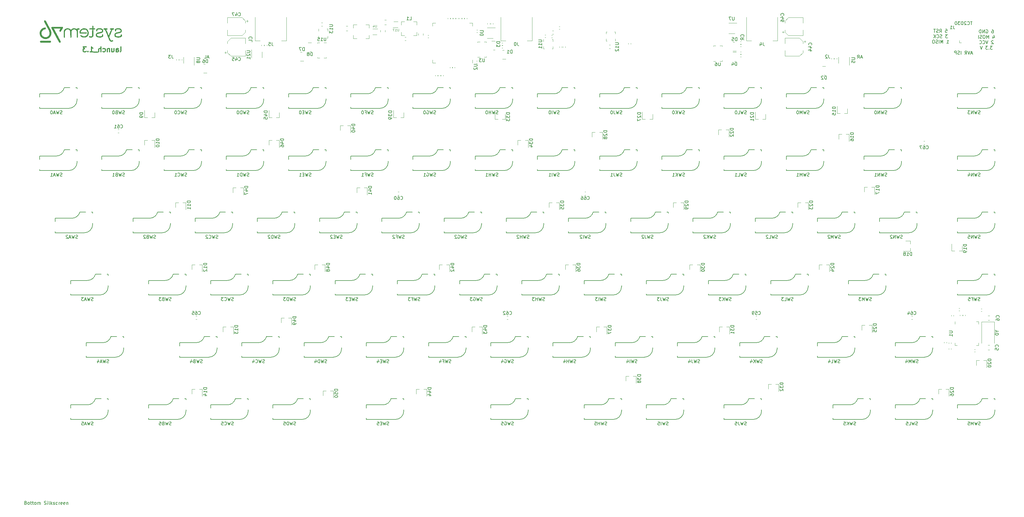
<source format=gbr>
G04 #@! TF.GenerationSoftware,KiCad,Pcbnew,5.1.9+dfsg1-1*
G04 #@! TF.CreationDate,2021-05-27T11:39:34-06:00*
G04 #@! TF.ProjectId,launch,6c61756e-6368-42e6-9b69-6361645f7063,rev?*
G04 #@! TF.SameCoordinates,Original*
G04 #@! TF.FileFunction,Legend,Bot*
G04 #@! TF.FilePolarity,Positive*
%FSLAX46Y46*%
G04 Gerber Fmt 4.6, Leading zero omitted, Abs format (unit mm)*
G04 Created by KiCad (PCBNEW 5.1.9+dfsg1-1) date 2021-05-27 11:39:34*
%MOMM*%
%LPD*%
G01*
G04 APERTURE LIST*
%ADD10C,0.300000*%
%ADD11C,0.150000*%
%ADD12C,0.120000*%
%ADD13C,0.010000*%
%ADD14C,0.125000*%
G04 APERTURE END LIST*
D10*
X29535714Y321428D02*
X29678571Y392857D01*
X29750000Y535714D01*
X29750000Y1821428D01*
X28321428Y321428D02*
X28321428Y1107142D01*
X28392857Y1250000D01*
X28535714Y1321428D01*
X28821428Y1321428D01*
X28964285Y1250000D01*
X28321428Y392857D02*
X28464285Y321428D01*
X28821428Y321428D01*
X28964285Y392857D01*
X29035714Y535714D01*
X29035714Y678571D01*
X28964285Y821428D01*
X28821428Y892857D01*
X28464285Y892857D01*
X28321428Y964285D01*
X26964285Y1321428D02*
X26964285Y321428D01*
X27607142Y1321428D02*
X27607142Y535714D01*
X27535714Y392857D01*
X27392857Y321428D01*
X27178571Y321428D01*
X27035714Y392857D01*
X26964285Y464285D01*
X26250000Y1321428D02*
X26250000Y321428D01*
X26250000Y1178571D02*
X26178571Y1250000D01*
X26035714Y1321428D01*
X25821428Y1321428D01*
X25678571Y1250000D01*
X25607142Y1107142D01*
X25607142Y321428D01*
X24250000Y392857D02*
X24392857Y321428D01*
X24678571Y321428D01*
X24821428Y392857D01*
X24892857Y464285D01*
X24964285Y607142D01*
X24964285Y1035714D01*
X24892857Y1178571D01*
X24821428Y1250000D01*
X24678571Y1321428D01*
X24392857Y1321428D01*
X24250000Y1250000D01*
X23607142Y321428D02*
X23607142Y1821428D01*
X22964285Y321428D02*
X22964285Y1107142D01*
X23035714Y1250000D01*
X23178571Y1321428D01*
X23392857Y1321428D01*
X23535714Y1250000D01*
X23607142Y1178571D01*
X22607142Y178571D02*
X21464285Y178571D01*
X20321428Y321428D02*
X21178571Y321428D01*
X20750000Y321428D02*
X20750000Y1821428D01*
X20892857Y1607142D01*
X21035714Y1464285D01*
X21178571Y1392857D01*
X19678571Y464285D02*
X19607142Y392857D01*
X19678571Y321428D01*
X19750000Y392857D01*
X19678571Y464285D01*
X19678571Y321428D01*
X19107142Y1821428D02*
X18178571Y1821428D01*
X18678571Y1250000D01*
X18464285Y1250000D01*
X18321428Y1178571D01*
X18250000Y1107142D01*
X18178571Y964285D01*
X18178571Y607142D01*
X18250000Y464285D01*
X18321428Y392857D01*
X18464285Y321428D01*
X18892857Y321428D01*
X19035714Y392857D01*
X19107142Y464285D01*
D11*
X256088095Y-1416666D02*
X255611904Y-1416666D01*
X256183333Y-1702380D02*
X255850000Y-702380D01*
X255516666Y-1702380D01*
X254611904Y-1702380D02*
X254945238Y-1226190D01*
X255183333Y-1702380D02*
X255183333Y-702380D01*
X254802380Y-702380D01*
X254707142Y-750000D01*
X254659523Y-797619D01*
X254611904Y-892857D01*
X254611904Y-1035714D01*
X254659523Y-1130952D01*
X254707142Y-1178571D01*
X254802380Y-1226190D01*
X255183333Y-1226190D01*
X219907142Y4940476D02*
X219954761Y4988095D01*
X220002380Y5130952D01*
X220002380Y5226190D01*
X219954761Y5369047D01*
X219859523Y5464285D01*
X219764285Y5511904D01*
X219573809Y5559523D01*
X219430952Y5559523D01*
X219240476Y5511904D01*
X219145238Y5464285D01*
X219050000Y5369047D01*
X219002380Y5226190D01*
X219002380Y5130952D01*
X219050000Y4988095D01*
X219097619Y4940476D01*
X220002380Y3940476D02*
X219526190Y4273809D01*
X220002380Y4511904D02*
X219002380Y4511904D01*
X219002380Y4130952D01*
X219050000Y4035714D01*
X219097619Y3988095D01*
X219192857Y3940476D01*
X219335714Y3940476D01*
X219430952Y3988095D01*
X219478571Y4035714D01*
X219526190Y4130952D01*
X219526190Y4511904D01*
X69707142Y4245238D02*
X69754761Y4292857D01*
X69802380Y4435714D01*
X69802380Y4530952D01*
X69754761Y4673809D01*
X69659523Y4769047D01*
X69564285Y4816666D01*
X69373809Y4864285D01*
X69230952Y4864285D01*
X69040476Y4816666D01*
X68945238Y4769047D01*
X68850000Y4673809D01*
X68802380Y4530952D01*
X68802380Y4435714D01*
X68850000Y4292857D01*
X68897619Y4245238D01*
X69802380Y3340476D02*
X69802380Y3816666D01*
X68802380Y3816666D01*
X56592857Y-1416666D02*
X56116666Y-1416666D01*
X56688095Y-1702380D02*
X56354761Y-702380D01*
X56021428Y-1702380D01*
X55211904Y-1702380D02*
X55688095Y-1702380D01*
X55688095Y-702380D01*
X668928Y-137428571D02*
X811785Y-137476190D01*
X859404Y-137523809D01*
X907023Y-137619047D01*
X907023Y-137761904D01*
X859404Y-137857142D01*
X811785Y-137904761D01*
X716547Y-137952380D01*
X335595Y-137952380D01*
X335595Y-136952380D01*
X668928Y-136952380D01*
X764166Y-137000000D01*
X811785Y-137047619D01*
X859404Y-137142857D01*
X859404Y-137238095D01*
X811785Y-137333333D01*
X764166Y-137380952D01*
X668928Y-137428571D01*
X335595Y-137428571D01*
X1478452Y-137952380D02*
X1383214Y-137904761D01*
X1335595Y-137857142D01*
X1287976Y-137761904D01*
X1287976Y-137476190D01*
X1335595Y-137380952D01*
X1383214Y-137333333D01*
X1478452Y-137285714D01*
X1621309Y-137285714D01*
X1716547Y-137333333D01*
X1764166Y-137380952D01*
X1811785Y-137476190D01*
X1811785Y-137761904D01*
X1764166Y-137857142D01*
X1716547Y-137904761D01*
X1621309Y-137952380D01*
X1478452Y-137952380D01*
X2097499Y-137285714D02*
X2478452Y-137285714D01*
X2240357Y-136952380D02*
X2240357Y-137809523D01*
X2287976Y-137904761D01*
X2383214Y-137952380D01*
X2478452Y-137952380D01*
X2668928Y-137285714D02*
X3049880Y-137285714D01*
X2811785Y-136952380D02*
X2811785Y-137809523D01*
X2859404Y-137904761D01*
X2954642Y-137952380D01*
X3049880Y-137952380D01*
X3526071Y-137952380D02*
X3430833Y-137904761D01*
X3383214Y-137857142D01*
X3335595Y-137761904D01*
X3335595Y-137476190D01*
X3383214Y-137380952D01*
X3430833Y-137333333D01*
X3526071Y-137285714D01*
X3668928Y-137285714D01*
X3764166Y-137333333D01*
X3811785Y-137380952D01*
X3859404Y-137476190D01*
X3859404Y-137761904D01*
X3811785Y-137857142D01*
X3764166Y-137904761D01*
X3668928Y-137952380D01*
X3526071Y-137952380D01*
X4287976Y-137952380D02*
X4287976Y-137285714D01*
X4287976Y-137380952D02*
X4335595Y-137333333D01*
X4430833Y-137285714D01*
X4573690Y-137285714D01*
X4668928Y-137333333D01*
X4716547Y-137428571D01*
X4716547Y-137952380D01*
X4716547Y-137428571D02*
X4764166Y-137333333D01*
X4859404Y-137285714D01*
X5002261Y-137285714D01*
X5097499Y-137333333D01*
X5145119Y-137428571D01*
X5145119Y-137952380D01*
X6335595Y-137904761D02*
X6478452Y-137952380D01*
X6716547Y-137952380D01*
X6811785Y-137904761D01*
X6859404Y-137857142D01*
X6907023Y-137761904D01*
X6907023Y-137666666D01*
X6859404Y-137571428D01*
X6811785Y-137523809D01*
X6716547Y-137476190D01*
X6526071Y-137428571D01*
X6430833Y-137380952D01*
X6383214Y-137333333D01*
X6335595Y-137238095D01*
X6335595Y-137142857D01*
X6383214Y-137047619D01*
X6430833Y-137000000D01*
X6526071Y-136952380D01*
X6764166Y-136952380D01*
X6907023Y-137000000D01*
X7335595Y-137952380D02*
X7335595Y-137285714D01*
X7335595Y-136952380D02*
X7287976Y-137000000D01*
X7335595Y-137047619D01*
X7383214Y-137000000D01*
X7335595Y-136952380D01*
X7335595Y-137047619D01*
X7954642Y-137952380D02*
X7859404Y-137904761D01*
X7811785Y-137809523D01*
X7811785Y-136952380D01*
X8335595Y-137952380D02*
X8335595Y-136952380D01*
X8430833Y-137571428D02*
X8716547Y-137952380D01*
X8716547Y-137285714D02*
X8335595Y-137666666D01*
X9097499Y-137904761D02*
X9192738Y-137952380D01*
X9383214Y-137952380D01*
X9478452Y-137904761D01*
X9526071Y-137809523D01*
X9526071Y-137761904D01*
X9478452Y-137666666D01*
X9383214Y-137619047D01*
X9240357Y-137619047D01*
X9145119Y-137571428D01*
X9097499Y-137476190D01*
X9097499Y-137428571D01*
X9145119Y-137333333D01*
X9240357Y-137285714D01*
X9383214Y-137285714D01*
X9478452Y-137333333D01*
X10383214Y-137904761D02*
X10287976Y-137952380D01*
X10097499Y-137952380D01*
X10002261Y-137904761D01*
X9954642Y-137857142D01*
X9907023Y-137761904D01*
X9907023Y-137476190D01*
X9954642Y-137380952D01*
X10002261Y-137333333D01*
X10097499Y-137285714D01*
X10287976Y-137285714D01*
X10383214Y-137333333D01*
X10811785Y-137952380D02*
X10811785Y-137285714D01*
X10811785Y-137476190D02*
X10859404Y-137380952D01*
X10907023Y-137333333D01*
X11002261Y-137285714D01*
X11097499Y-137285714D01*
X11811785Y-137904761D02*
X11716547Y-137952380D01*
X11526071Y-137952380D01*
X11430833Y-137904761D01*
X11383214Y-137809523D01*
X11383214Y-137428571D01*
X11430833Y-137333333D01*
X11526071Y-137285714D01*
X11716547Y-137285714D01*
X11811785Y-137333333D01*
X11859404Y-137428571D01*
X11859404Y-137523809D01*
X11383214Y-137619047D01*
X12668928Y-137904761D02*
X12573690Y-137952380D01*
X12383214Y-137952380D01*
X12287976Y-137904761D01*
X12240357Y-137809523D01*
X12240357Y-137428571D01*
X12287976Y-137333333D01*
X12383214Y-137285714D01*
X12573690Y-137285714D01*
X12668928Y-137333333D01*
X12716547Y-137428571D01*
X12716547Y-137523809D01*
X12240357Y-137619047D01*
X13145119Y-137285714D02*
X13145119Y-137952380D01*
X13145119Y-137380952D02*
X13192738Y-137333333D01*
X13287976Y-137285714D01*
X13430833Y-137285714D01*
X13526071Y-137333333D01*
X13573690Y-137428571D01*
X13573690Y-137952380D01*
X289690476Y9547619D02*
X289119047Y9547619D01*
X289404761Y8547619D02*
X289404761Y9547619D01*
X288214285Y8642857D02*
X288261904Y8595238D01*
X288404761Y8547619D01*
X288500000Y8547619D01*
X288642857Y8595238D01*
X288738095Y8690476D01*
X288785714Y8785714D01*
X288833333Y8976190D01*
X288833333Y9119047D01*
X288785714Y9309523D01*
X288738095Y9404761D01*
X288642857Y9500000D01*
X288500000Y9547619D01*
X288404761Y9547619D01*
X288261904Y9500000D01*
X288214285Y9452380D01*
X287833333Y9452380D02*
X287785714Y9500000D01*
X287690476Y9547619D01*
X287452380Y9547619D01*
X287357142Y9500000D01*
X287309523Y9452380D01*
X287261904Y9357142D01*
X287261904Y9261904D01*
X287309523Y9119047D01*
X287880952Y8547619D01*
X287261904Y8547619D01*
X286642857Y9547619D02*
X286547619Y9547619D01*
X286452380Y9500000D01*
X286404761Y9452380D01*
X286357142Y9357142D01*
X286309523Y9166666D01*
X286309523Y8928571D01*
X286357142Y8738095D01*
X286404761Y8642857D01*
X286452380Y8595238D01*
X286547619Y8547619D01*
X286642857Y8547619D01*
X286738095Y8595238D01*
X286785714Y8642857D01*
X286833333Y8738095D01*
X286880952Y8928571D01*
X286880952Y9166666D01*
X286833333Y9357142D01*
X286785714Y9452380D01*
X286738095Y9500000D01*
X286642857Y9547619D01*
X285976190Y9547619D02*
X285357142Y9547619D01*
X285690476Y9166666D01*
X285547619Y9166666D01*
X285452380Y9119047D01*
X285404761Y9071428D01*
X285357142Y8976190D01*
X285357142Y8738095D01*
X285404761Y8642857D01*
X285452380Y8595238D01*
X285547619Y8547619D01*
X285833333Y8547619D01*
X285928571Y8595238D01*
X285976190Y8642857D01*
X284738095Y9547619D02*
X284642857Y9547619D01*
X284547619Y9500000D01*
X284500000Y9452380D01*
X284452380Y9357142D01*
X284404761Y9166666D01*
X284404761Y8928571D01*
X284452380Y8738095D01*
X284500000Y8642857D01*
X284547619Y8595238D01*
X284642857Y8547619D01*
X284738095Y8547619D01*
X284833333Y8595238D01*
X284880952Y8642857D01*
X284928571Y8738095D01*
X284976190Y8928571D01*
X284976190Y9166666D01*
X284928571Y9357142D01*
X284880952Y9452380D01*
X284833333Y9500000D01*
X284738095Y9547619D01*
X289761904Y-166666D02*
X289285714Y-166666D01*
X289857142Y-452380D02*
X289523809Y547619D01*
X289190476Y-452380D01*
X289000000Y547619D02*
X288666666Y-452380D01*
X288333333Y547619D01*
X287428571Y-452380D02*
X287761904Y23809D01*
X288000000Y-452380D02*
X288000000Y547619D01*
X287619047Y547619D01*
X287523809Y500000D01*
X287476190Y452380D01*
X287428571Y357142D01*
X287428571Y214285D01*
X287476190Y119047D01*
X287523809Y71428D01*
X287619047Y23809D01*
X288000000Y23809D01*
X286238095Y-452380D02*
X286238095Y547619D01*
X285809523Y-404761D02*
X285666666Y-452380D01*
X285428571Y-452380D01*
X285333333Y-404761D01*
X285285714Y-357142D01*
X285238095Y-261904D01*
X285238095Y-166666D01*
X285285714Y-71428D01*
X285333333Y-23809D01*
X285428571Y23809D01*
X285619047Y71428D01*
X285714285Y119047D01*
X285761904Y166666D01*
X285809523Y261904D01*
X285809523Y357142D01*
X285761904Y452380D01*
X285714285Y500000D01*
X285619047Y547619D01*
X285380952Y547619D01*
X285238095Y500000D01*
X284809523Y-452380D02*
X284809523Y547619D01*
X284428571Y547619D01*
X284333333Y500000D01*
X284285714Y452380D01*
X284238095Y357142D01*
X284238095Y214285D01*
X284285714Y119047D01*
X284333333Y71428D01*
X284428571Y23809D01*
X284809523Y23809D01*
X295714285Y7022619D02*
X295904761Y7022619D01*
X296000000Y6975000D01*
X296047619Y6927380D01*
X296142857Y6784523D01*
X296190476Y6594047D01*
X296190476Y6213095D01*
X296142857Y6117857D01*
X296095238Y6070238D01*
X296000000Y6022619D01*
X295809523Y6022619D01*
X295714285Y6070238D01*
X295666666Y6117857D01*
X295619047Y6213095D01*
X295619047Y6451190D01*
X295666666Y6546428D01*
X295714285Y6594047D01*
X295809523Y6641666D01*
X296000000Y6641666D01*
X296095238Y6594047D01*
X296142857Y6546428D01*
X296190476Y6451190D01*
X293904761Y6975000D02*
X294000000Y7022619D01*
X294142857Y7022619D01*
X294285714Y6975000D01*
X294380952Y6879761D01*
X294428571Y6784523D01*
X294476190Y6594047D01*
X294476190Y6451190D01*
X294428571Y6260714D01*
X294380952Y6165476D01*
X294285714Y6070238D01*
X294142857Y6022619D01*
X294047619Y6022619D01*
X293904761Y6070238D01*
X293857142Y6117857D01*
X293857142Y6451190D01*
X294047619Y6451190D01*
X293428571Y6022619D02*
X293428571Y7022619D01*
X292857142Y6022619D01*
X292857142Y7022619D01*
X292380952Y6022619D02*
X292380952Y7022619D01*
X292142857Y7022619D01*
X292000000Y6975000D01*
X291904761Y6879761D01*
X291857142Y6784523D01*
X291809523Y6594047D01*
X291809523Y6451190D01*
X291857142Y6260714D01*
X291904761Y6165476D01*
X292000000Y6070238D01*
X292142857Y6022619D01*
X292380952Y6022619D01*
X296000000Y5039285D02*
X296000000Y4372619D01*
X296238095Y5420238D02*
X296476190Y4705952D01*
X295857142Y4705952D01*
X294714285Y4372619D02*
X294714285Y5372619D01*
X294380952Y4658333D01*
X294047619Y5372619D01*
X294047619Y4372619D01*
X293380952Y5372619D02*
X293190476Y5372619D01*
X293095238Y5325000D01*
X293000000Y5229761D01*
X292952380Y5039285D01*
X292952380Y4705952D01*
X293000000Y4515476D01*
X293095238Y4420238D01*
X293190476Y4372619D01*
X293380952Y4372619D01*
X293476190Y4420238D01*
X293571428Y4515476D01*
X293619047Y4705952D01*
X293619047Y5039285D01*
X293571428Y5229761D01*
X293476190Y5325000D01*
X293380952Y5372619D01*
X292571428Y4420238D02*
X292428571Y4372619D01*
X292190476Y4372619D01*
X292095238Y4420238D01*
X292047619Y4467857D01*
X292000000Y4563095D01*
X292000000Y4658333D01*
X292047619Y4753571D01*
X292095238Y4801190D01*
X292190476Y4848809D01*
X292380952Y4896428D01*
X292476190Y4944047D01*
X292523809Y4991666D01*
X292571428Y5086904D01*
X292571428Y5182142D01*
X292523809Y5277380D01*
X292476190Y5325000D01*
X292380952Y5372619D01*
X292142857Y5372619D01*
X292000000Y5325000D01*
X291571428Y4372619D02*
X291571428Y5372619D01*
X296095238Y3627380D02*
X296047619Y3675000D01*
X295952380Y3722619D01*
X295714285Y3722619D01*
X295619047Y3675000D01*
X295571428Y3627380D01*
X295523809Y3532142D01*
X295523809Y3436904D01*
X295571428Y3294047D01*
X296142857Y2722619D01*
X295523809Y2722619D01*
X294476190Y3722619D02*
X294142857Y2722619D01*
X293809523Y3722619D01*
X292904761Y2817857D02*
X292952380Y2770238D01*
X293095238Y2722619D01*
X293190476Y2722619D01*
X293333333Y2770238D01*
X293428571Y2865476D01*
X293476190Y2960714D01*
X293523809Y3151190D01*
X293523809Y3294047D01*
X293476190Y3484523D01*
X293428571Y3579761D01*
X293333333Y3675000D01*
X293190476Y3722619D01*
X293095238Y3722619D01*
X292952380Y3675000D01*
X292904761Y3627380D01*
X291904761Y2817857D02*
X291952380Y2770238D01*
X292095238Y2722619D01*
X292190476Y2722619D01*
X292333333Y2770238D01*
X292428571Y2865476D01*
X292476190Y2960714D01*
X292523809Y3151190D01*
X292523809Y3294047D01*
X292476190Y3484523D01*
X292428571Y3579761D01*
X292333333Y3675000D01*
X292190476Y3722619D01*
X292095238Y3722619D01*
X291952380Y3675000D01*
X291904761Y3627380D01*
X295857142Y2072619D02*
X295238095Y2072619D01*
X295571428Y1691666D01*
X295428571Y1691666D01*
X295333333Y1644047D01*
X295285714Y1596428D01*
X295238095Y1501190D01*
X295238095Y1263095D01*
X295285714Y1167857D01*
X295333333Y1120238D01*
X295428571Y1072619D01*
X295714285Y1072619D01*
X295809523Y1120238D01*
X295857142Y1167857D01*
X294809523Y1167857D02*
X294761904Y1120238D01*
X294809523Y1072619D01*
X294857142Y1120238D01*
X294809523Y1167857D01*
X294809523Y1072619D01*
X294428571Y2072619D02*
X293809523Y2072619D01*
X294142857Y1691666D01*
X294000000Y1691666D01*
X293904761Y1644047D01*
X293857142Y1596428D01*
X293809523Y1501190D01*
X293809523Y1263095D01*
X293857142Y1167857D01*
X293904761Y1120238D01*
X294000000Y1072619D01*
X294285714Y1072619D01*
X294380952Y1120238D01*
X294428571Y1167857D01*
X292761904Y2072619D02*
X292428571Y1072619D01*
X292095238Y2072619D01*
X281500000Y7197619D02*
X281976190Y7197619D01*
X282023809Y6721428D01*
X281976190Y6769047D01*
X281880952Y6816666D01*
X281642857Y6816666D01*
X281547619Y6769047D01*
X281500000Y6721428D01*
X281452380Y6626190D01*
X281452380Y6388095D01*
X281500000Y6292857D01*
X281547619Y6245238D01*
X281642857Y6197619D01*
X281880952Y6197619D01*
X281976190Y6245238D01*
X282023809Y6292857D01*
X279690476Y6197619D02*
X280023809Y6673809D01*
X280261904Y6197619D02*
X280261904Y7197619D01*
X279880952Y7197619D01*
X279785714Y7150000D01*
X279738095Y7102380D01*
X279690476Y7007142D01*
X279690476Y6864285D01*
X279738095Y6769047D01*
X279785714Y6721428D01*
X279880952Y6673809D01*
X280261904Y6673809D01*
X279309523Y6245238D02*
X279166666Y6197619D01*
X278928571Y6197619D01*
X278833333Y6245238D01*
X278785714Y6292857D01*
X278738095Y6388095D01*
X278738095Y6483333D01*
X278785714Y6578571D01*
X278833333Y6626190D01*
X278928571Y6673809D01*
X279119047Y6721428D01*
X279214285Y6769047D01*
X279261904Y6816666D01*
X279309523Y6911904D01*
X279309523Y7007142D01*
X279261904Y7102380D01*
X279214285Y7150000D01*
X279119047Y7197619D01*
X278880952Y7197619D01*
X278738095Y7150000D01*
X278452380Y7197619D02*
X277880952Y7197619D01*
X278166666Y6197619D02*
X278166666Y7197619D01*
X282190476Y5547619D02*
X281571428Y5547619D01*
X281904761Y5166666D01*
X281761904Y5166666D01*
X281666666Y5119047D01*
X281619047Y5071428D01*
X281571428Y4976190D01*
X281571428Y4738095D01*
X281619047Y4642857D01*
X281666666Y4595238D01*
X281761904Y4547619D01*
X282047619Y4547619D01*
X282142857Y4595238D01*
X282190476Y4642857D01*
X280428571Y4595238D02*
X280285714Y4547619D01*
X280047619Y4547619D01*
X279952380Y4595238D01*
X279904761Y4642857D01*
X279857142Y4738095D01*
X279857142Y4833333D01*
X279904761Y4928571D01*
X279952380Y4976190D01*
X280047619Y5023809D01*
X280238095Y5071428D01*
X280333333Y5119047D01*
X280380952Y5166666D01*
X280428571Y5261904D01*
X280428571Y5357142D01*
X280380952Y5452380D01*
X280333333Y5500000D01*
X280238095Y5547619D01*
X280000000Y5547619D01*
X279857142Y5500000D01*
X278857142Y4642857D02*
X278904761Y4595238D01*
X279047619Y4547619D01*
X279142857Y4547619D01*
X279285714Y4595238D01*
X279380952Y4690476D01*
X279428571Y4785714D01*
X279476190Y4976190D01*
X279476190Y5119047D01*
X279428571Y5309523D01*
X279380952Y5404761D01*
X279285714Y5500000D01*
X279142857Y5547619D01*
X279047619Y5547619D01*
X278904761Y5500000D01*
X278857142Y5452380D01*
X278428571Y4547619D02*
X278428571Y5547619D01*
X277857142Y4547619D02*
X278285714Y5119047D01*
X277857142Y5547619D02*
X278428571Y4976190D01*
X281904761Y2897619D02*
X282476190Y2897619D01*
X282190476Y2897619D02*
X282190476Y3897619D01*
X282285714Y3754761D01*
X282380952Y3659523D01*
X282476190Y3611904D01*
X280714285Y2897619D02*
X280714285Y3897619D01*
X280380952Y3183333D01*
X280047619Y3897619D01*
X280047619Y2897619D01*
X279571428Y2897619D02*
X279571428Y3897619D01*
X279142857Y2945238D02*
X279000000Y2897619D01*
X278761904Y2897619D01*
X278666666Y2945238D01*
X278619047Y2992857D01*
X278571428Y3088095D01*
X278571428Y3183333D01*
X278619047Y3278571D01*
X278666666Y3326190D01*
X278761904Y3373809D01*
X278952380Y3421428D01*
X279047619Y3469047D01*
X279095238Y3516666D01*
X279142857Y3611904D01*
X279142857Y3707142D01*
X279095238Y3802380D01*
X279047619Y3850000D01*
X278952380Y3897619D01*
X278714285Y3897619D01*
X278571428Y3850000D01*
X277952380Y3897619D02*
X277761904Y3897619D01*
X277666666Y3850000D01*
X277571428Y3754761D01*
X277523809Y3564285D01*
X277523809Y3230952D01*
X277571428Y3040476D01*
X277666666Y2945238D01*
X277761904Y2897619D01*
X277952380Y2897619D01*
X278047619Y2945238D01*
X278142857Y3040476D01*
X278190476Y3230952D01*
X278190476Y3564285D01*
X278142857Y3754761D01*
X278047619Y3850000D01*
X277952380Y3897619D01*
D12*
X130190000Y-4373645D02*
X130190000Y-4626355D01*
X130910000Y-4373645D02*
X130910000Y-4626355D01*
X130990000Y-4373645D02*
X130990000Y-4626355D01*
X131710000Y-4373645D02*
X131710000Y-4626355D01*
X142640000Y8976355D02*
X142640000Y8723645D01*
X143360000Y8976355D02*
X143360000Y8723645D01*
X142410000Y8723645D02*
X142410000Y8976355D01*
X141690000Y8723645D02*
X141690000Y8976355D01*
D13*
G36*
X15200363Y7468863D02*
G01*
X14999198Y7417422D01*
X14813192Y7334739D01*
X14650294Y7221679D01*
X14518451Y7079108D01*
X14496067Y7046448D01*
X14417743Y6925574D01*
X14340171Y7040681D01*
X14199417Y7206445D01*
X14026634Y7335573D01*
X13825017Y7426361D01*
X13597763Y7477103D01*
X13506055Y7485490D01*
X13254533Y7479494D01*
X13024601Y7432712D01*
X12819579Y7347230D01*
X12642789Y7225132D01*
X12497550Y7068503D01*
X12387185Y6879430D01*
X12339641Y6753078D01*
X12326767Y6708159D01*
X12316352Y6661538D01*
X12308139Y6607593D01*
X12301870Y6540705D01*
X12297288Y6455253D01*
X12294134Y6345615D01*
X12292151Y6206171D01*
X12291082Y6031301D01*
X12290667Y5815383D01*
X12290625Y5684184D01*
X12291085Y5428300D01*
X12292535Y5218667D01*
X12295081Y5051933D01*
X12298829Y4924747D01*
X12303886Y4833758D01*
X12310358Y4775614D01*
X12318350Y4746965D01*
X12320391Y4744219D01*
X12369841Y4721342D01*
X12438982Y4715597D01*
X12503489Y4726821D01*
X12533672Y4745636D01*
X12541396Y4779799D01*
X12548428Y4861569D01*
X12554692Y4988952D01*
X12560114Y5159949D01*
X12564618Y5372564D01*
X12568129Y5624800D01*
X12568602Y5669611D01*
X12571107Y5904739D01*
X12573601Y6095816D01*
X12576431Y6248401D01*
X12579941Y6368051D01*
X12584479Y6460324D01*
X12590389Y6530777D01*
X12598018Y6584969D01*
X12607711Y6628458D01*
X12619815Y6666800D01*
X12632775Y6700796D01*
X12722984Y6871342D01*
X12846085Y7007386D01*
X13007497Y7114739D01*
X13029084Y7125667D01*
X13115501Y7165842D01*
X13186449Y7190156D01*
X13260471Y7202478D01*
X13356112Y7206675D01*
X13418717Y7206934D01*
X13538784Y7204269D01*
X13627344Y7194629D01*
X13702357Y7174809D01*
X13780038Y7142414D01*
X13940640Y7050124D01*
X14064308Y6936324D01*
X14162642Y6789763D01*
X14181473Y6753136D01*
X14262598Y6588446D01*
X14275000Y5692413D01*
X14278574Y5446615D01*
X14282246Y5245867D01*
X14286643Y5085612D01*
X14292393Y4961293D01*
X14300123Y4868353D01*
X14310462Y4802236D01*
X14324037Y4758385D01*
X14341475Y4732243D01*
X14363405Y4719254D01*
X14390455Y4714859D01*
X14409722Y4714453D01*
X14444173Y4714951D01*
X14472232Y4719541D01*
X14494609Y4732868D01*
X14512012Y4759578D01*
X14525151Y4804316D01*
X14534734Y4871725D01*
X14541471Y4966452D01*
X14546071Y5093142D01*
X14549242Y5256439D01*
X14551695Y5460989D01*
X14553612Y5657031D01*
X14555975Y5890303D01*
X14558353Y6079581D01*
X14561099Y6230482D01*
X14564567Y6348621D01*
X14569109Y6439614D01*
X14575079Y6509076D01*
X14582830Y6562622D01*
X14592715Y6605868D01*
X14605087Y6644429D01*
X14617805Y6677672D01*
X14710527Y6847683D01*
X14838334Y6989968D01*
X14993434Y7100261D01*
X15168033Y7174296D01*
X15354341Y7207805D01*
X15544564Y7196522D01*
X15559920Y7193515D01*
X15761902Y7130201D01*
X15930972Y7029965D01*
X16068539Y6891706D01*
X16176012Y6714325D01*
X16177463Y6711230D01*
X16246973Y6562402D01*
X16254890Y5669907D01*
X16257964Y5405992D01*
X16262104Y5184137D01*
X16267254Y5005825D01*
X16273359Y4872539D01*
X16280366Y4785763D01*
X16288220Y4746979D01*
X16288933Y4745933D01*
X16334873Y4722229D01*
X16403162Y4715467D01*
X16469453Y4725843D01*
X16502461Y4744219D01*
X16509766Y4764559D01*
X16515896Y4811776D01*
X16520926Y4888917D01*
X16524930Y4999026D01*
X16527982Y5145151D01*
X16530154Y5330336D01*
X16531522Y5557628D01*
X16532159Y5830073D01*
X16532227Y5972051D01*
X16532227Y7170117D01*
X16732295Y7170117D01*
X16832928Y7173207D01*
X16918754Y7181391D01*
X16974047Y7193041D01*
X16980342Y7195795D01*
X17017621Y7240291D01*
X17030104Y7306307D01*
X17017789Y7372396D01*
X16980678Y7417110D01*
X16980342Y7417291D01*
X16933537Y7429090D01*
X16851880Y7437301D01*
X16747184Y7441993D01*
X16631263Y7443238D01*
X16515930Y7441104D01*
X16412998Y7435662D01*
X16334281Y7426981D01*
X16291591Y7415132D01*
X16289141Y7413203D01*
X16271986Y7372564D01*
X16261229Y7301901D01*
X16259375Y7255813D01*
X16259375Y7128189D01*
X16155362Y7227134D01*
X15997634Y7344889D01*
X15815322Y7427074D01*
X15616374Y7474554D01*
X15408738Y7488195D01*
X15200363Y7468863D01*
G37*
X15200363Y7468863D02*
X14999198Y7417422D01*
X14813192Y7334739D01*
X14650294Y7221679D01*
X14518451Y7079108D01*
X14496067Y7046448D01*
X14417743Y6925574D01*
X14340171Y7040681D01*
X14199417Y7206445D01*
X14026634Y7335573D01*
X13825017Y7426361D01*
X13597763Y7477103D01*
X13506055Y7485490D01*
X13254533Y7479494D01*
X13024601Y7432712D01*
X12819579Y7347230D01*
X12642789Y7225132D01*
X12497550Y7068503D01*
X12387185Y6879430D01*
X12339641Y6753078D01*
X12326767Y6708159D01*
X12316352Y6661538D01*
X12308139Y6607593D01*
X12301870Y6540705D01*
X12297288Y6455253D01*
X12294134Y6345615D01*
X12292151Y6206171D01*
X12291082Y6031301D01*
X12290667Y5815383D01*
X12290625Y5684184D01*
X12291085Y5428300D01*
X12292535Y5218667D01*
X12295081Y5051933D01*
X12298829Y4924747D01*
X12303886Y4833758D01*
X12310358Y4775614D01*
X12318350Y4746965D01*
X12320391Y4744219D01*
X12369841Y4721342D01*
X12438982Y4715597D01*
X12503489Y4726821D01*
X12533672Y4745636D01*
X12541396Y4779799D01*
X12548428Y4861569D01*
X12554692Y4988952D01*
X12560114Y5159949D01*
X12564618Y5372564D01*
X12568129Y5624800D01*
X12568602Y5669611D01*
X12571107Y5904739D01*
X12573601Y6095816D01*
X12576431Y6248401D01*
X12579941Y6368051D01*
X12584479Y6460324D01*
X12590389Y6530777D01*
X12598018Y6584969D01*
X12607711Y6628458D01*
X12619815Y6666800D01*
X12632775Y6700796D01*
X12722984Y6871342D01*
X12846085Y7007386D01*
X13007497Y7114739D01*
X13029084Y7125667D01*
X13115501Y7165842D01*
X13186449Y7190156D01*
X13260471Y7202478D01*
X13356112Y7206675D01*
X13418717Y7206934D01*
X13538784Y7204269D01*
X13627344Y7194629D01*
X13702357Y7174809D01*
X13780038Y7142414D01*
X13940640Y7050124D01*
X14064308Y6936324D01*
X14162642Y6789763D01*
X14181473Y6753136D01*
X14262598Y6588446D01*
X14275000Y5692413D01*
X14278574Y5446615D01*
X14282246Y5245867D01*
X14286643Y5085612D01*
X14292393Y4961293D01*
X14300123Y4868353D01*
X14310462Y4802236D01*
X14324037Y4758385D01*
X14341475Y4732243D01*
X14363405Y4719254D01*
X14390455Y4714859D01*
X14409722Y4714453D01*
X14444173Y4714951D01*
X14472232Y4719541D01*
X14494609Y4732868D01*
X14512012Y4759578D01*
X14525151Y4804316D01*
X14534734Y4871725D01*
X14541471Y4966452D01*
X14546071Y5093142D01*
X14549242Y5256439D01*
X14551695Y5460989D01*
X14553612Y5657031D01*
X14555975Y5890303D01*
X14558353Y6079581D01*
X14561099Y6230482D01*
X14564567Y6348621D01*
X14569109Y6439614D01*
X14575079Y6509076D01*
X14582830Y6562622D01*
X14592715Y6605868D01*
X14605087Y6644429D01*
X14617805Y6677672D01*
X14710527Y6847683D01*
X14838334Y6989968D01*
X14993434Y7100261D01*
X15168033Y7174296D01*
X15354341Y7207805D01*
X15544564Y7196522D01*
X15559920Y7193515D01*
X15761902Y7130201D01*
X15930972Y7029965D01*
X16068539Y6891706D01*
X16176012Y6714325D01*
X16177463Y6711230D01*
X16246973Y6562402D01*
X16254890Y5669907D01*
X16257964Y5405992D01*
X16262104Y5184137D01*
X16267254Y5005825D01*
X16273359Y4872539D01*
X16280366Y4785763D01*
X16288220Y4746979D01*
X16288933Y4745933D01*
X16334873Y4722229D01*
X16403162Y4715467D01*
X16469453Y4725843D01*
X16502461Y4744219D01*
X16509766Y4764559D01*
X16515896Y4811776D01*
X16520926Y4888917D01*
X16524930Y4999026D01*
X16527982Y5145151D01*
X16530154Y5330336D01*
X16531522Y5557628D01*
X16532159Y5830073D01*
X16532227Y5972051D01*
X16532227Y7170117D01*
X16732295Y7170117D01*
X16832928Y7173207D01*
X16918754Y7181391D01*
X16974047Y7193041D01*
X16980342Y7195795D01*
X17017621Y7240291D01*
X17030104Y7306307D01*
X17017789Y7372396D01*
X16980678Y7417110D01*
X16980342Y7417291D01*
X16933537Y7429090D01*
X16851880Y7437301D01*
X16747184Y7441993D01*
X16631263Y7443238D01*
X16515930Y7441104D01*
X16412998Y7435662D01*
X16334281Y7426981D01*
X16291591Y7415132D01*
X16289141Y7413203D01*
X16271986Y7372564D01*
X16261229Y7301901D01*
X16259375Y7255813D01*
X16259375Y7128189D01*
X16155362Y7227134D01*
X15997634Y7344889D01*
X15815322Y7427074D01*
X15616374Y7474554D01*
X15408738Y7488195D01*
X15200363Y7468863D01*
G36*
X18217105Y7453404D02*
G01*
X18076355Y7430497D01*
X18076064Y7430428D01*
X17836543Y7350742D01*
X17627985Y7233513D01*
X17452630Y7081645D01*
X17312716Y6898041D01*
X17210479Y6685607D01*
X17148160Y6447245D01*
X17127970Y6200378D01*
X17127087Y6140525D01*
X17127699Y6091239D01*
X17134177Y6051496D01*
X17150892Y6020276D01*
X17182218Y5996556D01*
X17232524Y5979314D01*
X17306184Y5967529D01*
X17407569Y5960179D01*
X17541051Y5956241D01*
X17711002Y5954695D01*
X17921793Y5954517D01*
X18177796Y5954687D01*
X18179121Y5954687D01*
X18450891Y5955369D01*
X18683218Y5957381D01*
X18874203Y5960675D01*
X19021945Y5965203D01*
X19124541Y5970916D01*
X19180092Y5977767D01*
X19187959Y5980365D01*
X19222187Y6023076D01*
X19236382Y6089652D01*
X19228677Y6157793D01*
X19206172Y6197773D01*
X19183581Y6206213D01*
X19132091Y6213075D01*
X19048330Y6218468D01*
X18928924Y6222501D01*
X18770501Y6225283D01*
X18569689Y6226923D01*
X18323115Y6227530D01*
X18285203Y6227539D01*
X17393999Y6227539D01*
X17410811Y6354270D01*
X17460174Y6576020D01*
X17545517Y6763929D01*
X17667888Y6919383D01*
X17828334Y7043765D01*
X17994516Y7125730D01*
X18061701Y7149423D01*
X18130076Y7165356D01*
X18211932Y7175017D01*
X18319562Y7179895D01*
X18454590Y7181447D01*
X18588533Y7181310D01*
X18685146Y7178582D01*
X18756700Y7171351D01*
X18815471Y7157704D01*
X18873731Y7135729D01*
X18938352Y7106076D01*
X19126394Y6990584D01*
X19282176Y6839865D01*
X19402924Y6658589D01*
X19485860Y6451428D01*
X19528207Y6223055D01*
X19533299Y6105215D01*
X19511990Y5864374D01*
X19450268Y5644586D01*
X19350265Y5450216D01*
X19214116Y5285633D01*
X19080541Y5178305D01*
X18893440Y5082722D01*
X18685690Y5026107D01*
X18466266Y5007633D01*
X18244139Y5026473D01*
X18028284Y5081801D01*
X17827674Y5172789D01*
X17651282Y5298611D01*
X17637225Y5311317D01*
X17539581Y5383474D01*
X17454799Y5408331D01*
X17383415Y5385773D01*
X17364955Y5370006D01*
X17331081Y5316987D01*
X17334376Y5257505D01*
X17376888Y5185597D01*
X17458785Y5097122D01*
X17627428Y4965379D01*
X17829782Y4859550D01*
X18055543Y4782654D01*
X18294411Y4737711D01*
X18536085Y4727742D01*
X18677832Y4739760D01*
X18931535Y4795889D01*
X19156902Y4891960D01*
X19356957Y5029477D01*
X19464210Y5130522D01*
X19597741Y5293009D01*
X19697739Y5469843D01*
X19771599Y5670493D01*
X19798678Y5803843D01*
X19813123Y5967728D01*
X19814901Y6144703D01*
X19803978Y6317319D01*
X19780322Y6468132D01*
X19773159Y6497590D01*
X19686652Y6733109D01*
X19560253Y6944381D01*
X19398683Y7126634D01*
X19206664Y7275099D01*
X18988918Y7385004D01*
X18850434Y7429793D01*
X18718417Y7452952D01*
X18556568Y7464617D01*
X18383320Y7464773D01*
X18217105Y7453404D01*
G37*
X18217105Y7453404D02*
X18076355Y7430497D01*
X18076064Y7430428D01*
X17836543Y7350742D01*
X17627985Y7233513D01*
X17452630Y7081645D01*
X17312716Y6898041D01*
X17210479Y6685607D01*
X17148160Y6447245D01*
X17127970Y6200378D01*
X17127087Y6140525D01*
X17127699Y6091239D01*
X17134177Y6051496D01*
X17150892Y6020276D01*
X17182218Y5996556D01*
X17232524Y5979314D01*
X17306184Y5967529D01*
X17407569Y5960179D01*
X17541051Y5956241D01*
X17711002Y5954695D01*
X17921793Y5954517D01*
X18177796Y5954687D01*
X18179121Y5954687D01*
X18450891Y5955369D01*
X18683218Y5957381D01*
X18874203Y5960675D01*
X19021945Y5965203D01*
X19124541Y5970916D01*
X19180092Y5977767D01*
X19187959Y5980365D01*
X19222187Y6023076D01*
X19236382Y6089652D01*
X19228677Y6157793D01*
X19206172Y6197773D01*
X19183581Y6206213D01*
X19132091Y6213075D01*
X19048330Y6218468D01*
X18928924Y6222501D01*
X18770501Y6225283D01*
X18569689Y6226923D01*
X18323115Y6227530D01*
X18285203Y6227539D01*
X17393999Y6227539D01*
X17410811Y6354270D01*
X17460174Y6576020D01*
X17545517Y6763929D01*
X17667888Y6919383D01*
X17828334Y7043765D01*
X17994516Y7125730D01*
X18061701Y7149423D01*
X18130076Y7165356D01*
X18211932Y7175017D01*
X18319562Y7179895D01*
X18454590Y7181447D01*
X18588533Y7181310D01*
X18685146Y7178582D01*
X18756700Y7171351D01*
X18815471Y7157704D01*
X18873731Y7135729D01*
X18938352Y7106076D01*
X19126394Y6990584D01*
X19282176Y6839865D01*
X19402924Y6658589D01*
X19485860Y6451428D01*
X19528207Y6223055D01*
X19533299Y6105215D01*
X19511990Y5864374D01*
X19450268Y5644586D01*
X19350265Y5450216D01*
X19214116Y5285633D01*
X19080541Y5178305D01*
X18893440Y5082722D01*
X18685690Y5026107D01*
X18466266Y5007633D01*
X18244139Y5026473D01*
X18028284Y5081801D01*
X17827674Y5172789D01*
X17651282Y5298611D01*
X17637225Y5311317D01*
X17539581Y5383474D01*
X17454799Y5408331D01*
X17383415Y5385773D01*
X17364955Y5370006D01*
X17331081Y5316987D01*
X17334376Y5257505D01*
X17376888Y5185597D01*
X17458785Y5097122D01*
X17627428Y4965379D01*
X17829782Y4859550D01*
X18055543Y4782654D01*
X18294411Y4737711D01*
X18536085Y4727742D01*
X18677832Y4739760D01*
X18931535Y4795889D01*
X19156902Y4891960D01*
X19356957Y5029477D01*
X19464210Y5130522D01*
X19597741Y5293009D01*
X19697739Y5469843D01*
X19771599Y5670493D01*
X19798678Y5803843D01*
X19813123Y5967728D01*
X19814901Y6144703D01*
X19803978Y6317319D01*
X19780322Y6468132D01*
X19773159Y6497590D01*
X19686652Y6733109D01*
X19560253Y6944381D01*
X19398683Y7126634D01*
X19206664Y7275099D01*
X18988918Y7385004D01*
X18850434Y7429793D01*
X18718417Y7452952D01*
X18556568Y7464617D01*
X18383320Y7464773D01*
X18217105Y7453404D01*
G36*
X21047830Y8230399D02*
G01*
X21002031Y8206953D01*
X20988596Y8171068D01*
X20979279Y8092899D01*
X20973898Y7970004D01*
X20972266Y7810078D01*
X20972266Y7442969D01*
X20552358Y7442969D01*
X20382682Y7441944D01*
X20256316Y7437749D01*
X20166986Y7428706D01*
X20108415Y7413134D01*
X20074326Y7389353D01*
X20058444Y7355685D01*
X20054493Y7310450D01*
X20054492Y7309732D01*
X20057672Y7270418D01*
X20071462Y7241231D01*
X20102238Y7220678D01*
X20156376Y7207265D01*
X20240250Y7199499D01*
X20360237Y7195885D01*
X20522713Y7194929D01*
X20544484Y7194922D01*
X20974944Y7194922D01*
X20967404Y6233740D01*
X20965372Y5989129D01*
X20963305Y5789042D01*
X20960920Y5628393D01*
X20957938Y5502097D01*
X20954078Y5405069D01*
X20949059Y5332224D01*
X20942600Y5278477D01*
X20934421Y5238742D01*
X20924241Y5207934D01*
X20911780Y5180968D01*
X20909002Y5175613D01*
X20831688Y5078666D01*
X20722327Y5015588D01*
X20586140Y4987504D01*
X20428347Y4995540D01*
X20265332Y5036914D01*
X20161455Y5069917D01*
X20091424Y5083261D01*
X20043617Y5077128D01*
X20006414Y5051702D01*
X19996325Y5041162D01*
X19957527Y4972562D01*
X19964507Y4907541D01*
X20013446Y4848562D01*
X20100525Y4798086D01*
X20221926Y4758576D01*
X20373830Y4732492D01*
X20488574Y4723843D01*
X20660243Y4724194D01*
X20788366Y4741066D01*
X20817936Y4749322D01*
X20970468Y4822650D01*
X21089628Y4932525D01*
X21167499Y5059066D01*
X21232715Y5198145D01*
X21239973Y6196533D01*
X21247231Y7194922D01*
X21501663Y7194922D01*
X21632479Y7197069D01*
X21721513Y7205541D01*
X21776482Y7223389D01*
X21805105Y7253660D01*
X21815099Y7299404D01*
X21815625Y7318945D01*
X21810219Y7370543D01*
X21788860Y7405687D01*
X21743839Y7427412D01*
X21667447Y7438753D01*
X21551974Y7442746D01*
X21500605Y7442969D01*
X21245117Y7442969D01*
X21245117Y7814166D01*
X21244652Y7958049D01*
X21242621Y8060219D01*
X21238069Y8128567D01*
X21230043Y8170986D01*
X21217589Y8195368D01*
X21199752Y8209605D01*
X21197139Y8211041D01*
X21122165Y8233930D01*
X21047830Y8230399D01*
G37*
X21047830Y8230399D02*
X21002031Y8206953D01*
X20988596Y8171068D01*
X20979279Y8092899D01*
X20973898Y7970004D01*
X20972266Y7810078D01*
X20972266Y7442969D01*
X20552358Y7442969D01*
X20382682Y7441944D01*
X20256316Y7437749D01*
X20166986Y7428706D01*
X20108415Y7413134D01*
X20074326Y7389353D01*
X20058444Y7355685D01*
X20054493Y7310450D01*
X20054492Y7309732D01*
X20057672Y7270418D01*
X20071462Y7241231D01*
X20102238Y7220678D01*
X20156376Y7207265D01*
X20240250Y7199499D01*
X20360237Y7195885D01*
X20522713Y7194929D01*
X20544484Y7194922D01*
X20974944Y7194922D01*
X20967404Y6233740D01*
X20965372Y5989129D01*
X20963305Y5789042D01*
X20960920Y5628393D01*
X20957938Y5502097D01*
X20954078Y5405069D01*
X20949059Y5332224D01*
X20942600Y5278477D01*
X20934421Y5238742D01*
X20924241Y5207934D01*
X20911780Y5180968D01*
X20909002Y5175613D01*
X20831688Y5078666D01*
X20722327Y5015588D01*
X20586140Y4987504D01*
X20428347Y4995540D01*
X20265332Y5036914D01*
X20161455Y5069917D01*
X20091424Y5083261D01*
X20043617Y5077128D01*
X20006414Y5051702D01*
X19996325Y5041162D01*
X19957527Y4972562D01*
X19964507Y4907541D01*
X20013446Y4848562D01*
X20100525Y4798086D01*
X20221926Y4758576D01*
X20373830Y4732492D01*
X20488574Y4723843D01*
X20660243Y4724194D01*
X20788366Y4741066D01*
X20817936Y4749322D01*
X20970468Y4822650D01*
X21089628Y4932525D01*
X21167499Y5059066D01*
X21232715Y5198145D01*
X21239973Y6196533D01*
X21247231Y7194922D01*
X21501663Y7194922D01*
X21632479Y7197069D01*
X21721513Y7205541D01*
X21776482Y7223389D01*
X21805105Y7253660D01*
X21815099Y7299404D01*
X21815625Y7318945D01*
X21810219Y7370543D01*
X21788860Y7405687D01*
X21743839Y7427412D01*
X21667447Y7438753D01*
X21551974Y7442746D01*
X21500605Y7442969D01*
X21245117Y7442969D01*
X21245117Y7814166D01*
X21244652Y7958049D01*
X21242621Y8060219D01*
X21238069Y8128567D01*
X21230043Y8170986D01*
X21217589Y8195368D01*
X21199752Y8209605D01*
X21197139Y8211041D01*
X21122165Y8233930D01*
X21047830Y8230399D01*
G36*
X23066643Y7489448D02*
G01*
X22829293Y7461459D01*
X22596707Y7405830D01*
X22450296Y7353925D01*
X22350208Y7311443D01*
X22283071Y7273194D01*
X22242307Y7228205D01*
X22221342Y7165507D01*
X22213599Y7074128D01*
X22212500Y6957205D01*
X22215432Y6821022D01*
X22226346Y6726959D01*
X22248417Y6667757D01*
X22284822Y6636158D01*
X22338736Y6624907D01*
X22358139Y6624414D01*
X22416707Y6631794D01*
X22454500Y6659404D01*
X22475670Y6715447D01*
X22484373Y6808129D01*
X22485352Y6875640D01*
X22485352Y7067334D01*
X22616975Y7116581D01*
X22885243Y7190836D01*
X23162170Y7217496D01*
X23440784Y7196048D01*
X23512840Y7182486D01*
X23683925Y7130038D01*
X23811853Y7053852D01*
X23897508Y6953030D01*
X23941771Y6826677D01*
X23948828Y6739351D01*
X23940273Y6652097D01*
X23907363Y6582808D01*
X23872918Y6539683D01*
X23813581Y6484642D01*
X23736030Y6437378D01*
X23633656Y6395527D01*
X23499850Y6356726D01*
X23328001Y6318610D01*
X23174218Y6289768D01*
X22913689Y6238885D01*
X22698105Y6185887D01*
X22522802Y6128591D01*
X22383116Y6064813D01*
X22274382Y5992368D01*
X22191936Y5909073D01*
X22131115Y5812744D01*
X22124039Y5798048D01*
X22079280Y5654789D01*
X22063018Y5490323D01*
X22076369Y5324812D01*
X22093708Y5250632D01*
X22142423Y5150646D01*
X22225663Y5045059D01*
X22331423Y4945484D01*
X22447702Y4863535D01*
X22540437Y4818394D01*
X22732853Y4763584D01*
X22953784Y4728890D01*
X23185920Y4715418D01*
X23411955Y4724273D01*
X23591405Y4751267D01*
X23702993Y4781277D01*
X23829716Y4824262D01*
X23957332Y4874456D01*
X24071598Y4926093D01*
X24158273Y4973404D01*
X24183618Y4991064D01*
X24210935Y5014950D01*
X24228921Y5042041D01*
X24239523Y5082482D01*
X24244685Y5146422D01*
X24246352Y5244007D01*
X24246484Y5319007D01*
X24244736Y5455139D01*
X24237594Y5549271D01*
X24222209Y5608950D01*
X24195734Y5641720D01*
X24155322Y5655126D01*
X24118907Y5657031D01*
X24052475Y5641615D01*
X24007614Y5592394D01*
X23982085Y5504914D01*
X23973647Y5374718D01*
X23973633Y5368061D01*
X23973633Y5189348D01*
X23781396Y5115383D01*
X23515068Y5031599D01*
X23262494Y4991936D01*
X23016179Y4995687D01*
X22833996Y5025890D01*
X22658046Y5082808D01*
X22516870Y5163930D01*
X22413990Y5265930D01*
X22352926Y5385479D01*
X22336523Y5496044D01*
X22351477Y5607702D01*
X22398400Y5703212D01*
X22480385Y5784533D01*
X22600526Y5853622D01*
X22761915Y5912440D01*
X22967647Y5962943D01*
X23117871Y5990779D01*
X23366838Y6036088D01*
X23571822Y6081752D01*
X23738421Y6129822D01*
X23872231Y6182354D01*
X23978851Y6241400D01*
X24063878Y6309014D01*
X24105691Y6353183D01*
X24191206Y6489240D01*
X24236854Y6643739D01*
X24243342Y6806575D01*
X24211376Y6967644D01*
X24141661Y7116840D01*
X24044019Y7235656D01*
X23903209Y7336928D01*
X23727042Y7413539D01*
X23523542Y7464892D01*
X23300735Y7490394D01*
X23066643Y7489448D01*
G37*
X23066643Y7489448D02*
X22829293Y7461459D01*
X22596707Y7405830D01*
X22450296Y7353925D01*
X22350208Y7311443D01*
X22283071Y7273194D01*
X22242307Y7228205D01*
X22221342Y7165507D01*
X22213599Y7074128D01*
X22212500Y6957205D01*
X22215432Y6821022D01*
X22226346Y6726959D01*
X22248417Y6667757D01*
X22284822Y6636158D01*
X22338736Y6624907D01*
X22358139Y6624414D01*
X22416707Y6631794D01*
X22454500Y6659404D01*
X22475670Y6715447D01*
X22484373Y6808129D01*
X22485352Y6875640D01*
X22485352Y7067334D01*
X22616975Y7116581D01*
X22885243Y7190836D01*
X23162170Y7217496D01*
X23440784Y7196048D01*
X23512840Y7182486D01*
X23683925Y7130038D01*
X23811853Y7053852D01*
X23897508Y6953030D01*
X23941771Y6826677D01*
X23948828Y6739351D01*
X23940273Y6652097D01*
X23907363Y6582808D01*
X23872918Y6539683D01*
X23813581Y6484642D01*
X23736030Y6437378D01*
X23633656Y6395527D01*
X23499850Y6356726D01*
X23328001Y6318610D01*
X23174218Y6289768D01*
X22913689Y6238885D01*
X22698105Y6185887D01*
X22522802Y6128591D01*
X22383116Y6064813D01*
X22274382Y5992368D01*
X22191936Y5909073D01*
X22131115Y5812744D01*
X22124039Y5798048D01*
X22079280Y5654789D01*
X22063018Y5490323D01*
X22076369Y5324812D01*
X22093708Y5250632D01*
X22142423Y5150646D01*
X22225663Y5045059D01*
X22331423Y4945484D01*
X22447702Y4863535D01*
X22540437Y4818394D01*
X22732853Y4763584D01*
X22953784Y4728890D01*
X23185920Y4715418D01*
X23411955Y4724273D01*
X23591405Y4751267D01*
X23702993Y4781277D01*
X23829716Y4824262D01*
X23957332Y4874456D01*
X24071598Y4926093D01*
X24158273Y4973404D01*
X24183618Y4991064D01*
X24210935Y5014950D01*
X24228921Y5042041D01*
X24239523Y5082482D01*
X24244685Y5146422D01*
X24246352Y5244007D01*
X24246484Y5319007D01*
X24244736Y5455139D01*
X24237594Y5549271D01*
X24222209Y5608950D01*
X24195734Y5641720D01*
X24155322Y5655126D01*
X24118907Y5657031D01*
X24052475Y5641615D01*
X24007614Y5592394D01*
X23982085Y5504914D01*
X23973647Y5374718D01*
X23973633Y5368061D01*
X23973633Y5189348D01*
X23781396Y5115383D01*
X23515068Y5031599D01*
X23262494Y4991936D01*
X23016179Y4995687D01*
X22833996Y5025890D01*
X22658046Y5082808D01*
X22516870Y5163930D01*
X22413990Y5265930D01*
X22352926Y5385479D01*
X22336523Y5496044D01*
X22351477Y5607702D01*
X22398400Y5703212D01*
X22480385Y5784533D01*
X22600526Y5853622D01*
X22761915Y5912440D01*
X22967647Y5962943D01*
X23117871Y5990779D01*
X23366838Y6036088D01*
X23571822Y6081752D01*
X23738421Y6129822D01*
X23872231Y6182354D01*
X23978851Y6241400D01*
X24063878Y6309014D01*
X24105691Y6353183D01*
X24191206Y6489240D01*
X24236854Y6643739D01*
X24243342Y6806575D01*
X24211376Y6967644D01*
X24141661Y7116840D01*
X24044019Y7235656D01*
X23903209Y7336928D01*
X23727042Y7413539D01*
X23523542Y7464892D01*
X23300735Y7490394D01*
X23066643Y7489448D01*
G36*
X28704015Y7476525D02*
G01*
X28561502Y7466630D01*
X28446573Y7449121D01*
X28390511Y7435710D01*
X28257726Y7394401D01*
X28133656Y7346785D01*
X28028312Y7297516D01*
X27951709Y7251246D01*
X27914919Y7214759D01*
X27905443Y7168973D01*
X27902082Y7088748D01*
X27904000Y6987956D01*
X27910361Y6880472D01*
X27920329Y6780171D01*
X27933068Y6700926D01*
X27947742Y6656611D01*
X27948623Y6655420D01*
X27988769Y6633993D01*
X28052378Y6624446D01*
X28056168Y6624414D01*
X28116732Y6633158D01*
X28156610Y6664410D01*
X28179554Y6725701D01*
X28189316Y6824562D01*
X28190430Y6893853D01*
X28190430Y7067334D01*
X28324966Y7117671D01*
X28575047Y7186849D01*
X28838611Y7215085D01*
X28995031Y7211392D01*
X29185674Y7188596D01*
X29336264Y7150087D01*
X29454789Y7092540D01*
X29549234Y7012627D01*
X29589614Y6963660D01*
X29629631Y6874593D01*
X29643561Y6764394D01*
X29631384Y6653748D01*
X29593084Y6563338D01*
X29589953Y6559006D01*
X29552824Y6514889D01*
X29509064Y6476809D01*
X29453161Y6442920D01*
X29379603Y6411377D01*
X29282877Y6380335D01*
X29157472Y6347949D01*
X28997876Y6312373D01*
X28798577Y6271762D01*
X28638672Y6240543D01*
X28399058Y6185944D01*
X28204310Y6122067D01*
X28050114Y6046160D01*
X27932159Y5955474D01*
X27846131Y5847258D01*
X27787717Y5718761D01*
X27779615Y5692622D01*
X27753461Y5526535D01*
X27766069Y5357072D01*
X27814194Y5196347D01*
X27894588Y5056473D01*
X27972169Y4974169D01*
X28102313Y4887145D01*
X28267580Y4812682D01*
X28453895Y4756961D01*
X28479782Y4751235D01*
X28625728Y4729989D01*
X28799792Y4719424D01*
X28982784Y4719535D01*
X29155517Y4730315D01*
X29297626Y4751500D01*
X29411007Y4782786D01*
X29542587Y4829161D01*
X29675889Y4883853D01*
X29794441Y4940093D01*
X29881767Y4991109D01*
X29883350Y4992218D01*
X29913749Y5015570D01*
X29933436Y5041147D01*
X29944737Y5079468D01*
X29949977Y5141052D01*
X29951483Y5236419D01*
X29951562Y5300683D01*
X29949338Y5441818D01*
X29940835Y5540646D01*
X29923304Y5604342D01*
X29893999Y5640083D01*
X29850172Y5655043D01*
X29815137Y5657031D01*
X29754973Y5649075D01*
X29714946Y5620148D01*
X29691383Y5562662D01*
X29680610Y5469030D01*
X29678711Y5375211D01*
X29678711Y5189348D01*
X29485165Y5114709D01*
X29235481Y5037793D01*
X28985099Y4997293D01*
X28743192Y4993656D01*
X28518933Y5027330D01*
X28406007Y5062077D01*
X28249211Y5136710D01*
X28137870Y5227533D01*
X28069688Y5337294D01*
X28042365Y5468739D01*
X28041602Y5497842D01*
X28052229Y5602155D01*
X28086721Y5690795D01*
X28148993Y5766083D01*
X28242962Y5830341D01*
X28372544Y5885888D01*
X28541654Y5935047D01*
X28754207Y5980139D01*
X28897363Y6005084D01*
X29153778Y6054257D01*
X29371949Y6111025D01*
X29548130Y6174252D01*
X29677241Y6241913D01*
X29797019Y6348708D01*
X29880598Y6480931D01*
X29927929Y6630036D01*
X29938962Y6787475D01*
X29913649Y6944702D01*
X29851940Y7093170D01*
X29753785Y7224333D01*
X29683263Y7286749D01*
X29555546Y7366222D01*
X29407595Y7423278D01*
X29231895Y7459733D01*
X29020932Y7477404D01*
X28884961Y7479772D01*
X28704015Y7476525D01*
G37*
X28704015Y7476525D02*
X28561502Y7466630D01*
X28446573Y7449121D01*
X28390511Y7435710D01*
X28257726Y7394401D01*
X28133656Y7346785D01*
X28028312Y7297516D01*
X27951709Y7251246D01*
X27914919Y7214759D01*
X27905443Y7168973D01*
X27902082Y7088748D01*
X27904000Y6987956D01*
X27910361Y6880472D01*
X27920329Y6780171D01*
X27933068Y6700926D01*
X27947742Y6656611D01*
X27948623Y6655420D01*
X27988769Y6633993D01*
X28052378Y6624446D01*
X28056168Y6624414D01*
X28116732Y6633158D01*
X28156610Y6664410D01*
X28179554Y6725701D01*
X28189316Y6824562D01*
X28190430Y6893853D01*
X28190430Y7067334D01*
X28324966Y7117671D01*
X28575047Y7186849D01*
X28838611Y7215085D01*
X28995031Y7211392D01*
X29185674Y7188596D01*
X29336264Y7150087D01*
X29454789Y7092540D01*
X29549234Y7012627D01*
X29589614Y6963660D01*
X29629631Y6874593D01*
X29643561Y6764394D01*
X29631384Y6653748D01*
X29593084Y6563338D01*
X29589953Y6559006D01*
X29552824Y6514889D01*
X29509064Y6476809D01*
X29453161Y6442920D01*
X29379603Y6411377D01*
X29282877Y6380335D01*
X29157472Y6347949D01*
X28997876Y6312373D01*
X28798577Y6271762D01*
X28638672Y6240543D01*
X28399058Y6185944D01*
X28204310Y6122067D01*
X28050114Y6046160D01*
X27932159Y5955474D01*
X27846131Y5847258D01*
X27787717Y5718761D01*
X27779615Y5692622D01*
X27753461Y5526535D01*
X27766069Y5357072D01*
X27814194Y5196347D01*
X27894588Y5056473D01*
X27972169Y4974169D01*
X28102313Y4887145D01*
X28267580Y4812682D01*
X28453895Y4756961D01*
X28479782Y4751235D01*
X28625728Y4729989D01*
X28799792Y4719424D01*
X28982784Y4719535D01*
X29155517Y4730315D01*
X29297626Y4751500D01*
X29411007Y4782786D01*
X29542587Y4829161D01*
X29675889Y4883853D01*
X29794441Y4940093D01*
X29881767Y4991109D01*
X29883350Y4992218D01*
X29913749Y5015570D01*
X29933436Y5041147D01*
X29944737Y5079468D01*
X29949977Y5141052D01*
X29951483Y5236419D01*
X29951562Y5300683D01*
X29949338Y5441818D01*
X29940835Y5540646D01*
X29923304Y5604342D01*
X29893999Y5640083D01*
X29850172Y5655043D01*
X29815137Y5657031D01*
X29754973Y5649075D01*
X29714946Y5620148D01*
X29691383Y5562662D01*
X29680610Y5469030D01*
X29678711Y5375211D01*
X29678711Y5189348D01*
X29485165Y5114709D01*
X29235481Y5037793D01*
X28985099Y4997293D01*
X28743192Y4993656D01*
X28518933Y5027330D01*
X28406007Y5062077D01*
X28249211Y5136710D01*
X28137870Y5227533D01*
X28069688Y5337294D01*
X28042365Y5468739D01*
X28041602Y5497842D01*
X28052229Y5602155D01*
X28086721Y5690795D01*
X28148993Y5766083D01*
X28242962Y5830341D01*
X28372544Y5885888D01*
X28541654Y5935047D01*
X28754207Y5980139D01*
X28897363Y6005084D01*
X29153778Y6054257D01*
X29371949Y6111025D01*
X29548130Y6174252D01*
X29677241Y6241913D01*
X29797019Y6348708D01*
X29880598Y6480931D01*
X29927929Y6630036D01*
X29938962Y6787475D01*
X29913649Y6944702D01*
X29851940Y7093170D01*
X29753785Y7224333D01*
X29683263Y7286749D01*
X29555546Y7366222D01*
X29407595Y7423278D01*
X29231895Y7459733D01*
X29020932Y7477404D01*
X28884961Y7479772D01*
X28704015Y7476525D01*
G36*
X6353125Y9870294D02*
G01*
X6285543Y9805994D01*
X6246802Y9717066D01*
X6244984Y9618890D01*
X6259164Y9582862D01*
X6295359Y9507648D01*
X6351387Y9397370D01*
X6425062Y9256151D01*
X6514202Y9088112D01*
X6616623Y8897374D01*
X6730142Y8688059D01*
X6852574Y8464290D01*
X6957678Y8273646D01*
X7115006Y7989239D01*
X7250218Y7744683D01*
X7365178Y7536401D01*
X7461751Y7360817D01*
X7541802Y7214352D01*
X7607195Y7093431D01*
X7659796Y6994476D01*
X7701468Y6913911D01*
X7734078Y6848158D01*
X7759489Y6793640D01*
X7779567Y6746781D01*
X7796176Y6704004D01*
X7811180Y6661732D01*
X7826446Y6616387D01*
X7834922Y6590959D01*
X7909717Y6310280D01*
X7939592Y6050616D01*
X7924548Y5811937D01*
X7916878Y5770257D01*
X7864663Y5572672D01*
X7791330Y5406483D01*
X7687890Y5255055D01*
X7567233Y5123190D01*
X7404772Y4980941D01*
X7238576Y4877795D01*
X7052516Y4805103D01*
X6905958Y4768558D01*
X6670751Y4743693D01*
X6441571Y4764267D01*
X6223354Y4826272D01*
X6021041Y4925703D01*
X5839569Y5058554D01*
X5683876Y5220818D01*
X5558901Y5408491D01*
X5469583Y5617566D01*
X5420859Y5844037D01*
X5413144Y5979492D01*
X5436677Y6220918D01*
X5504973Y6446584D01*
X5614580Y6652403D01*
X5762046Y6834289D01*
X5943918Y6988156D01*
X6156742Y7109917D01*
X6397068Y7195486D01*
X6451740Y7208705D01*
X6582476Y7246251D01*
X6670012Y7293906D01*
X6720548Y7357247D01*
X6740286Y7441853D01*
X6741140Y7469026D01*
X6721929Y7576538D01*
X6665669Y7651666D01*
X6574418Y7692551D01*
X6485855Y7699676D01*
X6397953Y7690164D01*
X6287631Y7668906D01*
X6182613Y7641587D01*
X5907832Y7533425D01*
X5657930Y7384169D01*
X5436936Y7197688D01*
X5248880Y6977853D01*
X5097790Y6728530D01*
X5007053Y6512793D01*
X4977672Y6422531D01*
X4957938Y6343549D01*
X4945929Y6261519D01*
X4939724Y6162113D01*
X4937402Y6031004D01*
X4937204Y5991895D01*
X4937778Y5851461D01*
X4941974Y5745718D01*
X4951739Y5659774D01*
X4969018Y5578739D01*
X4995756Y5487723D01*
X5008024Y5449792D01*
X5118705Y5189841D01*
X5270531Y4953001D01*
X5458664Y4743763D01*
X5678267Y4566613D01*
X5924504Y4426040D01*
X6192537Y4326534D01*
X6228936Y4316796D01*
X6415191Y4283384D01*
X6624632Y4269122D01*
X6837513Y4274008D01*
X7034091Y4298039D01*
X7118848Y4316900D01*
X7383502Y4406054D01*
X7614990Y4525946D01*
X7822979Y4682286D01*
X7953762Y4810013D01*
X8137171Y5036634D01*
X8275044Y5277338D01*
X8370678Y5539053D01*
X8423142Y5796746D01*
X8439200Y6020729D01*
X8424562Y6251395D01*
X8377910Y6494214D01*
X8297928Y6754656D01*
X8183299Y7038190D01*
X8063700Y7289423D01*
X7997180Y7419218D01*
X7915570Y7574633D01*
X7821445Y7751052D01*
X7717383Y7943860D01*
X7605961Y8148439D01*
X7489754Y8360175D01*
X7371339Y8574450D01*
X7253293Y8786650D01*
X7138192Y8992157D01*
X7028614Y9186356D01*
X6927134Y9364630D01*
X6836329Y9522364D01*
X6758776Y9654941D01*
X6697051Y9757745D01*
X6653731Y9826160D01*
X6631392Y9855571D01*
X6631323Y9855623D01*
X6535775Y9901089D01*
X6439789Y9903986D01*
X6353125Y9870294D01*
G37*
X6353125Y9870294D02*
X6285543Y9805994D01*
X6246802Y9717066D01*
X6244984Y9618890D01*
X6259164Y9582862D01*
X6295359Y9507648D01*
X6351387Y9397370D01*
X6425062Y9256151D01*
X6514202Y9088112D01*
X6616623Y8897374D01*
X6730142Y8688059D01*
X6852574Y8464290D01*
X6957678Y8273646D01*
X7115006Y7989239D01*
X7250218Y7744683D01*
X7365178Y7536401D01*
X7461751Y7360817D01*
X7541802Y7214352D01*
X7607195Y7093431D01*
X7659796Y6994476D01*
X7701468Y6913911D01*
X7734078Y6848158D01*
X7759489Y6793640D01*
X7779567Y6746781D01*
X7796176Y6704004D01*
X7811180Y6661732D01*
X7826446Y6616387D01*
X7834922Y6590959D01*
X7909717Y6310280D01*
X7939592Y6050616D01*
X7924548Y5811937D01*
X7916878Y5770257D01*
X7864663Y5572672D01*
X7791330Y5406483D01*
X7687890Y5255055D01*
X7567233Y5123190D01*
X7404772Y4980941D01*
X7238576Y4877795D01*
X7052516Y4805103D01*
X6905958Y4768558D01*
X6670751Y4743693D01*
X6441571Y4764267D01*
X6223354Y4826272D01*
X6021041Y4925703D01*
X5839569Y5058554D01*
X5683876Y5220818D01*
X5558901Y5408491D01*
X5469583Y5617566D01*
X5420859Y5844037D01*
X5413144Y5979492D01*
X5436677Y6220918D01*
X5504973Y6446584D01*
X5614580Y6652403D01*
X5762046Y6834289D01*
X5943918Y6988156D01*
X6156742Y7109917D01*
X6397068Y7195486D01*
X6451740Y7208705D01*
X6582476Y7246251D01*
X6670012Y7293906D01*
X6720548Y7357247D01*
X6740286Y7441853D01*
X6741140Y7469026D01*
X6721929Y7576538D01*
X6665669Y7651666D01*
X6574418Y7692551D01*
X6485855Y7699676D01*
X6397953Y7690164D01*
X6287631Y7668906D01*
X6182613Y7641587D01*
X5907832Y7533425D01*
X5657930Y7384169D01*
X5436936Y7197688D01*
X5248880Y6977853D01*
X5097790Y6728530D01*
X5007053Y6512793D01*
X4977672Y6422531D01*
X4957938Y6343549D01*
X4945929Y6261519D01*
X4939724Y6162113D01*
X4937402Y6031004D01*
X4937204Y5991895D01*
X4937778Y5851461D01*
X4941974Y5745718D01*
X4951739Y5659774D01*
X4969018Y5578739D01*
X4995756Y5487723D01*
X5008024Y5449792D01*
X5118705Y5189841D01*
X5270531Y4953001D01*
X5458664Y4743763D01*
X5678267Y4566613D01*
X5924504Y4426040D01*
X6192537Y4326534D01*
X6228936Y4316796D01*
X6415191Y4283384D01*
X6624632Y4269122D01*
X6837513Y4274008D01*
X7034091Y4298039D01*
X7118848Y4316900D01*
X7383502Y4406054D01*
X7614990Y4525946D01*
X7822979Y4682286D01*
X7953762Y4810013D01*
X8137171Y5036634D01*
X8275044Y5277338D01*
X8370678Y5539053D01*
X8423142Y5796746D01*
X8439200Y6020729D01*
X8424562Y6251395D01*
X8377910Y6494214D01*
X8297928Y6754656D01*
X8183299Y7038190D01*
X8063700Y7289423D01*
X7997180Y7419218D01*
X7915570Y7574633D01*
X7821445Y7751052D01*
X7717383Y7943860D01*
X7605961Y8148439D01*
X7489754Y8360175D01*
X7371339Y8574450D01*
X7253293Y8786650D01*
X7138192Y8992157D01*
X7028614Y9186356D01*
X6927134Y9364630D01*
X6836329Y9522364D01*
X6758776Y9654941D01*
X6697051Y9757745D01*
X6653731Y9826160D01*
X6631392Y9855571D01*
X6631323Y9855623D01*
X6535775Y9901089D01*
X6439789Y9903986D01*
X6353125Y9870294D01*
G36*
X26778895Y7442391D02*
G01*
X26637718Y7439652D01*
X26534388Y7433245D01*
X26463027Y7421664D01*
X26417755Y7403401D01*
X26392694Y7376949D01*
X26381964Y7340801D01*
X26379688Y7293451D01*
X26379687Y7293242D01*
X26391589Y7234514D01*
X26431749Y7196644D01*
X26506848Y7176291D01*
X26623568Y7170119D01*
X26626104Y7170117D01*
X26705085Y7167209D01*
X26759571Y7159643D01*
X26776562Y7150712D01*
X26767185Y7123716D01*
X26740702Y7057109D01*
X26699587Y6956865D01*
X26646313Y6828957D01*
X26583355Y6679355D01*
X26513186Y6514034D01*
X26501738Y6487187D01*
X26422268Y6300189D01*
X26342024Y6110039D01*
X26265216Y5926809D01*
X26196055Y5760573D01*
X26138750Y5621405D01*
X26102945Y5533008D01*
X26056074Y5417513D01*
X26014740Y5318881D01*
X25982840Y5246182D01*
X25964274Y5208488D01*
X25962290Y5205713D01*
X25950785Y5225010D01*
X25923224Y5284659D01*
X25881952Y5378938D01*
X25829313Y5502129D01*
X25767652Y5648510D01*
X25699314Y5812364D01*
X25626643Y5987968D01*
X25551983Y6169605D01*
X25477681Y6351553D01*
X25406079Y6528094D01*
X25339524Y6693507D01*
X25280359Y6842072D01*
X25230929Y6968070D01*
X25193579Y7065780D01*
X25170653Y7129483D01*
X25164258Y7152538D01*
X25186873Y7161535D01*
X25245991Y7167873D01*
X25323717Y7170117D01*
X25439736Y7178057D01*
X25514095Y7204059D01*
X25552488Y7251393D01*
X25561133Y7306543D01*
X25558279Y7350225D01*
X25545770Y7383467D01*
X25517687Y7407686D01*
X25468107Y7424297D01*
X25391112Y7434712D01*
X25280779Y7440349D01*
X25131189Y7442621D01*
X24990260Y7442969D01*
X24822145Y7442780D01*
X24696697Y7441732D01*
X24606973Y7439107D01*
X24546031Y7434183D01*
X24506929Y7426241D01*
X24482724Y7414560D01*
X24466474Y7398421D01*
X24458731Y7387840D01*
X24422020Y7309404D01*
X24431695Y7246767D01*
X24486777Y7200967D01*
X24586291Y7173045D01*
X24668114Y7165248D01*
X24828332Y7157715D01*
X25465933Y5632227D01*
X25577081Y5366436D01*
X25684478Y5109875D01*
X25786288Y4866917D01*
X25880673Y4641933D01*
X25965795Y4439298D01*
X26039817Y4263383D01*
X26100902Y4118562D01*
X26147212Y4009208D01*
X26176909Y3939692D01*
X26183165Y3925296D01*
X26280016Y3748141D01*
X26396171Y3611710D01*
X26528827Y3518890D01*
X26608850Y3487161D01*
X26722574Y3459399D01*
X26818869Y3453729D01*
X26923378Y3469878D01*
X26976502Y3483268D01*
X27087494Y3521784D01*
X27186158Y3571437D01*
X27258007Y3624256D01*
X27279891Y3650214D01*
X27294916Y3715174D01*
X27275013Y3784550D01*
X27227826Y3837289D01*
X27208381Y3847150D01*
X27158965Y3856499D01*
X27099438Y3844778D01*
X27014444Y3809065D01*
X26915073Y3771539D01*
X26817083Y3749771D01*
X26780006Y3747070D01*
X26712181Y3753472D01*
X26652010Y3776015D01*
X26595495Y3819705D01*
X26538637Y3889547D01*
X26477438Y3990548D01*
X26407897Y4127714D01*
X26326017Y4306049D01*
X26316661Y4327095D01*
X26256647Y4463665D01*
X26203288Y4587460D01*
X26160066Y4690212D01*
X26130461Y4763655D01*
X26118206Y4798384D01*
X26124994Y4834867D01*
X26151880Y4915337D01*
X26198401Y5038636D01*
X26264092Y5203602D01*
X26348491Y5409078D01*
X26451132Y5653902D01*
X26571553Y5936916D01*
X26600432Y6004297D01*
X27095373Y7157715D01*
X27288611Y7170117D01*
X27387452Y7177863D01*
X27449079Y7188286D01*
X27485864Y7205572D01*
X27510179Y7233908D01*
X27518404Y7247874D01*
X27540996Y7299688D01*
X27533843Y7341914D01*
X27512455Y7378099D01*
X27469950Y7442969D01*
X26963798Y7442969D01*
X26778895Y7442391D01*
G37*
X26778895Y7442391D02*
X26637718Y7439652D01*
X26534388Y7433245D01*
X26463027Y7421664D01*
X26417755Y7403401D01*
X26392694Y7376949D01*
X26381964Y7340801D01*
X26379688Y7293451D01*
X26379687Y7293242D01*
X26391589Y7234514D01*
X26431749Y7196644D01*
X26506848Y7176291D01*
X26623568Y7170119D01*
X26626104Y7170117D01*
X26705085Y7167209D01*
X26759571Y7159643D01*
X26776562Y7150712D01*
X26767185Y7123716D01*
X26740702Y7057109D01*
X26699587Y6956865D01*
X26646313Y6828957D01*
X26583355Y6679355D01*
X26513186Y6514034D01*
X26501738Y6487187D01*
X26422268Y6300189D01*
X26342024Y6110039D01*
X26265216Y5926809D01*
X26196055Y5760573D01*
X26138750Y5621405D01*
X26102945Y5533008D01*
X26056074Y5417513D01*
X26014740Y5318881D01*
X25982840Y5246182D01*
X25964274Y5208488D01*
X25962290Y5205713D01*
X25950785Y5225010D01*
X25923224Y5284659D01*
X25881952Y5378938D01*
X25829313Y5502129D01*
X25767652Y5648510D01*
X25699314Y5812364D01*
X25626643Y5987968D01*
X25551983Y6169605D01*
X25477681Y6351553D01*
X25406079Y6528094D01*
X25339524Y6693507D01*
X25280359Y6842072D01*
X25230929Y6968070D01*
X25193579Y7065780D01*
X25170653Y7129483D01*
X25164258Y7152538D01*
X25186873Y7161535D01*
X25245991Y7167873D01*
X25323717Y7170117D01*
X25439736Y7178057D01*
X25514095Y7204059D01*
X25552488Y7251393D01*
X25561133Y7306543D01*
X25558279Y7350225D01*
X25545770Y7383467D01*
X25517687Y7407686D01*
X25468107Y7424297D01*
X25391112Y7434712D01*
X25280779Y7440349D01*
X25131189Y7442621D01*
X24990260Y7442969D01*
X24822145Y7442780D01*
X24696697Y7441732D01*
X24606973Y7439107D01*
X24546031Y7434183D01*
X24506929Y7426241D01*
X24482724Y7414560D01*
X24466474Y7398421D01*
X24458731Y7387840D01*
X24422020Y7309404D01*
X24431695Y7246767D01*
X24486777Y7200967D01*
X24586291Y7173045D01*
X24668114Y7165248D01*
X24828332Y7157715D01*
X25465933Y5632227D01*
X25577081Y5366436D01*
X25684478Y5109875D01*
X25786288Y4866917D01*
X25880673Y4641933D01*
X25965795Y4439298D01*
X26039817Y4263383D01*
X26100902Y4118562D01*
X26147212Y4009208D01*
X26176909Y3939692D01*
X26183165Y3925296D01*
X26280016Y3748141D01*
X26396171Y3611710D01*
X26528827Y3518890D01*
X26608850Y3487161D01*
X26722574Y3459399D01*
X26818869Y3453729D01*
X26923378Y3469878D01*
X26976502Y3483268D01*
X27087494Y3521784D01*
X27186158Y3571437D01*
X27258007Y3624256D01*
X27279891Y3650214D01*
X27294916Y3715174D01*
X27275013Y3784550D01*
X27227826Y3837289D01*
X27208381Y3847150D01*
X27158965Y3856499D01*
X27099438Y3844778D01*
X27014444Y3809065D01*
X26915073Y3771539D01*
X26817083Y3749771D01*
X26780006Y3747070D01*
X26712181Y3753472D01*
X26652010Y3776015D01*
X26595495Y3819705D01*
X26538637Y3889547D01*
X26477438Y3990548D01*
X26407897Y4127714D01*
X26326017Y4306049D01*
X26316661Y4327095D01*
X26256647Y4463665D01*
X26203288Y4587460D01*
X26160066Y4690212D01*
X26130461Y4763655D01*
X26118206Y4798384D01*
X26124994Y4834867D01*
X26151880Y4915337D01*
X26198401Y5038636D01*
X26264092Y5203602D01*
X26348491Y5409078D01*
X26451132Y5653902D01*
X26571553Y5936916D01*
X26600432Y6004297D01*
X27095373Y7157715D01*
X27288611Y7170117D01*
X27387452Y7177863D01*
X27449079Y7188286D01*
X27485864Y7205572D01*
X27510179Y7233908D01*
X27518404Y7247874D01*
X27540996Y7299688D01*
X27533843Y7341914D01*
X27512455Y7378099D01*
X27469950Y7442969D01*
X26963798Y7442969D01*
X26778895Y7442391D01*
G36*
X5120162Y3600150D02*
G01*
X5068006Y3533132D01*
X5048787Y3458136D01*
X5047656Y3424609D01*
X5058115Y3340034D01*
X5097365Y3273473D01*
X5120162Y3249069D01*
X5192668Y3176562D01*
X8144436Y3176562D01*
X8218930Y3239245D01*
X8288878Y3325611D01*
X8313199Y3422860D01*
X8291882Y3522371D01*
X8224912Y3615519D01*
X8219499Y3620665D01*
X8207101Y3631457D01*
X8192333Y3640641D01*
X8171352Y3648348D01*
X8140317Y3654707D01*
X8095387Y3659847D01*
X8032720Y3663899D01*
X7948474Y3666991D01*
X7838808Y3669253D01*
X7699881Y3670816D01*
X7527851Y3671807D01*
X7318876Y3672358D01*
X7069116Y3672598D01*
X6774728Y3672655D01*
X6678180Y3672656D01*
X5192668Y3672656D01*
X5120162Y3600150D01*
G37*
X5120162Y3600150D02*
X5068006Y3533132D01*
X5048787Y3458136D01*
X5047656Y3424609D01*
X5058115Y3340034D01*
X5097365Y3273473D01*
X5120162Y3249069D01*
X5192668Y3176562D01*
X8144436Y3176562D01*
X8218930Y3239245D01*
X8288878Y3325611D01*
X8313199Y3422860D01*
X8291882Y3522371D01*
X8224912Y3615519D01*
X8219499Y3620665D01*
X8207101Y3631457D01*
X8192333Y3640641D01*
X8171352Y3648348D01*
X8140317Y3654707D01*
X8095387Y3659847D01*
X8032720Y3663899D01*
X7948474Y3666991D01*
X7838808Y3669253D01*
X7699881Y3670816D01*
X7527851Y3671807D01*
X7318876Y3672358D01*
X7069116Y3672598D01*
X6774728Y3672655D01*
X6678180Y3672656D01*
X5192668Y3672656D01*
X5120162Y3600150D01*
G36*
X8540288Y7842526D02*
G01*
X8492025Y7779622D01*
X8474607Y7724392D01*
X8477535Y7668894D01*
X8490744Y7635786D01*
X8525754Y7562770D01*
X8580610Y7453489D01*
X8653360Y7311586D01*
X8742048Y7140705D01*
X8844720Y6944489D01*
X8959423Y6726583D01*
X9084202Y6490628D01*
X9217104Y6240270D01*
X9356174Y5979151D01*
X9499458Y5710916D01*
X9645002Y5439206D01*
X9790851Y5167667D01*
X9935053Y4899941D01*
X10075652Y4639672D01*
X10210695Y4390504D01*
X10338227Y4156079D01*
X10456295Y3940042D01*
X10562944Y3746037D01*
X10656220Y3577705D01*
X10734169Y3438692D01*
X10794837Y3332640D01*
X10836270Y3263194D01*
X10855590Y3234903D01*
X10935706Y3183976D01*
X11042600Y3167596D01*
X11091892Y3171647D01*
X11145698Y3194150D01*
X11204585Y3238442D01*
X11209714Y3243432D01*
X11231967Y3265543D01*
X11250798Y3286574D01*
X11264987Y3309244D01*
X11273317Y3336276D01*
X11274569Y3370389D01*
X11267525Y3414305D01*
X11250967Y3470745D01*
X11223677Y3542430D01*
X11184436Y3632081D01*
X11132026Y3742419D01*
X11065229Y3876165D01*
X10982826Y4036039D01*
X10883600Y4224764D01*
X10766333Y4445059D01*
X10629805Y4699646D01*
X10472799Y4991246D01*
X10294097Y5322580D01*
X10204441Y5488774D01*
X10048071Y5778997D01*
X9898820Y6056672D01*
X9758328Y6318712D01*
X9628233Y6562029D01*
X9510173Y6783539D01*
X9405786Y6980153D01*
X9316712Y7148785D01*
X9244589Y7286349D01*
X9191056Y7389758D01*
X9157750Y7455925D01*
X9146310Y7481764D01*
X9146368Y7481980D01*
X9172707Y7484153D01*
X9243588Y7485899D01*
X9353946Y7487197D01*
X9498716Y7488025D01*
X9672832Y7488362D01*
X9871230Y7488187D01*
X10088843Y7487479D01*
X10252700Y7486638D01*
X11347911Y7480176D01*
X11145150Y7145312D01*
X11053082Y6988588D01*
X10988736Y6865742D01*
X10950660Y6770527D01*
X10937401Y6696699D01*
X10947506Y6638011D01*
X10979522Y6588219D01*
X11008929Y6559770D01*
X11094846Y6511789D01*
X11188752Y6499739D01*
X11274668Y6523806D01*
X11316235Y6556201D01*
X11343196Y6592980D01*
X11390950Y6665795D01*
X11455252Y6767856D01*
X11531857Y6892372D01*
X11616520Y7032550D01*
X11667825Y7118661D01*
X11773811Y7299447D01*
X11854989Y7443975D01*
X11913238Y7557807D01*
X11950433Y7646504D01*
X11968451Y7715630D01*
X11969172Y7770748D01*
X11954470Y7817418D01*
X11926225Y7861205D01*
X11920746Y7868102D01*
X11873328Y7926660D01*
X8615462Y7926660D01*
X8540288Y7842526D01*
G37*
X8540288Y7842526D02*
X8492025Y7779622D01*
X8474607Y7724392D01*
X8477535Y7668894D01*
X8490744Y7635786D01*
X8525754Y7562770D01*
X8580610Y7453489D01*
X8653360Y7311586D01*
X8742048Y7140705D01*
X8844720Y6944489D01*
X8959423Y6726583D01*
X9084202Y6490628D01*
X9217104Y6240270D01*
X9356174Y5979151D01*
X9499458Y5710916D01*
X9645002Y5439206D01*
X9790851Y5167667D01*
X9935053Y4899941D01*
X10075652Y4639672D01*
X10210695Y4390504D01*
X10338227Y4156079D01*
X10456295Y3940042D01*
X10562944Y3746037D01*
X10656220Y3577705D01*
X10734169Y3438692D01*
X10794837Y3332640D01*
X10836270Y3263194D01*
X10855590Y3234903D01*
X10935706Y3183976D01*
X11042600Y3167596D01*
X11091892Y3171647D01*
X11145698Y3194150D01*
X11204585Y3238442D01*
X11209714Y3243432D01*
X11231967Y3265543D01*
X11250798Y3286574D01*
X11264987Y3309244D01*
X11273317Y3336276D01*
X11274569Y3370389D01*
X11267525Y3414305D01*
X11250967Y3470745D01*
X11223677Y3542430D01*
X11184436Y3632081D01*
X11132026Y3742419D01*
X11065229Y3876165D01*
X10982826Y4036039D01*
X10883600Y4224764D01*
X10766333Y4445059D01*
X10629805Y4699646D01*
X10472799Y4991246D01*
X10294097Y5322580D01*
X10204441Y5488774D01*
X10048071Y5778997D01*
X9898820Y6056672D01*
X9758328Y6318712D01*
X9628233Y6562029D01*
X9510173Y6783539D01*
X9405786Y6980153D01*
X9316712Y7148785D01*
X9244589Y7286349D01*
X9191056Y7389758D01*
X9157750Y7455925D01*
X9146310Y7481764D01*
X9146368Y7481980D01*
X9172707Y7484153D01*
X9243588Y7485899D01*
X9353946Y7487197D01*
X9498716Y7488025D01*
X9672832Y7488362D01*
X9871230Y7488187D01*
X10088843Y7487479D01*
X10252700Y7486638D01*
X11347911Y7480176D01*
X11145150Y7145312D01*
X11053082Y6988588D01*
X10988736Y6865742D01*
X10950660Y6770527D01*
X10937401Y6696699D01*
X10947506Y6638011D01*
X10979522Y6588219D01*
X11008929Y6559770D01*
X11094846Y6511789D01*
X11188752Y6499739D01*
X11274668Y6523806D01*
X11316235Y6556201D01*
X11343196Y6592980D01*
X11390950Y6665795D01*
X11455252Y6767856D01*
X11531857Y6892372D01*
X11616520Y7032550D01*
X11667825Y7118661D01*
X11773811Y7299447D01*
X11854989Y7443975D01*
X11913238Y7557807D01*
X11950433Y7646504D01*
X11968451Y7715630D01*
X11969172Y7770748D01*
X11954470Y7817418D01*
X11926225Y7861205D01*
X11920746Y7868102D01*
X11873328Y7926660D01*
X8615462Y7926660D01*
X8540288Y7842526D01*
D12*
X78750000Y3630000D02*
X80250000Y3630000D01*
X80250000Y3630000D02*
X80250000Y10890000D01*
X70750000Y3630000D02*
X70750000Y10890000D01*
X70750000Y3630000D02*
X72250000Y3630000D01*
X228750000Y3630000D02*
X230250000Y3630000D01*
X230250000Y3630000D02*
X230250000Y10890000D01*
X220750000Y3630000D02*
X220750000Y10890000D01*
X220750000Y3630000D02*
X222250000Y3630000D01*
X153750000Y3630000D02*
X155250000Y3630000D01*
X155250000Y3630000D02*
X155250000Y10890000D01*
X145750000Y3630000D02*
X145750000Y10890000D01*
X145750000Y3630000D02*
X147250000Y3630000D01*
D11*
X175920000Y-35985000D02*
X175920000Y-35604000D01*
X184810000Y-35985000D02*
X175920000Y-35985000D01*
X187350000Y-33445000D02*
X187350000Y-33064000D01*
X186969000Y-29635000D02*
X187350000Y-29635000D01*
X183464162Y-29635000D02*
X185191000Y-29635000D01*
X175920000Y-31540000D02*
X181000000Y-31540000D01*
X175920000Y-32556000D02*
X175920000Y-31540000D01*
X187350000Y-30016000D02*
X187350000Y-29635000D01*
X187350000Y-33445000D02*
G75*
G02*
X184810000Y-35985000I-2540000J0D01*
G01*
X183464162Y-29616040D02*
G75*
G02*
X181000000Y-31540000I-2464162J616040D01*
G01*
X171170000Y-73985000D02*
X171170000Y-73604000D01*
X180060000Y-73985000D02*
X171170000Y-73985000D01*
X182600000Y-71445000D02*
X182600000Y-71064000D01*
X182219000Y-67635000D02*
X182600000Y-67635000D01*
X178714162Y-67635000D02*
X180441000Y-67635000D01*
X171170000Y-69540000D02*
X176250000Y-69540000D01*
X171170000Y-70556000D02*
X171170000Y-69540000D01*
X182600000Y-68016000D02*
X182600000Y-67635000D01*
X182600000Y-71445000D02*
G75*
G02*
X180060000Y-73985000I-2540000J0D01*
G01*
X178714162Y-67616040D02*
G75*
G02*
X176250000Y-69540000I-2464162J616040D01*
G01*
X156920000Y-35985000D02*
X156920000Y-35604000D01*
X165810000Y-35985000D02*
X156920000Y-35985000D01*
X168350000Y-33445000D02*
X168350000Y-33064000D01*
X167969000Y-29635000D02*
X168350000Y-29635000D01*
X164464162Y-29635000D02*
X166191000Y-29635000D01*
X156920000Y-31540000D02*
X162000000Y-31540000D01*
X156920000Y-32556000D02*
X156920000Y-31540000D01*
X168350000Y-30016000D02*
X168350000Y-29635000D01*
X168350000Y-33445000D02*
G75*
G02*
X165810000Y-35985000I-2540000J0D01*
G01*
X164464162Y-29616040D02*
G75*
G02*
X162000000Y-31540000I-2464162J616040D01*
G01*
X23920000Y-35985000D02*
X23920000Y-35604000D01*
X32810000Y-35985000D02*
X23920000Y-35985000D01*
X35350000Y-33445000D02*
X35350000Y-33064000D01*
X34969000Y-29635000D02*
X35350000Y-29635000D01*
X31464162Y-29635000D02*
X33191000Y-29635000D01*
X23920000Y-31540000D02*
X29000000Y-31540000D01*
X23920000Y-32556000D02*
X23920000Y-31540000D01*
X35350000Y-30016000D02*
X35350000Y-29635000D01*
X35350000Y-33445000D02*
G75*
G02*
X32810000Y-35985000I-2540000J0D01*
G01*
X31464162Y-29616040D02*
G75*
G02*
X29000000Y-31540000I-2464162J616040D01*
G01*
X213920000Y-16985000D02*
X213920000Y-16604000D01*
X222810000Y-16985000D02*
X213920000Y-16985000D01*
X225350000Y-14445000D02*
X225350000Y-14064000D01*
X224969000Y-10635000D02*
X225350000Y-10635000D01*
X221464162Y-10635000D02*
X223191000Y-10635000D01*
X213920000Y-12540000D02*
X219000000Y-12540000D01*
X213920000Y-13556000D02*
X213920000Y-12540000D01*
X225350000Y-11016000D02*
X225350000Y-10635000D01*
X225350000Y-14445000D02*
G75*
G02*
X222810000Y-16985000I-2540000J0D01*
G01*
X221464162Y-10616040D02*
G75*
G02*
X219000000Y-12540000I-2464162J616040D01*
G01*
X4920000Y-16985000D02*
X4920000Y-16604000D01*
X13810000Y-16985000D02*
X4920000Y-16985000D01*
X16350000Y-14445000D02*
X16350000Y-14064000D01*
X15969000Y-10635000D02*
X16350000Y-10635000D01*
X12464162Y-10635000D02*
X14191000Y-10635000D01*
X4920000Y-12540000D02*
X10000000Y-12540000D01*
X4920000Y-13556000D02*
X4920000Y-12540000D01*
X16350000Y-11016000D02*
X16350000Y-10635000D01*
X16350000Y-14445000D02*
G75*
G02*
X13810000Y-16985000I-2540000J0D01*
G01*
X12464162Y-10616040D02*
G75*
G02*
X10000000Y-12540000I-2464162J616040D01*
G01*
X47670000Y-92985000D02*
X47670000Y-92604000D01*
X56560000Y-92985000D02*
X47670000Y-92985000D01*
X59100000Y-90445000D02*
X59100000Y-90064000D01*
X58719000Y-86635000D02*
X59100000Y-86635000D01*
X55214162Y-86635000D02*
X56941000Y-86635000D01*
X47670000Y-88540000D02*
X52750000Y-88540000D01*
X47670000Y-89556000D02*
X47670000Y-88540000D01*
X59100000Y-87016000D02*
X59100000Y-86635000D01*
X59100000Y-90445000D02*
G75*
G02*
X56560000Y-92985000I-2540000J0D01*
G01*
X55214162Y-86616040D02*
G75*
G02*
X52750000Y-88540000I-2464162J616040D01*
G01*
X261420000Y-54985000D02*
X261420000Y-54604000D01*
X270310000Y-54985000D02*
X261420000Y-54985000D01*
X272850000Y-52445000D02*
X272850000Y-52064000D01*
X272469000Y-48635000D02*
X272850000Y-48635000D01*
X268964162Y-48635000D02*
X270691000Y-48635000D01*
X261420000Y-50540000D02*
X266500000Y-50540000D01*
X261420000Y-51556000D02*
X261420000Y-50540000D01*
X272850000Y-49016000D02*
X272850000Y-48635000D01*
X272850000Y-52445000D02*
G75*
G02*
X270310000Y-54985000I-2540000J0D01*
G01*
X268964162Y-48616040D02*
G75*
G02*
X266500000Y-50540000I-2464162J616040D01*
G01*
X61920000Y-16985000D02*
X61920000Y-16604000D01*
X70810000Y-16985000D02*
X61920000Y-16985000D01*
X73350000Y-14445000D02*
X73350000Y-14064000D01*
X72969000Y-10635000D02*
X73350000Y-10635000D01*
X69464162Y-10635000D02*
X71191000Y-10635000D01*
X61920000Y-12540000D02*
X67000000Y-12540000D01*
X61920000Y-13556000D02*
X61920000Y-12540000D01*
X73350000Y-11016000D02*
X73350000Y-10635000D01*
X73350000Y-14445000D02*
G75*
G02*
X70810000Y-16985000I-2540000J0D01*
G01*
X69464162Y-10616040D02*
G75*
G02*
X67000000Y-12540000I-2464162J616040D01*
G01*
X19170000Y-92985000D02*
X19170000Y-92604000D01*
X28060000Y-92985000D02*
X19170000Y-92985000D01*
X30600000Y-90445000D02*
X30600000Y-90064000D01*
X30219000Y-86635000D02*
X30600000Y-86635000D01*
X26714162Y-86635000D02*
X28441000Y-86635000D01*
X19170000Y-88540000D02*
X24250000Y-88540000D01*
X19170000Y-89556000D02*
X19170000Y-88540000D01*
X30600000Y-87016000D02*
X30600000Y-86635000D01*
X30600000Y-90445000D02*
G75*
G02*
X28060000Y-92985000I-2540000J0D01*
G01*
X26714162Y-86616040D02*
G75*
G02*
X24250000Y-88540000I-2464162J616040D01*
G01*
X71420000Y-54985000D02*
X71420000Y-54604000D01*
X80310000Y-54985000D02*
X71420000Y-54985000D01*
X82850000Y-52445000D02*
X82850000Y-52064000D01*
X82469000Y-48635000D02*
X82850000Y-48635000D01*
X78964162Y-48635000D02*
X80691000Y-48635000D01*
X71420000Y-50540000D02*
X76500000Y-50540000D01*
X71420000Y-51556000D02*
X71420000Y-50540000D01*
X82850000Y-49016000D02*
X82850000Y-48635000D01*
X82850000Y-52445000D02*
G75*
G02*
X80310000Y-54985000I-2540000J0D01*
G01*
X78964162Y-48616040D02*
G75*
G02*
X76500000Y-50540000I-2464162J616040D01*
G01*
X256670000Y-16985000D02*
X256670000Y-16604000D01*
X265560000Y-16985000D02*
X256670000Y-16985000D01*
X268100000Y-14445000D02*
X268100000Y-14064000D01*
X267719000Y-10635000D02*
X268100000Y-10635000D01*
X264214162Y-10635000D02*
X265941000Y-10635000D01*
X256670000Y-12540000D02*
X261750000Y-12540000D01*
X256670000Y-13556000D02*
X256670000Y-12540000D01*
X268100000Y-11016000D02*
X268100000Y-10635000D01*
X268100000Y-14445000D02*
G75*
G02*
X265560000Y-16985000I-2540000J0D01*
G01*
X264214162Y-10616040D02*
G75*
G02*
X261750000Y-12540000I-2464162J616040D01*
G01*
X42920000Y-16985000D02*
X42920000Y-16604000D01*
X51810000Y-16985000D02*
X42920000Y-16985000D01*
X54350000Y-14445000D02*
X54350000Y-14064000D01*
X53969000Y-10635000D02*
X54350000Y-10635000D01*
X50464162Y-10635000D02*
X52191000Y-10635000D01*
X42920000Y-12540000D02*
X48000000Y-12540000D01*
X42920000Y-13556000D02*
X42920000Y-12540000D01*
X54350000Y-11016000D02*
X54350000Y-10635000D01*
X54350000Y-14445000D02*
G75*
G02*
X51810000Y-16985000I-2540000J0D01*
G01*
X50464162Y-10616040D02*
G75*
G02*
X48000000Y-12540000I-2464162J616040D01*
G01*
X118920000Y-16985000D02*
X118920000Y-16604000D01*
X127810000Y-16985000D02*
X118920000Y-16985000D01*
X130350000Y-14445000D02*
X130350000Y-14064000D01*
X129969000Y-10635000D02*
X130350000Y-10635000D01*
X126464162Y-10635000D02*
X128191000Y-10635000D01*
X118920000Y-12540000D02*
X124000000Y-12540000D01*
X118920000Y-13556000D02*
X118920000Y-12540000D01*
X130350000Y-11016000D02*
X130350000Y-10635000D01*
X130350000Y-14445000D02*
G75*
G02*
X127810000Y-16985000I-2540000J0D01*
G01*
X126464162Y-10616040D02*
G75*
G02*
X124000000Y-12540000I-2464162J616040D01*
G01*
X232920000Y-35985000D02*
X232920000Y-35604000D01*
X241810000Y-35985000D02*
X232920000Y-35985000D01*
X244350000Y-33445000D02*
X244350000Y-33064000D01*
X243969000Y-29635000D02*
X244350000Y-29635000D01*
X240464162Y-29635000D02*
X242191000Y-29635000D01*
X232920000Y-31540000D02*
X238000000Y-31540000D01*
X232920000Y-32556000D02*
X232920000Y-31540000D01*
X244350000Y-30016000D02*
X244350000Y-29635000D01*
X244350000Y-33445000D02*
G75*
G02*
X241810000Y-35985000I-2540000J0D01*
G01*
X240464162Y-29616040D02*
G75*
G02*
X238000000Y-31540000I-2464162J616040D01*
G01*
X104670000Y-92985000D02*
X104670000Y-92604000D01*
X113560000Y-92985000D02*
X104670000Y-92985000D01*
X116100000Y-90445000D02*
X116100000Y-90064000D01*
X115719000Y-86635000D02*
X116100000Y-86635000D01*
X112214162Y-86635000D02*
X113941000Y-86635000D01*
X104670000Y-88540000D02*
X109750000Y-88540000D01*
X104670000Y-89556000D02*
X104670000Y-88540000D01*
X116100000Y-87016000D02*
X116100000Y-86635000D01*
X116100000Y-90445000D02*
G75*
G02*
X113560000Y-92985000I-2540000J0D01*
G01*
X112214162Y-86616040D02*
G75*
G02*
X109750000Y-88540000I-2464162J616040D01*
G01*
X52420000Y-54985000D02*
X52420000Y-54604000D01*
X61310000Y-54985000D02*
X52420000Y-54985000D01*
X63850000Y-52445000D02*
X63850000Y-52064000D01*
X63469000Y-48635000D02*
X63850000Y-48635000D01*
X59964162Y-48635000D02*
X61691000Y-48635000D01*
X52420000Y-50540000D02*
X57500000Y-50540000D01*
X52420000Y-51556000D02*
X52420000Y-50540000D01*
X63850000Y-49016000D02*
X63850000Y-48635000D01*
X63850000Y-52445000D02*
G75*
G02*
X61310000Y-54985000I-2540000J0D01*
G01*
X59964162Y-48616040D02*
G75*
G02*
X57500000Y-50540000I-2464162J616040D01*
G01*
X57170000Y-73985000D02*
X57170000Y-73604000D01*
X66060000Y-73985000D02*
X57170000Y-73985000D01*
X68600000Y-71445000D02*
X68600000Y-71064000D01*
X68219000Y-67635000D02*
X68600000Y-67635000D01*
X64714162Y-67635000D02*
X66441000Y-67635000D01*
X57170000Y-69540000D02*
X62250000Y-69540000D01*
X57170000Y-70556000D02*
X57170000Y-69540000D01*
X68600000Y-68016000D02*
X68600000Y-67635000D01*
X68600000Y-71445000D02*
G75*
G02*
X66060000Y-73985000I-2540000J0D01*
G01*
X64714162Y-67616040D02*
G75*
G02*
X62250000Y-69540000I-2464162J616040D01*
G01*
X76170000Y-111985000D02*
X76170000Y-111604000D01*
X85060000Y-111985000D02*
X76170000Y-111985000D01*
X87600000Y-109445000D02*
X87600000Y-109064000D01*
X87219000Y-105635000D02*
X87600000Y-105635000D01*
X83714162Y-105635000D02*
X85441000Y-105635000D01*
X76170000Y-107540000D02*
X81250000Y-107540000D01*
X76170000Y-108556000D02*
X76170000Y-107540000D01*
X87600000Y-106016000D02*
X87600000Y-105635000D01*
X87600000Y-109445000D02*
G75*
G02*
X85060000Y-111985000I-2540000J0D01*
G01*
X83714162Y-105616040D02*
G75*
G02*
X81250000Y-107540000I-2464162J616040D01*
G01*
X213920000Y-111985000D02*
X213920000Y-111604000D01*
X222810000Y-111985000D02*
X213920000Y-111985000D01*
X225350000Y-109445000D02*
X225350000Y-109064000D01*
X224969000Y-105635000D02*
X225350000Y-105635000D01*
X221464162Y-105635000D02*
X223191000Y-105635000D01*
X213920000Y-107540000D02*
X219000000Y-107540000D01*
X213920000Y-108556000D02*
X213920000Y-107540000D01*
X225350000Y-106016000D02*
X225350000Y-105635000D01*
X225350000Y-109445000D02*
G75*
G02*
X222810000Y-111985000I-2540000J0D01*
G01*
X221464162Y-105616040D02*
G75*
G02*
X219000000Y-107540000I-2464162J616040D01*
G01*
X190170000Y-111985000D02*
X190170000Y-111604000D01*
X199060000Y-111985000D02*
X190170000Y-111985000D01*
X201600000Y-109445000D02*
X201600000Y-109064000D01*
X201219000Y-105635000D02*
X201600000Y-105635000D01*
X197714162Y-105635000D02*
X199441000Y-105635000D01*
X190170000Y-107540000D02*
X195250000Y-107540000D01*
X190170000Y-108556000D02*
X190170000Y-107540000D01*
X201600000Y-106016000D02*
X201600000Y-105635000D01*
X201600000Y-109445000D02*
G75*
G02*
X199060000Y-111985000I-2540000J0D01*
G01*
X197714162Y-105616040D02*
G75*
G02*
X195250000Y-107540000I-2464162J616040D01*
G01*
X209170000Y-73985000D02*
X209170000Y-73604000D01*
X218060000Y-73985000D02*
X209170000Y-73985000D01*
X220600000Y-71445000D02*
X220600000Y-71064000D01*
X220219000Y-67635000D02*
X220600000Y-67635000D01*
X216714162Y-67635000D02*
X218441000Y-67635000D01*
X209170000Y-69540000D02*
X214250000Y-69540000D01*
X209170000Y-70556000D02*
X209170000Y-69540000D01*
X220600000Y-68016000D02*
X220600000Y-67635000D01*
X220600000Y-71445000D02*
G75*
G02*
X218060000Y-73985000I-2540000J0D01*
G01*
X216714162Y-67616040D02*
G75*
G02*
X214250000Y-69540000I-2464162J616040D01*
G01*
X247170000Y-111985000D02*
X247170000Y-111604000D01*
X256060000Y-111985000D02*
X247170000Y-111985000D01*
X258600000Y-109445000D02*
X258600000Y-109064000D01*
X258219000Y-105635000D02*
X258600000Y-105635000D01*
X254714162Y-105635000D02*
X256441000Y-105635000D01*
X247170000Y-107540000D02*
X252250000Y-107540000D01*
X247170000Y-108556000D02*
X247170000Y-107540000D01*
X258600000Y-106016000D02*
X258600000Y-105635000D01*
X258600000Y-109445000D02*
G75*
G02*
X256060000Y-111985000I-2540000J0D01*
G01*
X254714162Y-105616040D02*
G75*
G02*
X252250000Y-107540000I-2464162J616040D01*
G01*
X38170000Y-73985000D02*
X38170000Y-73604000D01*
X47060000Y-73985000D02*
X38170000Y-73985000D01*
X49600000Y-71445000D02*
X49600000Y-71064000D01*
X49219000Y-67635000D02*
X49600000Y-67635000D01*
X45714162Y-67635000D02*
X47441000Y-67635000D01*
X38170000Y-69540000D02*
X43250000Y-69540000D01*
X38170000Y-70556000D02*
X38170000Y-69540000D01*
X49600000Y-68016000D02*
X49600000Y-67635000D01*
X49600000Y-71445000D02*
G75*
G02*
X47060000Y-73985000I-2540000J0D01*
G01*
X45714162Y-67616040D02*
G75*
G02*
X43250000Y-69540000I-2464162J616040D01*
G01*
X9670000Y-54985000D02*
X9670000Y-54604000D01*
X18560000Y-54985000D02*
X9670000Y-54985000D01*
X21100000Y-52445000D02*
X21100000Y-52064000D01*
X20719000Y-48635000D02*
X21100000Y-48635000D01*
X17214162Y-48635000D02*
X18941000Y-48635000D01*
X9670000Y-50540000D02*
X14750000Y-50540000D01*
X9670000Y-51556000D02*
X9670000Y-50540000D01*
X21100000Y-49016000D02*
X21100000Y-48635000D01*
X21100000Y-52445000D02*
G75*
G02*
X18560000Y-54985000I-2540000J0D01*
G01*
X17214162Y-48616040D02*
G75*
G02*
X14750000Y-50540000I-2464162J616040D01*
G01*
X285170000Y-16985000D02*
X285170000Y-16604000D01*
X294060000Y-16985000D02*
X285170000Y-16985000D01*
X296600000Y-14445000D02*
X296600000Y-14064000D01*
X296219000Y-10635000D02*
X296600000Y-10635000D01*
X292714162Y-10635000D02*
X294441000Y-10635000D01*
X285170000Y-12540000D02*
X290250000Y-12540000D01*
X285170000Y-13556000D02*
X285170000Y-12540000D01*
X296600000Y-11016000D02*
X296600000Y-10635000D01*
X296600000Y-14445000D02*
G75*
G02*
X294060000Y-16985000I-2540000J0D01*
G01*
X292714162Y-10616040D02*
G75*
G02*
X290250000Y-12540000I-2464162J616040D01*
G01*
X285170000Y-73985000D02*
X285170000Y-73604000D01*
X294060000Y-73985000D02*
X285170000Y-73985000D01*
X296600000Y-71445000D02*
X296600000Y-71064000D01*
X296219000Y-67635000D02*
X296600000Y-67635000D01*
X292714162Y-67635000D02*
X294441000Y-67635000D01*
X285170000Y-69540000D02*
X290250000Y-69540000D01*
X285170000Y-70556000D02*
X285170000Y-69540000D01*
X296600000Y-68016000D02*
X296600000Y-67635000D01*
X296600000Y-71445000D02*
G75*
G02*
X294060000Y-73985000I-2540000J0D01*
G01*
X292714162Y-67616040D02*
G75*
G02*
X290250000Y-69540000I-2464162J616040D01*
G01*
X4920000Y-35985000D02*
X4920000Y-35604000D01*
X13810000Y-35985000D02*
X4920000Y-35985000D01*
X16350000Y-33445000D02*
X16350000Y-33064000D01*
X15969000Y-29635000D02*
X16350000Y-29635000D01*
X12464162Y-29635000D02*
X14191000Y-29635000D01*
X4920000Y-31540000D02*
X10000000Y-31540000D01*
X4920000Y-32556000D02*
X4920000Y-31540000D01*
X16350000Y-30016000D02*
X16350000Y-29635000D01*
X16350000Y-33445000D02*
G75*
G02*
X13810000Y-35985000I-2540000J0D01*
G01*
X12464162Y-29616040D02*
G75*
G02*
X10000000Y-31540000I-2464162J616040D01*
G01*
X99920000Y-16985000D02*
X99920000Y-16604000D01*
X108810000Y-16985000D02*
X99920000Y-16985000D01*
X111350000Y-14445000D02*
X111350000Y-14064000D01*
X110969000Y-10635000D02*
X111350000Y-10635000D01*
X107464162Y-10635000D02*
X109191000Y-10635000D01*
X99920000Y-12540000D02*
X105000000Y-12540000D01*
X99920000Y-13556000D02*
X99920000Y-12540000D01*
X111350000Y-11016000D02*
X111350000Y-10635000D01*
X111350000Y-14445000D02*
G75*
G02*
X108810000Y-16985000I-2540000J0D01*
G01*
X107464162Y-10616040D02*
G75*
G02*
X105000000Y-12540000I-2464162J616040D01*
G01*
X80920000Y-16985000D02*
X80920000Y-16604000D01*
X89810000Y-16985000D02*
X80920000Y-16985000D01*
X92350000Y-14445000D02*
X92350000Y-14064000D01*
X91969000Y-10635000D02*
X92350000Y-10635000D01*
X88464162Y-10635000D02*
X90191000Y-10635000D01*
X80920000Y-12540000D02*
X86000000Y-12540000D01*
X80920000Y-13556000D02*
X80920000Y-12540000D01*
X92350000Y-11016000D02*
X92350000Y-10635000D01*
X92350000Y-14445000D02*
G75*
G02*
X89810000Y-16985000I-2540000J0D01*
G01*
X88464162Y-10616040D02*
G75*
G02*
X86000000Y-12540000I-2464162J616040D01*
G01*
X285170000Y-111985000D02*
X285170000Y-111604000D01*
X294060000Y-111985000D02*
X285170000Y-111985000D01*
X296600000Y-109445000D02*
X296600000Y-109064000D01*
X296219000Y-105635000D02*
X296600000Y-105635000D01*
X292714162Y-105635000D02*
X294441000Y-105635000D01*
X285170000Y-107540000D02*
X290250000Y-107540000D01*
X285170000Y-108556000D02*
X285170000Y-107540000D01*
X296600000Y-106016000D02*
X296600000Y-105635000D01*
X296600000Y-109445000D02*
G75*
G02*
X294060000Y-111985000I-2540000J0D01*
G01*
X292714162Y-105616040D02*
G75*
G02*
X290250000Y-107540000I-2464162J616040D01*
G01*
X266170000Y-111985000D02*
X266170000Y-111604000D01*
X275060000Y-111985000D02*
X266170000Y-111985000D01*
X277600000Y-109445000D02*
X277600000Y-109064000D01*
X277219000Y-105635000D02*
X277600000Y-105635000D01*
X273714162Y-105635000D02*
X275441000Y-105635000D01*
X266170000Y-107540000D02*
X271250000Y-107540000D01*
X266170000Y-108556000D02*
X266170000Y-107540000D01*
X277600000Y-106016000D02*
X277600000Y-105635000D01*
X277600000Y-109445000D02*
G75*
G02*
X275060000Y-111985000I-2540000J0D01*
G01*
X273714162Y-105616040D02*
G75*
G02*
X271250000Y-107540000I-2464162J616040D01*
G01*
X171170000Y-111985000D02*
X171170000Y-111604000D01*
X180060000Y-111985000D02*
X171170000Y-111985000D01*
X182600000Y-109445000D02*
X182600000Y-109064000D01*
X182219000Y-105635000D02*
X182600000Y-105635000D01*
X178714162Y-105635000D02*
X180441000Y-105635000D01*
X171170000Y-107540000D02*
X176250000Y-107540000D01*
X171170000Y-108556000D02*
X171170000Y-107540000D01*
X182600000Y-106016000D02*
X182600000Y-105635000D01*
X182600000Y-109445000D02*
G75*
G02*
X180060000Y-111985000I-2540000J0D01*
G01*
X178714162Y-105616040D02*
G75*
G02*
X176250000Y-107540000I-2464162J616040D01*
G01*
X142670000Y-111985000D02*
X142670000Y-111604000D01*
X151560000Y-111985000D02*
X142670000Y-111985000D01*
X154100000Y-109445000D02*
X154100000Y-109064000D01*
X153719000Y-105635000D02*
X154100000Y-105635000D01*
X150214162Y-105635000D02*
X151941000Y-105635000D01*
X142670000Y-107540000D02*
X147750000Y-107540000D01*
X142670000Y-108556000D02*
X142670000Y-107540000D01*
X154100000Y-106016000D02*
X154100000Y-105635000D01*
X154100000Y-109445000D02*
G75*
G02*
X151560000Y-111985000I-2540000J0D01*
G01*
X150214162Y-105616040D02*
G75*
G02*
X147750000Y-107540000I-2464162J616040D01*
G01*
X104670000Y-111985000D02*
X104670000Y-111604000D01*
X113560000Y-111985000D02*
X104670000Y-111985000D01*
X116100000Y-109445000D02*
X116100000Y-109064000D01*
X115719000Y-105635000D02*
X116100000Y-105635000D01*
X112214162Y-105635000D02*
X113941000Y-105635000D01*
X104670000Y-107540000D02*
X109750000Y-107540000D01*
X104670000Y-108556000D02*
X104670000Y-107540000D01*
X116100000Y-106016000D02*
X116100000Y-105635000D01*
X116100000Y-109445000D02*
G75*
G02*
X113560000Y-111985000I-2540000J0D01*
G01*
X112214162Y-105616040D02*
G75*
G02*
X109750000Y-107540000I-2464162J616040D01*
G01*
X57170000Y-111985000D02*
X57170000Y-111604000D01*
X66060000Y-111985000D02*
X57170000Y-111985000D01*
X68600000Y-109445000D02*
X68600000Y-109064000D01*
X68219000Y-105635000D02*
X68600000Y-105635000D01*
X64714162Y-105635000D02*
X66441000Y-105635000D01*
X57170000Y-107540000D02*
X62250000Y-107540000D01*
X57170000Y-108556000D02*
X57170000Y-107540000D01*
X68600000Y-106016000D02*
X68600000Y-105635000D01*
X68600000Y-109445000D02*
G75*
G02*
X66060000Y-111985000I-2540000J0D01*
G01*
X64714162Y-105616040D02*
G75*
G02*
X62250000Y-107540000I-2464162J616040D01*
G01*
X38170000Y-111985000D02*
X38170000Y-111604000D01*
X47060000Y-111985000D02*
X38170000Y-111985000D01*
X49600000Y-109445000D02*
X49600000Y-109064000D01*
X49219000Y-105635000D02*
X49600000Y-105635000D01*
X45714162Y-105635000D02*
X47441000Y-105635000D01*
X38170000Y-107540000D02*
X43250000Y-107540000D01*
X38170000Y-108556000D02*
X38170000Y-107540000D01*
X49600000Y-106016000D02*
X49600000Y-105635000D01*
X49600000Y-109445000D02*
G75*
G02*
X47060000Y-111985000I-2540000J0D01*
G01*
X45714162Y-105616040D02*
G75*
G02*
X43250000Y-107540000I-2464162J616040D01*
G01*
X14420000Y-111985000D02*
X14420000Y-111604000D01*
X23310000Y-111985000D02*
X14420000Y-111985000D01*
X25850000Y-109445000D02*
X25850000Y-109064000D01*
X25469000Y-105635000D02*
X25850000Y-105635000D01*
X21964162Y-105635000D02*
X23691000Y-105635000D01*
X14420000Y-107540000D02*
X19500000Y-107540000D01*
X14420000Y-108556000D02*
X14420000Y-107540000D01*
X25850000Y-106016000D02*
X25850000Y-105635000D01*
X25850000Y-109445000D02*
G75*
G02*
X23310000Y-111985000I-2540000J0D01*
G01*
X21964162Y-105616040D02*
G75*
G02*
X19500000Y-107540000I-2464162J616040D01*
G01*
X266170000Y-92985000D02*
X266170000Y-92604000D01*
X275060000Y-92985000D02*
X266170000Y-92985000D01*
X277600000Y-90445000D02*
X277600000Y-90064000D01*
X277219000Y-86635000D02*
X277600000Y-86635000D01*
X273714162Y-86635000D02*
X275441000Y-86635000D01*
X266170000Y-88540000D02*
X271250000Y-88540000D01*
X266170000Y-89556000D02*
X266170000Y-88540000D01*
X277600000Y-87016000D02*
X277600000Y-86635000D01*
X277600000Y-90445000D02*
G75*
G02*
X275060000Y-92985000I-2540000J0D01*
G01*
X273714162Y-86616040D02*
G75*
G02*
X271250000Y-88540000I-2464162J616040D01*
G01*
X242420000Y-92985000D02*
X242420000Y-92604000D01*
X251310000Y-92985000D02*
X242420000Y-92985000D01*
X253850000Y-90445000D02*
X253850000Y-90064000D01*
X253469000Y-86635000D02*
X253850000Y-86635000D01*
X249964162Y-86635000D02*
X251691000Y-86635000D01*
X242420000Y-88540000D02*
X247500000Y-88540000D01*
X242420000Y-89556000D02*
X242420000Y-88540000D01*
X253850000Y-87016000D02*
X253850000Y-86635000D01*
X253850000Y-90445000D02*
G75*
G02*
X251310000Y-92985000I-2540000J0D01*
G01*
X249964162Y-86616040D02*
G75*
G02*
X247500000Y-88540000I-2464162J616040D01*
G01*
X218670000Y-92985000D02*
X218670000Y-92604000D01*
X227560000Y-92985000D02*
X218670000Y-92985000D01*
X230100000Y-90445000D02*
X230100000Y-90064000D01*
X229719000Y-86635000D02*
X230100000Y-86635000D01*
X226214162Y-86635000D02*
X227941000Y-86635000D01*
X218670000Y-88540000D02*
X223750000Y-88540000D01*
X218670000Y-89556000D02*
X218670000Y-88540000D01*
X230100000Y-87016000D02*
X230100000Y-86635000D01*
X230100000Y-90445000D02*
G75*
G02*
X227560000Y-92985000I-2540000J0D01*
G01*
X226214162Y-86616040D02*
G75*
G02*
X223750000Y-88540000I-2464162J616040D01*
G01*
X199670000Y-92985000D02*
X199670000Y-92604000D01*
X208560000Y-92985000D02*
X199670000Y-92985000D01*
X211100000Y-90445000D02*
X211100000Y-90064000D01*
X210719000Y-86635000D02*
X211100000Y-86635000D01*
X207214162Y-86635000D02*
X208941000Y-86635000D01*
X199670000Y-88540000D02*
X204750000Y-88540000D01*
X199670000Y-89556000D02*
X199670000Y-88540000D01*
X211100000Y-87016000D02*
X211100000Y-86635000D01*
X211100000Y-90445000D02*
G75*
G02*
X208560000Y-92985000I-2540000J0D01*
G01*
X207214162Y-86616040D02*
G75*
G02*
X204750000Y-88540000I-2464162J616040D01*
G01*
X180670000Y-92985000D02*
X180670000Y-92604000D01*
X189560000Y-92985000D02*
X180670000Y-92985000D01*
X192100000Y-90445000D02*
X192100000Y-90064000D01*
X191719000Y-86635000D02*
X192100000Y-86635000D01*
X188214162Y-86635000D02*
X189941000Y-86635000D01*
X180670000Y-88540000D02*
X185750000Y-88540000D01*
X180670000Y-89556000D02*
X180670000Y-88540000D01*
X192100000Y-87016000D02*
X192100000Y-86635000D01*
X192100000Y-90445000D02*
G75*
G02*
X189560000Y-92985000I-2540000J0D01*
G01*
X188214162Y-86616040D02*
G75*
G02*
X185750000Y-88540000I-2464162J616040D01*
G01*
X161670000Y-92985000D02*
X161670000Y-92604000D01*
X170560000Y-92985000D02*
X161670000Y-92985000D01*
X173100000Y-90445000D02*
X173100000Y-90064000D01*
X172719000Y-86635000D02*
X173100000Y-86635000D01*
X169214162Y-86635000D02*
X170941000Y-86635000D01*
X161670000Y-88540000D02*
X166750000Y-88540000D01*
X161670000Y-89556000D02*
X161670000Y-88540000D01*
X173100000Y-87016000D02*
X173100000Y-86635000D01*
X173100000Y-90445000D02*
G75*
G02*
X170560000Y-92985000I-2540000J0D01*
G01*
X169214162Y-86616040D02*
G75*
G02*
X166750000Y-88540000I-2464162J616040D01*
G01*
X142670000Y-92985000D02*
X142670000Y-92604000D01*
X151560000Y-92985000D02*
X142670000Y-92985000D01*
X154100000Y-90445000D02*
X154100000Y-90064000D01*
X153719000Y-86635000D02*
X154100000Y-86635000D01*
X150214162Y-86635000D02*
X151941000Y-86635000D01*
X142670000Y-88540000D02*
X147750000Y-88540000D01*
X142670000Y-89556000D02*
X142670000Y-88540000D01*
X154100000Y-87016000D02*
X154100000Y-86635000D01*
X154100000Y-90445000D02*
G75*
G02*
X151560000Y-92985000I-2540000J0D01*
G01*
X150214162Y-86616040D02*
G75*
G02*
X147750000Y-88540000I-2464162J616040D01*
G01*
X85670000Y-92985000D02*
X85670000Y-92604000D01*
X94560000Y-92985000D02*
X85670000Y-92985000D01*
X97100000Y-90445000D02*
X97100000Y-90064000D01*
X96719000Y-86635000D02*
X97100000Y-86635000D01*
X93214162Y-86635000D02*
X94941000Y-86635000D01*
X85670000Y-88540000D02*
X90750000Y-88540000D01*
X85670000Y-89556000D02*
X85670000Y-88540000D01*
X97100000Y-87016000D02*
X97100000Y-86635000D01*
X97100000Y-90445000D02*
G75*
G02*
X94560000Y-92985000I-2540000J0D01*
G01*
X93214162Y-86616040D02*
G75*
G02*
X90750000Y-88540000I-2464162J616040D01*
G01*
X66670000Y-92985000D02*
X66670000Y-92604000D01*
X75560000Y-92985000D02*
X66670000Y-92985000D01*
X78100000Y-90445000D02*
X78100000Y-90064000D01*
X77719000Y-86635000D02*
X78100000Y-86635000D01*
X74214162Y-86635000D02*
X75941000Y-86635000D01*
X66670000Y-88540000D02*
X71750000Y-88540000D01*
X66670000Y-89556000D02*
X66670000Y-88540000D01*
X78100000Y-87016000D02*
X78100000Y-86635000D01*
X78100000Y-90445000D02*
G75*
G02*
X75560000Y-92985000I-2540000J0D01*
G01*
X74214162Y-86616040D02*
G75*
G02*
X71750000Y-88540000I-2464162J616040D01*
G01*
X251920000Y-73985000D02*
X251920000Y-73604000D01*
X260810000Y-73985000D02*
X251920000Y-73985000D01*
X263350000Y-71445000D02*
X263350000Y-71064000D01*
X262969000Y-67635000D02*
X263350000Y-67635000D01*
X259464162Y-67635000D02*
X261191000Y-67635000D01*
X251920000Y-69540000D02*
X257000000Y-69540000D01*
X251920000Y-70556000D02*
X251920000Y-69540000D01*
X263350000Y-68016000D02*
X263350000Y-67635000D01*
X263350000Y-71445000D02*
G75*
G02*
X260810000Y-73985000I-2540000J0D01*
G01*
X259464162Y-67616040D02*
G75*
G02*
X257000000Y-69540000I-2464162J616040D01*
G01*
X228170000Y-73985000D02*
X228170000Y-73604000D01*
X237060000Y-73985000D02*
X228170000Y-73985000D01*
X239600000Y-71445000D02*
X239600000Y-71064000D01*
X239219000Y-67635000D02*
X239600000Y-67635000D01*
X235714162Y-67635000D02*
X237441000Y-67635000D01*
X228170000Y-69540000D02*
X233250000Y-69540000D01*
X228170000Y-70556000D02*
X228170000Y-69540000D01*
X239600000Y-68016000D02*
X239600000Y-67635000D01*
X239600000Y-71445000D02*
G75*
G02*
X237060000Y-73985000I-2540000J0D01*
G01*
X235714162Y-67616040D02*
G75*
G02*
X233250000Y-69540000I-2464162J616040D01*
G01*
X190170000Y-73985000D02*
X190170000Y-73604000D01*
X199060000Y-73985000D02*
X190170000Y-73985000D01*
X201600000Y-71445000D02*
X201600000Y-71064000D01*
X201219000Y-67635000D02*
X201600000Y-67635000D01*
X197714162Y-67635000D02*
X199441000Y-67635000D01*
X190170000Y-69540000D02*
X195250000Y-69540000D01*
X190170000Y-70556000D02*
X190170000Y-69540000D01*
X201600000Y-68016000D02*
X201600000Y-67635000D01*
X201600000Y-71445000D02*
G75*
G02*
X199060000Y-73985000I-2540000J0D01*
G01*
X197714162Y-67616040D02*
G75*
G02*
X195250000Y-69540000I-2464162J616040D01*
G01*
X152170000Y-73985000D02*
X152170000Y-73604000D01*
X161060000Y-73985000D02*
X152170000Y-73985000D01*
X163600000Y-71445000D02*
X163600000Y-71064000D01*
X163219000Y-67635000D02*
X163600000Y-67635000D01*
X159714162Y-67635000D02*
X161441000Y-67635000D01*
X152170000Y-69540000D02*
X157250000Y-69540000D01*
X152170000Y-70556000D02*
X152170000Y-69540000D01*
X163600000Y-68016000D02*
X163600000Y-67635000D01*
X163600000Y-71445000D02*
G75*
G02*
X161060000Y-73985000I-2540000J0D01*
G01*
X159714162Y-67616040D02*
G75*
G02*
X157250000Y-69540000I-2464162J616040D01*
G01*
X137920000Y-16985000D02*
X137920000Y-16604000D01*
X146810000Y-16985000D02*
X137920000Y-16985000D01*
X149350000Y-14445000D02*
X149350000Y-14064000D01*
X148969000Y-10635000D02*
X149350000Y-10635000D01*
X145464162Y-10635000D02*
X147191000Y-10635000D01*
X137920000Y-12540000D02*
X143000000Y-12540000D01*
X137920000Y-13556000D02*
X137920000Y-12540000D01*
X149350000Y-11016000D02*
X149350000Y-10635000D01*
X149350000Y-14445000D02*
G75*
G02*
X146810000Y-16985000I-2540000J0D01*
G01*
X145464162Y-10616040D02*
G75*
G02*
X143000000Y-12540000I-2464162J616040D01*
G01*
X175920000Y-16985000D02*
X175920000Y-16604000D01*
X184810000Y-16985000D02*
X175920000Y-16985000D01*
X187350000Y-14445000D02*
X187350000Y-14064000D01*
X186969000Y-10635000D02*
X187350000Y-10635000D01*
X183464162Y-10635000D02*
X185191000Y-10635000D01*
X175920000Y-12540000D02*
X181000000Y-12540000D01*
X175920000Y-13556000D02*
X175920000Y-12540000D01*
X187350000Y-11016000D02*
X187350000Y-10635000D01*
X187350000Y-14445000D02*
G75*
G02*
X184810000Y-16985000I-2540000J0D01*
G01*
X183464162Y-10616040D02*
G75*
G02*
X181000000Y-12540000I-2464162J616040D01*
G01*
X133170000Y-73985000D02*
X133170000Y-73604000D01*
X142060000Y-73985000D02*
X133170000Y-73985000D01*
X144600000Y-71445000D02*
X144600000Y-71064000D01*
X144219000Y-67635000D02*
X144600000Y-67635000D01*
X140714162Y-67635000D02*
X142441000Y-67635000D01*
X133170000Y-69540000D02*
X138250000Y-69540000D01*
X133170000Y-70556000D02*
X133170000Y-69540000D01*
X144600000Y-68016000D02*
X144600000Y-67635000D01*
X144600000Y-71445000D02*
G75*
G02*
X142060000Y-73985000I-2540000J0D01*
G01*
X140714162Y-67616040D02*
G75*
G02*
X138250000Y-69540000I-2464162J616040D01*
G01*
X114170000Y-73985000D02*
X114170000Y-73604000D01*
X123060000Y-73985000D02*
X114170000Y-73985000D01*
X125600000Y-71445000D02*
X125600000Y-71064000D01*
X125219000Y-67635000D02*
X125600000Y-67635000D01*
X121714162Y-67635000D02*
X123441000Y-67635000D01*
X114170000Y-69540000D02*
X119250000Y-69540000D01*
X114170000Y-70556000D02*
X114170000Y-69540000D01*
X125600000Y-68016000D02*
X125600000Y-67635000D01*
X125600000Y-71445000D02*
G75*
G02*
X123060000Y-73985000I-2540000J0D01*
G01*
X121714162Y-67616040D02*
G75*
G02*
X119250000Y-69540000I-2464162J616040D01*
G01*
X95170000Y-73985000D02*
X95170000Y-73604000D01*
X104060000Y-73985000D02*
X95170000Y-73985000D01*
X106600000Y-71445000D02*
X106600000Y-71064000D01*
X106219000Y-67635000D02*
X106600000Y-67635000D01*
X102714162Y-67635000D02*
X104441000Y-67635000D01*
X95170000Y-69540000D02*
X100250000Y-69540000D01*
X95170000Y-70556000D02*
X95170000Y-69540000D01*
X106600000Y-68016000D02*
X106600000Y-67635000D01*
X106600000Y-71445000D02*
G75*
G02*
X104060000Y-73985000I-2540000J0D01*
G01*
X102714162Y-67616040D02*
G75*
G02*
X100250000Y-69540000I-2464162J616040D01*
G01*
X76170000Y-73985000D02*
X76170000Y-73604000D01*
X85060000Y-73985000D02*
X76170000Y-73985000D01*
X87600000Y-71445000D02*
X87600000Y-71064000D01*
X87219000Y-67635000D02*
X87600000Y-67635000D01*
X83714162Y-67635000D02*
X85441000Y-67635000D01*
X76170000Y-69540000D02*
X81250000Y-69540000D01*
X76170000Y-70556000D02*
X76170000Y-69540000D01*
X87600000Y-68016000D02*
X87600000Y-67635000D01*
X87600000Y-71445000D02*
G75*
G02*
X85060000Y-73985000I-2540000J0D01*
G01*
X83714162Y-67616040D02*
G75*
G02*
X81250000Y-69540000I-2464162J616040D01*
G01*
X14420000Y-73985000D02*
X14420000Y-73604000D01*
X23310000Y-73985000D02*
X14420000Y-73985000D01*
X25850000Y-71445000D02*
X25850000Y-71064000D01*
X25469000Y-67635000D02*
X25850000Y-67635000D01*
X21964162Y-67635000D02*
X23691000Y-67635000D01*
X14420000Y-69540000D02*
X19500000Y-69540000D01*
X14420000Y-70556000D02*
X14420000Y-69540000D01*
X25850000Y-68016000D02*
X25850000Y-67635000D01*
X25850000Y-71445000D02*
G75*
G02*
X23310000Y-73985000I-2540000J0D01*
G01*
X21964162Y-67616040D02*
G75*
G02*
X19500000Y-69540000I-2464162J616040D01*
G01*
X285170000Y-54985000D02*
X285170000Y-54604000D01*
X294060000Y-54985000D02*
X285170000Y-54985000D01*
X296600000Y-52445000D02*
X296600000Y-52064000D01*
X296219000Y-48635000D02*
X296600000Y-48635000D01*
X292714162Y-48635000D02*
X294441000Y-48635000D01*
X285170000Y-50540000D02*
X290250000Y-50540000D01*
X285170000Y-51556000D02*
X285170000Y-50540000D01*
X296600000Y-49016000D02*
X296600000Y-48635000D01*
X296600000Y-52445000D02*
G75*
G02*
X294060000Y-54985000I-2540000J0D01*
G01*
X292714162Y-48616040D02*
G75*
G02*
X290250000Y-50540000I-2464162J616040D01*
G01*
X242420000Y-54985000D02*
X242420000Y-54604000D01*
X251310000Y-54985000D02*
X242420000Y-54985000D01*
X253850000Y-52445000D02*
X253850000Y-52064000D01*
X253469000Y-48635000D02*
X253850000Y-48635000D01*
X249964162Y-48635000D02*
X251691000Y-48635000D01*
X242420000Y-50540000D02*
X247500000Y-50540000D01*
X242420000Y-51556000D02*
X242420000Y-50540000D01*
X253850000Y-49016000D02*
X253850000Y-48635000D01*
X253850000Y-52445000D02*
G75*
G02*
X251310000Y-54985000I-2540000J0D01*
G01*
X249964162Y-48616040D02*
G75*
G02*
X247500000Y-50540000I-2464162J616040D01*
G01*
X223420000Y-54985000D02*
X223420000Y-54604000D01*
X232310000Y-54985000D02*
X223420000Y-54985000D01*
X234850000Y-52445000D02*
X234850000Y-52064000D01*
X234469000Y-48635000D02*
X234850000Y-48635000D01*
X230964162Y-48635000D02*
X232691000Y-48635000D01*
X223420000Y-50540000D02*
X228500000Y-50540000D01*
X223420000Y-51556000D02*
X223420000Y-50540000D01*
X234850000Y-49016000D02*
X234850000Y-48635000D01*
X234850000Y-52445000D02*
G75*
G02*
X232310000Y-54985000I-2540000J0D01*
G01*
X230964162Y-48616040D02*
G75*
G02*
X228500000Y-50540000I-2464162J616040D01*
G01*
X204420000Y-54985000D02*
X204420000Y-54604000D01*
X213310000Y-54985000D02*
X204420000Y-54985000D01*
X215850000Y-52445000D02*
X215850000Y-52064000D01*
X215469000Y-48635000D02*
X215850000Y-48635000D01*
X211964162Y-48635000D02*
X213691000Y-48635000D01*
X204420000Y-50540000D02*
X209500000Y-50540000D01*
X204420000Y-51556000D02*
X204420000Y-50540000D01*
X215850000Y-49016000D02*
X215850000Y-48635000D01*
X215850000Y-52445000D02*
G75*
G02*
X213310000Y-54985000I-2540000J0D01*
G01*
X211964162Y-48616040D02*
G75*
G02*
X209500000Y-50540000I-2464162J616040D01*
G01*
X185420000Y-54985000D02*
X185420000Y-54604000D01*
X194310000Y-54985000D02*
X185420000Y-54985000D01*
X196850000Y-52445000D02*
X196850000Y-52064000D01*
X196469000Y-48635000D02*
X196850000Y-48635000D01*
X192964162Y-48635000D02*
X194691000Y-48635000D01*
X185420000Y-50540000D02*
X190500000Y-50540000D01*
X185420000Y-51556000D02*
X185420000Y-50540000D01*
X196850000Y-49016000D02*
X196850000Y-48635000D01*
X196850000Y-52445000D02*
G75*
G02*
X194310000Y-54985000I-2540000J0D01*
G01*
X192964162Y-48616040D02*
G75*
G02*
X190500000Y-50540000I-2464162J616040D01*
G01*
X166420000Y-54985000D02*
X166420000Y-54604000D01*
X175310000Y-54985000D02*
X166420000Y-54985000D01*
X177850000Y-52445000D02*
X177850000Y-52064000D01*
X177469000Y-48635000D02*
X177850000Y-48635000D01*
X173964162Y-48635000D02*
X175691000Y-48635000D01*
X166420000Y-50540000D02*
X171500000Y-50540000D01*
X166420000Y-51556000D02*
X166420000Y-50540000D01*
X177850000Y-49016000D02*
X177850000Y-48635000D01*
X177850000Y-52445000D02*
G75*
G02*
X175310000Y-54985000I-2540000J0D01*
G01*
X173964162Y-48616040D02*
G75*
G02*
X171500000Y-50540000I-2464162J616040D01*
G01*
X147420000Y-54985000D02*
X147420000Y-54604000D01*
X156310000Y-54985000D02*
X147420000Y-54985000D01*
X158850000Y-52445000D02*
X158850000Y-52064000D01*
X158469000Y-48635000D02*
X158850000Y-48635000D01*
X154964162Y-48635000D02*
X156691000Y-48635000D01*
X147420000Y-50540000D02*
X152500000Y-50540000D01*
X147420000Y-51556000D02*
X147420000Y-50540000D01*
X158850000Y-49016000D02*
X158850000Y-48635000D01*
X158850000Y-52445000D02*
G75*
G02*
X156310000Y-54985000I-2540000J0D01*
G01*
X154964162Y-48616040D02*
G75*
G02*
X152500000Y-50540000I-2464162J616040D01*
G01*
X128420000Y-54985000D02*
X128420000Y-54604000D01*
X137310000Y-54985000D02*
X128420000Y-54985000D01*
X139850000Y-52445000D02*
X139850000Y-52064000D01*
X139469000Y-48635000D02*
X139850000Y-48635000D01*
X135964162Y-48635000D02*
X137691000Y-48635000D01*
X128420000Y-50540000D02*
X133500000Y-50540000D01*
X128420000Y-51556000D02*
X128420000Y-50540000D01*
X139850000Y-49016000D02*
X139850000Y-48635000D01*
X139850000Y-52445000D02*
G75*
G02*
X137310000Y-54985000I-2540000J0D01*
G01*
X135964162Y-48616040D02*
G75*
G02*
X133500000Y-50540000I-2464162J616040D01*
G01*
X109420000Y-54985000D02*
X109420000Y-54604000D01*
X118310000Y-54985000D02*
X109420000Y-54985000D01*
X120850000Y-52445000D02*
X120850000Y-52064000D01*
X120469000Y-48635000D02*
X120850000Y-48635000D01*
X116964162Y-48635000D02*
X118691000Y-48635000D01*
X109420000Y-50540000D02*
X114500000Y-50540000D01*
X109420000Y-51556000D02*
X109420000Y-50540000D01*
X120850000Y-49016000D02*
X120850000Y-48635000D01*
X120850000Y-52445000D02*
G75*
G02*
X118310000Y-54985000I-2540000J0D01*
G01*
X116964162Y-48616040D02*
G75*
G02*
X114500000Y-50540000I-2464162J616040D01*
G01*
X90420000Y-54985000D02*
X90420000Y-54604000D01*
X99310000Y-54985000D02*
X90420000Y-54985000D01*
X101850000Y-52445000D02*
X101850000Y-52064000D01*
X101469000Y-48635000D02*
X101850000Y-48635000D01*
X97964162Y-48635000D02*
X99691000Y-48635000D01*
X90420000Y-50540000D02*
X95500000Y-50540000D01*
X90420000Y-51556000D02*
X90420000Y-50540000D01*
X101850000Y-49016000D02*
X101850000Y-48635000D01*
X101850000Y-52445000D02*
G75*
G02*
X99310000Y-54985000I-2540000J0D01*
G01*
X97964162Y-48616040D02*
G75*
G02*
X95500000Y-50540000I-2464162J616040D01*
G01*
X123670000Y-92985000D02*
X123670000Y-92604000D01*
X132560000Y-92985000D02*
X123670000Y-92985000D01*
X135100000Y-90445000D02*
X135100000Y-90064000D01*
X134719000Y-86635000D02*
X135100000Y-86635000D01*
X131214162Y-86635000D02*
X132941000Y-86635000D01*
X123670000Y-88540000D02*
X128750000Y-88540000D01*
X123670000Y-89556000D02*
X123670000Y-88540000D01*
X135100000Y-87016000D02*
X135100000Y-86635000D01*
X135100000Y-90445000D02*
G75*
G02*
X132560000Y-92985000I-2540000J0D01*
G01*
X131214162Y-86616040D02*
G75*
G02*
X128750000Y-88540000I-2464162J616040D01*
G01*
X33420000Y-54985000D02*
X33420000Y-54604000D01*
X42310000Y-54985000D02*
X33420000Y-54985000D01*
X44850000Y-52445000D02*
X44850000Y-52064000D01*
X44469000Y-48635000D02*
X44850000Y-48635000D01*
X40964162Y-48635000D02*
X42691000Y-48635000D01*
X33420000Y-50540000D02*
X38500000Y-50540000D01*
X33420000Y-51556000D02*
X33420000Y-50540000D01*
X44850000Y-49016000D02*
X44850000Y-48635000D01*
X44850000Y-52445000D02*
G75*
G02*
X42310000Y-54985000I-2540000J0D01*
G01*
X40964162Y-48616040D02*
G75*
G02*
X38500000Y-50540000I-2464162J616040D01*
G01*
X285170000Y-35985000D02*
X285170000Y-35604000D01*
X294060000Y-35985000D02*
X285170000Y-35985000D01*
X296600000Y-33445000D02*
X296600000Y-33064000D01*
X296219000Y-29635000D02*
X296600000Y-29635000D01*
X292714162Y-29635000D02*
X294441000Y-29635000D01*
X285170000Y-31540000D02*
X290250000Y-31540000D01*
X285170000Y-32556000D02*
X285170000Y-31540000D01*
X296600000Y-30016000D02*
X296600000Y-29635000D01*
X296600000Y-33445000D02*
G75*
G02*
X294060000Y-35985000I-2540000J0D01*
G01*
X292714162Y-29616040D02*
G75*
G02*
X290250000Y-31540000I-2464162J616040D01*
G01*
X256670000Y-35985000D02*
X256670000Y-35604000D01*
X265560000Y-35985000D02*
X256670000Y-35985000D01*
X268100000Y-33445000D02*
X268100000Y-33064000D01*
X267719000Y-29635000D02*
X268100000Y-29635000D01*
X264214162Y-29635000D02*
X265941000Y-29635000D01*
X256670000Y-31540000D02*
X261750000Y-31540000D01*
X256670000Y-32556000D02*
X256670000Y-31540000D01*
X268100000Y-30016000D02*
X268100000Y-29635000D01*
X268100000Y-33445000D02*
G75*
G02*
X265560000Y-35985000I-2540000J0D01*
G01*
X264214162Y-29616040D02*
G75*
G02*
X261750000Y-31540000I-2464162J616040D01*
G01*
X213920000Y-35985000D02*
X213920000Y-35604000D01*
X222810000Y-35985000D02*
X213920000Y-35985000D01*
X225350000Y-33445000D02*
X225350000Y-33064000D01*
X224969000Y-29635000D02*
X225350000Y-29635000D01*
X221464162Y-29635000D02*
X223191000Y-29635000D01*
X213920000Y-31540000D02*
X219000000Y-31540000D01*
X213920000Y-32556000D02*
X213920000Y-31540000D01*
X225350000Y-30016000D02*
X225350000Y-29635000D01*
X225350000Y-33445000D02*
G75*
G02*
X222810000Y-35985000I-2540000J0D01*
G01*
X221464162Y-29616040D02*
G75*
G02*
X219000000Y-31540000I-2464162J616040D01*
G01*
X194920000Y-35985000D02*
X194920000Y-35604000D01*
X203810000Y-35985000D02*
X194920000Y-35985000D01*
X206350000Y-33445000D02*
X206350000Y-33064000D01*
X205969000Y-29635000D02*
X206350000Y-29635000D01*
X202464162Y-29635000D02*
X204191000Y-29635000D01*
X194920000Y-31540000D02*
X200000000Y-31540000D01*
X194920000Y-32556000D02*
X194920000Y-31540000D01*
X206350000Y-30016000D02*
X206350000Y-29635000D01*
X206350000Y-33445000D02*
G75*
G02*
X203810000Y-35985000I-2540000J0D01*
G01*
X202464162Y-29616040D02*
G75*
G02*
X200000000Y-31540000I-2464162J616040D01*
G01*
X137920000Y-35985000D02*
X137920000Y-35604000D01*
X146810000Y-35985000D02*
X137920000Y-35985000D01*
X149350000Y-33445000D02*
X149350000Y-33064000D01*
X148969000Y-29635000D02*
X149350000Y-29635000D01*
X145464162Y-29635000D02*
X147191000Y-29635000D01*
X137920000Y-31540000D02*
X143000000Y-31540000D01*
X137920000Y-32556000D02*
X137920000Y-31540000D01*
X149350000Y-30016000D02*
X149350000Y-29635000D01*
X149350000Y-33445000D02*
G75*
G02*
X146810000Y-35985000I-2540000J0D01*
G01*
X145464162Y-29616040D02*
G75*
G02*
X143000000Y-31540000I-2464162J616040D01*
G01*
X118920000Y-35985000D02*
X118920000Y-35604000D01*
X127810000Y-35985000D02*
X118920000Y-35985000D01*
X130350000Y-33445000D02*
X130350000Y-33064000D01*
X129969000Y-29635000D02*
X130350000Y-29635000D01*
X126464162Y-29635000D02*
X128191000Y-29635000D01*
X118920000Y-31540000D02*
X124000000Y-31540000D01*
X118920000Y-32556000D02*
X118920000Y-31540000D01*
X130350000Y-30016000D02*
X130350000Y-29635000D01*
X130350000Y-33445000D02*
G75*
G02*
X127810000Y-35985000I-2540000J0D01*
G01*
X126464162Y-29616040D02*
G75*
G02*
X124000000Y-31540000I-2464162J616040D01*
G01*
X99920000Y-35985000D02*
X99920000Y-35604000D01*
X108810000Y-35985000D02*
X99920000Y-35985000D01*
X111350000Y-33445000D02*
X111350000Y-33064000D01*
X110969000Y-29635000D02*
X111350000Y-29635000D01*
X107464162Y-29635000D02*
X109191000Y-29635000D01*
X99920000Y-31540000D02*
X105000000Y-31540000D01*
X99920000Y-32556000D02*
X99920000Y-31540000D01*
X111350000Y-30016000D02*
X111350000Y-29635000D01*
X111350000Y-33445000D02*
G75*
G02*
X108810000Y-35985000I-2540000J0D01*
G01*
X107464162Y-29616040D02*
G75*
G02*
X105000000Y-31540000I-2464162J616040D01*
G01*
X80920000Y-35985000D02*
X80920000Y-35604000D01*
X89810000Y-35985000D02*
X80920000Y-35985000D01*
X92350000Y-33445000D02*
X92350000Y-33064000D01*
X91969000Y-29635000D02*
X92350000Y-29635000D01*
X88464162Y-29635000D02*
X90191000Y-29635000D01*
X80920000Y-31540000D02*
X86000000Y-31540000D01*
X80920000Y-32556000D02*
X80920000Y-31540000D01*
X92350000Y-30016000D02*
X92350000Y-29635000D01*
X92350000Y-33445000D02*
G75*
G02*
X89810000Y-35985000I-2540000J0D01*
G01*
X88464162Y-29616040D02*
G75*
G02*
X86000000Y-31540000I-2464162J616040D01*
G01*
X61920000Y-35985000D02*
X61920000Y-35604000D01*
X70810000Y-35985000D02*
X61920000Y-35985000D01*
X73350000Y-33445000D02*
X73350000Y-33064000D01*
X72969000Y-29635000D02*
X73350000Y-29635000D01*
X69464162Y-29635000D02*
X71191000Y-29635000D01*
X61920000Y-31540000D02*
X67000000Y-31540000D01*
X61920000Y-32556000D02*
X61920000Y-31540000D01*
X73350000Y-30016000D02*
X73350000Y-29635000D01*
X73350000Y-33445000D02*
G75*
G02*
X70810000Y-35985000I-2540000J0D01*
G01*
X69464162Y-29616040D02*
G75*
G02*
X67000000Y-31540000I-2464162J616040D01*
G01*
X42920000Y-35985000D02*
X42920000Y-35604000D01*
X51810000Y-35985000D02*
X42920000Y-35985000D01*
X54350000Y-33445000D02*
X54350000Y-33064000D01*
X53969000Y-29635000D02*
X54350000Y-29635000D01*
X50464162Y-29635000D02*
X52191000Y-29635000D01*
X42920000Y-31540000D02*
X48000000Y-31540000D01*
X42920000Y-32556000D02*
X42920000Y-31540000D01*
X54350000Y-30016000D02*
X54350000Y-29635000D01*
X54350000Y-33445000D02*
G75*
G02*
X51810000Y-35985000I-2540000J0D01*
G01*
X50464162Y-29616040D02*
G75*
G02*
X48000000Y-31540000I-2464162J616040D01*
G01*
X194920000Y-16985000D02*
X194920000Y-16604000D01*
X203810000Y-16985000D02*
X194920000Y-16985000D01*
X206350000Y-14445000D02*
X206350000Y-14064000D01*
X205969000Y-10635000D02*
X206350000Y-10635000D01*
X202464162Y-10635000D02*
X204191000Y-10635000D01*
X194920000Y-12540000D02*
X200000000Y-12540000D01*
X194920000Y-13556000D02*
X194920000Y-12540000D01*
X206350000Y-11016000D02*
X206350000Y-10635000D01*
X206350000Y-14445000D02*
G75*
G02*
X203810000Y-16985000I-2540000J0D01*
G01*
X202464162Y-10616040D02*
G75*
G02*
X200000000Y-12540000I-2464162J616040D01*
G01*
X232920000Y-16985000D02*
X232920000Y-16604000D01*
X241810000Y-16985000D02*
X232920000Y-16985000D01*
X244350000Y-14445000D02*
X244350000Y-14064000D01*
X243969000Y-10635000D02*
X244350000Y-10635000D01*
X240464162Y-10635000D02*
X242191000Y-10635000D01*
X232920000Y-12540000D02*
X238000000Y-12540000D01*
X232920000Y-13556000D02*
X232920000Y-12540000D01*
X244350000Y-11016000D02*
X244350000Y-10635000D01*
X244350000Y-14445000D02*
G75*
G02*
X241810000Y-16985000I-2540000J0D01*
G01*
X240464162Y-10616040D02*
G75*
G02*
X238000000Y-12540000I-2464162J616040D01*
G01*
X156920000Y-16985000D02*
X156920000Y-16604000D01*
X165810000Y-16985000D02*
X156920000Y-16985000D01*
X168350000Y-14445000D02*
X168350000Y-14064000D01*
X167969000Y-10635000D02*
X168350000Y-10635000D01*
X164464162Y-10635000D02*
X166191000Y-10635000D01*
X156920000Y-12540000D02*
X162000000Y-12540000D01*
X156920000Y-13556000D02*
X156920000Y-12540000D01*
X168350000Y-11016000D02*
X168350000Y-10635000D01*
X168350000Y-14445000D02*
G75*
G02*
X165810000Y-16985000I-2540000J0D01*
G01*
X164464162Y-10616040D02*
G75*
G02*
X162000000Y-12540000I-2464162J616040D01*
G01*
X23920000Y-16985000D02*
X23920000Y-16604000D01*
X32810000Y-16985000D02*
X23920000Y-16985000D01*
X35350000Y-14445000D02*
X35350000Y-14064000D01*
X34969000Y-10635000D02*
X35350000Y-10635000D01*
X31464162Y-10635000D02*
X33191000Y-10635000D01*
X23920000Y-12540000D02*
X29000000Y-12540000D01*
X23920000Y-13556000D02*
X23920000Y-12540000D01*
X35350000Y-11016000D02*
X35350000Y-10635000D01*
X35350000Y-14445000D02*
G75*
G02*
X32810000Y-16985000I-2540000J0D01*
G01*
X31464162Y-10616040D02*
G75*
G02*
X29000000Y-12540000I-2464162J616040D01*
G01*
D12*
X86900000Y3110000D02*
X87900000Y3110000D01*
X87400000Y390000D02*
X87900000Y390000D01*
X85500000Y-2510000D02*
X84500000Y-2510000D01*
X85000000Y210000D02*
X84500000Y210000D01*
X56000000Y-6160000D02*
X55000000Y-6160000D01*
X55500000Y-3440000D02*
X55000000Y-3440000D01*
X217600000Y540000D02*
X216600000Y540000D01*
X217100000Y3260000D02*
X216600000Y3260000D01*
X216600000Y160000D02*
X217600000Y160000D01*
X217100000Y-2560000D02*
X217600000Y-2560000D01*
X142950000Y3610000D02*
X143950000Y3610000D01*
X143450000Y890000D02*
X143950000Y890000D01*
X243900000Y-4090000D02*
X244900000Y-4090000D01*
X244400000Y-6810000D02*
X244900000Y-6810000D01*
X147250000Y-1910000D02*
X146250000Y-1910000D01*
X146750000Y810000D02*
X146250000Y810000D01*
X159476355Y5410000D02*
X159223645Y5410000D01*
X159476355Y4690000D02*
X159223645Y4690000D01*
X47360000Y-2226355D02*
X47360000Y-1973645D01*
X46640000Y-2226355D02*
X46640000Y-1973645D01*
X48360000Y-2226355D02*
X48360000Y-1973645D01*
X47640000Y-2226355D02*
X47640000Y-1973645D01*
X247410000Y-1876355D02*
X247410000Y-1623645D01*
X246690000Y-1876355D02*
X246690000Y-1623645D01*
X248310000Y-1876355D02*
X248310000Y-1623645D01*
X247590000Y-1876355D02*
X247590000Y-1623645D01*
X285876355Y-78040000D02*
X285623645Y-78040000D01*
X285876355Y-78760000D02*
X285623645Y-78760000D01*
X138373645Y6240000D02*
X138626355Y6240000D01*
X138373645Y6960000D02*
X138626355Y6960000D01*
X123676355Y5360000D02*
X123423645Y5360000D01*
X123676355Y4640000D02*
X123423645Y4640000D01*
X73410000Y2173645D02*
X73410000Y2426355D01*
X72690000Y2173645D02*
X72690000Y2426355D01*
X74310000Y2173645D02*
X74310000Y2426355D01*
X73590000Y2173645D02*
X73590000Y2426355D01*
X218903645Y2690000D02*
X219156355Y2690000D01*
X218903645Y3410000D02*
X219156355Y3410000D01*
X218873645Y-410000D02*
X219126355Y-410000D01*
X218873645Y310000D02*
X219126355Y310000D01*
X218903645Y1890000D02*
X219156355Y1890000D01*
X218903645Y2610000D02*
X219156355Y2610000D01*
X218873645Y-1210000D02*
X219126355Y-1210000D01*
X218873645Y-490000D02*
X219126355Y-490000D01*
X146023645Y2290000D02*
X146276355Y2290000D01*
X146023645Y3010000D02*
X146276355Y3010000D01*
X292373645Y-78960000D02*
X292626355Y-78960000D01*
X292373645Y-78240000D02*
X292626355Y-78240000D01*
X282540000Y-88573645D02*
X282540000Y-88826355D01*
X283260000Y-88573645D02*
X283260000Y-88826355D01*
X284010000Y-80426355D02*
X284010000Y-80173645D01*
X283290000Y-80426355D02*
X283290000Y-80173645D01*
X290626355Y-90640000D02*
X290373645Y-90640000D01*
X290626355Y-91360000D02*
X290373645Y-91360000D01*
X146023645Y1490000D02*
X146276355Y1490000D01*
X146023645Y2210000D02*
X146276355Y2210000D01*
X138273645Y-3210000D02*
X138526355Y-3210000D01*
X138273645Y-2490000D02*
X138526355Y-2490000D01*
X281140000Y-88373645D02*
X281140000Y-88626355D01*
X281860000Y-88373645D02*
X281860000Y-88626355D01*
X287560000Y-80326355D02*
X287560000Y-80073645D01*
X286840000Y-80326355D02*
X286840000Y-80073645D01*
X129590000Y10626355D02*
X129590000Y10373645D01*
X130310000Y10626355D02*
X130310000Y10373645D01*
X135360000Y10323645D02*
X135360000Y10576355D01*
X134640000Y10323645D02*
X134640000Y10576355D01*
X163726355Y7960000D02*
X163473645Y7960000D01*
X163726355Y7240000D02*
X163473645Y7240000D01*
X133760000Y10323645D02*
X133760000Y10576355D01*
X133040000Y10323645D02*
X133040000Y10576355D01*
X134560000Y10323645D02*
X134560000Y10576355D01*
X133840000Y10323645D02*
X133840000Y10576355D01*
X185410000Y2623645D02*
X185410000Y2876355D01*
X184690000Y2623645D02*
X184690000Y2876355D01*
X125740000Y-6823645D02*
X125740000Y-7076355D01*
X126460000Y-6823645D02*
X126460000Y-7076355D01*
X126590000Y-6823645D02*
X126590000Y-7076355D01*
X127310000Y-6823645D02*
X127310000Y-7076355D01*
X127440000Y-6823645D02*
X127440000Y-7076355D01*
X128160000Y-6823645D02*
X128160000Y-7076355D01*
X165410000Y1623645D02*
X165410000Y1876355D01*
X164690000Y1623645D02*
X164690000Y1876355D01*
X164360000Y1623645D02*
X164360000Y1876355D01*
X163640000Y1623645D02*
X163640000Y1876355D01*
X161451355Y5335000D02*
X161198645Y5335000D01*
X161451355Y4615000D02*
X161198645Y4615000D01*
X131990000Y10626355D02*
X131990000Y10373645D01*
X132710000Y10626355D02*
X132710000Y10373645D01*
X131190000Y10626355D02*
X131190000Y10373645D01*
X131910000Y10626355D02*
X131910000Y10373645D01*
X130390000Y10626355D02*
X130390000Y10373645D01*
X131110000Y10626355D02*
X131110000Y10373645D01*
X283260000Y-90526355D02*
X283260000Y-90273645D01*
X282540000Y-90526355D02*
X282540000Y-90273645D01*
X285940000Y-80073645D02*
X285940000Y-80326355D01*
X286660000Y-80073645D02*
X286660000Y-80326355D01*
X274837221Y-26990000D02*
X275162779Y-26990000D01*
X274837221Y-28010000D02*
X275162779Y-28010000D01*
X171337221Y-42440000D02*
X171662779Y-42440000D01*
X171337221Y-43460000D02*
X171662779Y-43460000D01*
X52912779Y-81460000D02*
X52587221Y-81460000D01*
X52912779Y-80440000D02*
X52587221Y-80440000D01*
X271412779Y-81460000D02*
X271087221Y-81460000D01*
X271412779Y-80440000D02*
X271087221Y-80440000D01*
X147912779Y-81460000D02*
X147587221Y-81460000D01*
X147912779Y-80440000D02*
X147587221Y-80440000D01*
X29162779Y-24460000D02*
X28837221Y-24460000D01*
X29162779Y-23440000D02*
X28837221Y-23440000D01*
X114337221Y-42440000D02*
X114662779Y-42440000D01*
X114337221Y-43460000D02*
X114662779Y-43460000D01*
X223912779Y-81460000D02*
X223587221Y-81460000D01*
X223912779Y-80440000D02*
X223587221Y-80440000D01*
X90090000Y6660000D02*
X90090000Y7310000D01*
X92910000Y4490000D02*
X92660000Y4490000D01*
X92910000Y5140000D02*
X92910000Y4490000D01*
X92910000Y7310000D02*
X92660000Y7310000D01*
X92910000Y6660000D02*
X92910000Y7310000D01*
X90090000Y4490000D02*
X90340000Y4490000D01*
X90090000Y5140000D02*
X90090000Y4490000D01*
X180710000Y4240000D02*
X180710000Y3590000D01*
X177890000Y6410000D02*
X178140000Y6410000D01*
X177890000Y5760000D02*
X177890000Y6410000D01*
X177890000Y3590000D02*
X178140000Y3590000D01*
X177890000Y4240000D02*
X177890000Y3590000D01*
X180710000Y6410000D02*
X180460000Y6410000D01*
X180710000Y5760000D02*
X180710000Y6410000D01*
X158790000Y3410000D02*
X158790000Y4060000D01*
X161610000Y1240000D02*
X161360000Y1240000D01*
X161610000Y1890000D02*
X161610000Y1240000D01*
X161610000Y4060000D02*
X161360000Y4060000D01*
X161610000Y3410000D02*
X161610000Y4060000D01*
X158790000Y1240000D02*
X159040000Y1240000D01*
X158790000Y1890000D02*
X158790000Y1240000D01*
X211365000Y-2560000D02*
X210640000Y-2560000D01*
X213360000Y2160000D02*
X213360000Y1935000D01*
X212635000Y2160000D02*
X213360000Y2160000D01*
X210640000Y2160000D02*
X210640000Y1935000D01*
X211365000Y2160000D02*
X210640000Y2160000D01*
X213360000Y-2560000D02*
X213360000Y-2335000D01*
X212635000Y-2560000D02*
X213360000Y-2560000D01*
X140635000Y-1360000D02*
X141360000Y-1360000D01*
X141360000Y-1360000D02*
X141360000Y-1135000D01*
X139365000Y3360000D02*
X138640000Y3360000D01*
X138640000Y3360000D02*
X138640000Y3135000D01*
X140635000Y3360000D02*
X141360000Y3360000D01*
X141360000Y3360000D02*
X141360000Y3135000D01*
X139365000Y-1360000D02*
X138640000Y-1360000D01*
X90465000Y3110000D02*
X89740000Y3110000D01*
X89740000Y3110000D02*
X89740000Y2885000D01*
X91735000Y-1610000D02*
X92460000Y-1610000D01*
X92460000Y-1610000D02*
X92460000Y-1385000D01*
X90465000Y-1610000D02*
X89740000Y-1610000D01*
X89740000Y-1610000D02*
X89740000Y-1385000D01*
X91735000Y3110000D02*
X92460000Y3110000D01*
X137110000Y8160000D02*
X137110000Y9110000D01*
X137110000Y9110000D02*
X136160000Y9110000D01*
X124890000Y-2160000D02*
X124890000Y-3110000D01*
X124890000Y-3110000D02*
X125840000Y-3110000D01*
X124890000Y8160000D02*
X124890000Y9110000D01*
X124890000Y9110000D02*
X125840000Y9110000D01*
X137110000Y-2160000D02*
X137110000Y-3110000D01*
X285730000Y3095000D02*
X286365000Y3095000D01*
X285730000Y3730000D02*
X285730000Y3095000D01*
X91420000Y-103240000D02*
X91420000Y-104700000D01*
X94580000Y-103240000D02*
X94580000Y-105400000D01*
X94580000Y-103240000D02*
X93650000Y-103240000D01*
X91420000Y-103240000D02*
X92350000Y-103240000D01*
X78670000Y-80990000D02*
X78670000Y-82450000D01*
X81830000Y-80990000D02*
X81830000Y-83150000D01*
X81830000Y-80990000D02*
X80900000Y-80990000D01*
X78670000Y-80990000D02*
X79600000Y-80990000D01*
X88920000Y-64740000D02*
X88920000Y-66200000D01*
X92080000Y-64740000D02*
X92080000Y-66900000D01*
X92080000Y-64740000D02*
X91150000Y-64740000D01*
X88920000Y-64740000D02*
X89850000Y-64740000D01*
X63970000Y-41240000D02*
X63970000Y-42700000D01*
X67130000Y-41240000D02*
X67130000Y-43400000D01*
X67130000Y-41240000D02*
X66200000Y-41240000D01*
X63970000Y-41240000D02*
X64900000Y-41240000D01*
X74920000Y-26740000D02*
X74920000Y-28200000D01*
X78080000Y-26740000D02*
X78080000Y-28900000D01*
X78080000Y-26740000D02*
X77150000Y-26740000D01*
X74920000Y-26740000D02*
X75850000Y-26740000D01*
X78080000Y-19760000D02*
X78080000Y-18300000D01*
X74920000Y-19760000D02*
X74920000Y-17600000D01*
X74920000Y-19760000D02*
X75850000Y-19760000D01*
X78080000Y-19760000D02*
X77150000Y-19760000D01*
X119920000Y-102740000D02*
X119920000Y-104200000D01*
X123080000Y-102740000D02*
X123080000Y-104900000D01*
X123080000Y-102740000D02*
X122150000Y-102740000D01*
X119920000Y-102740000D02*
X120850000Y-102740000D01*
X136920000Y-83740000D02*
X136920000Y-85200000D01*
X140080000Y-83740000D02*
X140080000Y-85900000D01*
X140080000Y-83740000D02*
X139150000Y-83740000D01*
X136920000Y-83740000D02*
X137850000Y-83740000D01*
X126920000Y-64740000D02*
X126920000Y-66200000D01*
X130080000Y-64740000D02*
X130080000Y-66900000D01*
X130080000Y-64740000D02*
X129150000Y-64740000D01*
X126920000Y-64740000D02*
X127850000Y-64740000D01*
X101770000Y-41240000D02*
X101770000Y-42700000D01*
X104930000Y-41240000D02*
X104930000Y-43400000D01*
X104930000Y-41240000D02*
X104000000Y-41240000D01*
X101770000Y-41240000D02*
X102700000Y-41240000D01*
X96670000Y-22240000D02*
X96670000Y-23700000D01*
X99830000Y-22240000D02*
X99830000Y-24400000D01*
X99830000Y-22240000D02*
X98900000Y-22240000D01*
X96670000Y-22240000D02*
X97600000Y-22240000D01*
X116080000Y-19760000D02*
X116080000Y-18300000D01*
X112920000Y-19760000D02*
X112920000Y-17600000D01*
X112920000Y-19760000D02*
X113850000Y-19760000D01*
X116080000Y-19760000D02*
X115150000Y-19760000D01*
X183920000Y-98740000D02*
X183920000Y-100200000D01*
X187080000Y-98740000D02*
X187080000Y-100900000D01*
X187080000Y-98740000D02*
X186150000Y-98740000D01*
X183920000Y-98740000D02*
X184850000Y-98740000D01*
X174920000Y-83740000D02*
X174920000Y-85200000D01*
X178080000Y-83740000D02*
X178080000Y-85900000D01*
X178080000Y-83740000D02*
X177150000Y-83740000D01*
X174920000Y-83740000D02*
X175850000Y-83740000D01*
X165420000Y-64740000D02*
X165420000Y-66200000D01*
X168580000Y-64740000D02*
X168580000Y-66900000D01*
X168580000Y-64740000D02*
X167650000Y-64740000D01*
X165420000Y-64740000D02*
X166350000Y-64740000D01*
X160420000Y-45740000D02*
X160420000Y-47200000D01*
X163580000Y-45740000D02*
X163580000Y-47900000D01*
X163580000Y-45740000D02*
X162650000Y-45740000D01*
X160420000Y-45740000D02*
X161350000Y-45740000D01*
X150920000Y-26740000D02*
X150920000Y-28200000D01*
X154080000Y-26740000D02*
X154080000Y-28900000D01*
X154080000Y-26740000D02*
X153150000Y-26740000D01*
X150920000Y-26740000D02*
X151850000Y-26740000D01*
X147080000Y-20260000D02*
X147080000Y-18800000D01*
X143920000Y-20260000D02*
X143920000Y-18100000D01*
X143920000Y-20260000D02*
X144850000Y-20260000D01*
X147080000Y-20260000D02*
X146150000Y-20260000D01*
X227420000Y-101240000D02*
X227420000Y-102700000D01*
X230580000Y-101240000D02*
X230580000Y-103400000D01*
X230580000Y-101240000D02*
X229650000Y-101240000D01*
X227420000Y-101240000D02*
X228350000Y-101240000D01*
X212420000Y-83740000D02*
X212420000Y-85200000D01*
X215580000Y-83740000D02*
X215580000Y-85900000D01*
X215580000Y-83740000D02*
X214650000Y-83740000D01*
X212420000Y-83740000D02*
X213350000Y-83740000D01*
X203420000Y-64740000D02*
X203420000Y-66200000D01*
X206580000Y-64740000D02*
X206580000Y-66900000D01*
X206580000Y-64740000D02*
X205650000Y-64740000D01*
X203420000Y-64740000D02*
X204350000Y-64740000D01*
X198420000Y-45740000D02*
X198420000Y-47200000D01*
X201580000Y-45740000D02*
X201580000Y-47900000D01*
X201580000Y-45740000D02*
X200650000Y-45740000D01*
X198420000Y-45740000D02*
X199350000Y-45740000D01*
X173620000Y-24240000D02*
X173620000Y-25700000D01*
X176780000Y-24240000D02*
X176780000Y-26400000D01*
X176780000Y-24240000D02*
X175850000Y-24240000D01*
X173620000Y-24240000D02*
X174550000Y-24240000D01*
X192080000Y-20260000D02*
X192080000Y-18800000D01*
X188920000Y-20260000D02*
X188920000Y-18100000D01*
X188920000Y-20260000D02*
X189850000Y-20260000D01*
X192080000Y-20260000D02*
X191150000Y-20260000D01*
X279420000Y-102740000D02*
X279420000Y-104200000D01*
X282580000Y-102740000D02*
X282580000Y-104900000D01*
X282580000Y-102740000D02*
X281650000Y-102740000D01*
X279420000Y-102740000D02*
X280350000Y-102740000D01*
X255920000Y-83240000D02*
X255920000Y-84700000D01*
X259080000Y-83240000D02*
X259080000Y-85400000D01*
X259080000Y-83240000D02*
X258150000Y-83240000D01*
X255920000Y-83240000D02*
X256850000Y-83240000D01*
X242920000Y-64740000D02*
X242920000Y-66200000D01*
X246080000Y-64740000D02*
X246080000Y-66900000D01*
X246080000Y-64740000D02*
X245150000Y-64740000D01*
X242920000Y-64740000D02*
X243850000Y-64740000D01*
X236420000Y-45740000D02*
X236420000Y-47200000D01*
X239580000Y-45740000D02*
X239580000Y-47900000D01*
X239580000Y-45740000D02*
X238650000Y-45740000D01*
X236420000Y-45740000D02*
X237350000Y-45740000D01*
X212220000Y-23540000D02*
X212220000Y-25000000D01*
X215380000Y-23540000D02*
X215380000Y-25700000D01*
X215380000Y-23540000D02*
X214450000Y-23540000D01*
X212220000Y-23540000D02*
X213150000Y-23540000D01*
X226580000Y-20260000D02*
X226580000Y-18800000D01*
X223420000Y-20260000D02*
X223420000Y-18100000D01*
X223420000Y-20260000D02*
X224350000Y-20260000D01*
X226580000Y-20260000D02*
X225650000Y-20260000D01*
X290920000Y-93990000D02*
X290920000Y-95450000D01*
X294080000Y-93990000D02*
X294080000Y-96150000D01*
X294080000Y-93990000D02*
X293150000Y-93990000D01*
X290920000Y-93990000D02*
X291850000Y-93990000D01*
X286580000Y-60510000D02*
X286580000Y-59050000D01*
X283420000Y-60510000D02*
X283420000Y-58350000D01*
X283420000Y-60510000D02*
X284350000Y-60510000D01*
X286580000Y-60510000D02*
X285650000Y-60510000D01*
X270760000Y-57420000D02*
X269300000Y-57420000D01*
X270760000Y-60580000D02*
X268600000Y-60580000D01*
X270760000Y-60580000D02*
X270760000Y-59650000D01*
X270760000Y-57420000D02*
X270760000Y-58350000D01*
X256720000Y-41040000D02*
X256720000Y-42500000D01*
X259880000Y-41040000D02*
X259880000Y-43200000D01*
X259880000Y-41040000D02*
X258950000Y-41040000D01*
X256720000Y-41040000D02*
X257650000Y-41040000D01*
X248920000Y-24890000D02*
X248920000Y-26350000D01*
X252080000Y-24890000D02*
X252080000Y-27050000D01*
X252080000Y-24890000D02*
X251150000Y-24890000D01*
X248920000Y-24890000D02*
X249850000Y-24890000D01*
X251580000Y-18510000D02*
X251580000Y-17050000D01*
X248420000Y-18510000D02*
X248420000Y-16350000D01*
X248420000Y-18510000D02*
X249350000Y-18510000D01*
X251580000Y-18510000D02*
X250650000Y-18510000D01*
X51420000Y-102740000D02*
X51420000Y-104200000D01*
X54580000Y-102740000D02*
X54580000Y-104900000D01*
X54580000Y-102740000D02*
X53650000Y-102740000D01*
X51420000Y-102740000D02*
X52350000Y-102740000D01*
X60920000Y-83740000D02*
X60920000Y-85200000D01*
X64080000Y-83740000D02*
X64080000Y-85900000D01*
X64080000Y-83740000D02*
X63150000Y-83740000D01*
X60920000Y-83740000D02*
X61850000Y-83740000D01*
X51420000Y-64740000D02*
X51420000Y-66200000D01*
X54580000Y-64740000D02*
X54580000Y-66900000D01*
X54580000Y-64740000D02*
X53650000Y-64740000D01*
X51420000Y-64740000D02*
X52350000Y-64740000D01*
X46420000Y-45740000D02*
X46420000Y-47200000D01*
X49580000Y-45740000D02*
X49580000Y-47900000D01*
X49580000Y-45740000D02*
X48650000Y-45740000D01*
X46420000Y-45740000D02*
X47350000Y-45740000D01*
X36920000Y-26740000D02*
X36920000Y-28200000D01*
X40080000Y-26740000D02*
X40080000Y-28900000D01*
X40080000Y-26740000D02*
X39150000Y-26740000D01*
X36920000Y-26740000D02*
X37850000Y-26740000D01*
X40080000Y-19760000D02*
X40080000Y-18300000D01*
X36920000Y-19760000D02*
X36920000Y-17600000D01*
X36920000Y-19760000D02*
X37850000Y-19760000D01*
X40080000Y-19760000D02*
X39150000Y-19760000D01*
X108150000Y7350000D02*
X106600000Y7350000D01*
X106600000Y5550000D02*
X107900000Y5550000D01*
X105485000Y4340000D02*
X104460000Y4340000D01*
X100715000Y4340000D02*
X101740000Y4340000D01*
X105485000Y4340000D02*
X105485000Y5365000D01*
X100715000Y4340000D02*
X100715000Y5365000D01*
X100715000Y8560000D02*
X100715000Y7535000D01*
X100715000Y8560000D02*
X101740000Y8560000D01*
X105485000Y8560000D02*
X104460000Y8560000D01*
X105485000Y8560000D02*
X105485000Y7535000D01*
X98958578Y6740000D02*
X98441422Y6740000D01*
X98958578Y8160000D02*
X98441422Y8160000D01*
X108990000Y6341422D02*
X108990000Y6858578D01*
X110410000Y6341422D02*
X110410000Y6858578D01*
X72810000Y300000D02*
X72810000Y-1500000D01*
X69590000Y-1500000D02*
X69590000Y950000D01*
X62240000Y5240000D02*
X62240000Y6940000D01*
X62240000Y10760000D02*
X62240000Y9060000D01*
X66695563Y10760000D02*
X62240000Y10760000D01*
X66695563Y5240000D02*
X62240000Y5240000D01*
X67760000Y6304437D02*
X67760000Y6940000D01*
X67760000Y9695563D02*
X67760000Y9060000D01*
X67760000Y9695563D02*
X66695563Y10760000D01*
X67760000Y6304437D02*
X66695563Y5240000D01*
X68625000Y9685000D02*
X68000000Y9685000D01*
X68312500Y9997500D02*
X68312500Y9372500D01*
X238010000Y10760000D02*
X238010000Y9060000D01*
X238010000Y5240000D02*
X238010000Y6940000D01*
X233554437Y5240000D02*
X238010000Y5240000D01*
X233554437Y10760000D02*
X238010000Y10760000D01*
X232490000Y9695563D02*
X232490000Y9060000D01*
X232490000Y6304437D02*
X232490000Y6940000D01*
X232490000Y6304437D02*
X233554437Y5240000D01*
X232490000Y9695563D02*
X233554437Y10760000D01*
X231625000Y6315000D02*
X232250000Y6315000D01*
X231937500Y6002500D02*
X231937500Y6627500D01*
X67760000Y4510000D02*
X67760000Y2810000D01*
X67760000Y-1010000D02*
X67760000Y690000D01*
X63304437Y-1010000D02*
X67760000Y-1010000D01*
X63304437Y4510000D02*
X67760000Y4510000D01*
X62240000Y3445563D02*
X62240000Y2810000D01*
X62240000Y54437D02*
X62240000Y690000D01*
X62240000Y54437D02*
X63304437Y-1010000D01*
X62240000Y3445563D02*
X63304437Y4510000D01*
X61375000Y65000D02*
X62000000Y65000D01*
X61687500Y-247500D02*
X61687500Y377500D01*
X232490000Y-1010000D02*
X232490000Y690000D01*
X232490000Y4510000D02*
X232490000Y2810000D01*
X236945563Y4510000D02*
X232490000Y4510000D01*
X236945563Y-1010000D02*
X232490000Y-1010000D01*
X238010000Y54437D02*
X238010000Y690000D01*
X238010000Y3445563D02*
X238010000Y2810000D01*
X238010000Y3445563D02*
X236945563Y4510000D01*
X238010000Y54437D02*
X236945563Y-1010000D01*
X238875000Y3435000D02*
X238250000Y3435000D01*
X238562500Y3747500D02*
X238562500Y3122500D01*
X115315000Y5290000D02*
X115315000Y6315000D01*
X115315000Y5290000D02*
X116340000Y5290000D01*
X120085000Y5290000D02*
X119060000Y5290000D01*
X120085000Y5290000D02*
X120085000Y6315000D01*
X120085000Y9510000D02*
X120085000Y8485000D01*
X115315000Y9510000D02*
X115315000Y8485000D01*
X120085000Y9510000D02*
X119060000Y9510000D01*
X115315000Y9510000D02*
X116340000Y9510000D01*
X112800000Y7750000D02*
X114350000Y7750000D01*
X114350000Y9550000D02*
X113050000Y9550000D01*
X122010000Y5908578D02*
X122010000Y5391422D01*
X120590000Y5908578D02*
X120590000Y5391422D01*
X116752779Y3720000D02*
X116427221Y3720000D01*
X116752779Y4740000D02*
X116427221Y4740000D01*
X110758578Y10010000D02*
X110241422Y10010000D01*
X110758578Y8590000D02*
X110241422Y8590000D01*
X90937221Y8190000D02*
X91262779Y8190000D01*
X90937221Y9210000D02*
X91262779Y9210000D01*
X178837221Y1340000D02*
X179162779Y1340000D01*
X178837221Y2360000D02*
X179162779Y2360000D01*
X161812779Y6710000D02*
X161487221Y6710000D01*
X161812779Y5690000D02*
X161487221Y5690000D01*
X48890000Y-3150000D02*
X48890000Y-1350000D01*
X52110000Y-1350000D02*
X52110000Y-3800000D01*
X215350000Y9110000D02*
X217800000Y9110000D01*
X217150000Y5890000D02*
X215350000Y5890000D01*
X252110000Y-1350000D02*
X252110000Y-3800000D01*
X248890000Y-3150000D02*
X248890000Y-1350000D01*
X292550000Y-88700000D02*
X292550000Y-82150000D01*
X292550000Y-82150000D02*
X296450000Y-82150000D01*
X296450000Y-82150000D02*
X296450000Y-88700000D01*
X284390000Y-88635000D02*
X284390000Y-89360000D01*
X284390000Y-89360000D02*
X285115000Y-89360000D01*
X291610000Y-82865000D02*
X291610000Y-82140000D01*
X291610000Y-82140000D02*
X290885000Y-82140000D01*
X291610000Y-88635000D02*
X291610000Y-89360000D01*
X291610000Y-89360000D02*
X290885000Y-89360000D01*
X284390000Y-82865000D02*
X284390000Y-82140000D01*
X143350000Y4440000D02*
X141550000Y4440000D01*
X141550000Y7660000D02*
X144000000Y7660000D01*
X294491422Y-81710000D02*
X295008578Y-81710000D01*
X294491422Y-80290000D02*
X295008578Y-80290000D01*
X294491422Y-90710000D02*
X295008578Y-90710000D01*
X294491422Y-89290000D02*
X295008578Y-89290000D01*
D11*
X75833333Y3187619D02*
X75833333Y2473333D01*
X75880952Y2330476D01*
X75976190Y2235238D01*
X76119047Y2187619D01*
X76214285Y2187619D01*
X74880952Y3187619D02*
X75357142Y3187619D01*
X75404761Y2711428D01*
X75357142Y2759047D01*
X75261904Y2806666D01*
X75023809Y2806666D01*
X74928571Y2759047D01*
X74880952Y2711428D01*
X74833333Y2616190D01*
X74833333Y2378095D01*
X74880952Y2282857D01*
X74928571Y2235238D01*
X75023809Y2187619D01*
X75261904Y2187619D01*
X75357142Y2235238D01*
X75404761Y2282857D01*
X225833333Y3187619D02*
X225833333Y2473333D01*
X225880952Y2330476D01*
X225976190Y2235238D01*
X226119047Y2187619D01*
X226214285Y2187619D01*
X224928571Y2854285D02*
X224928571Y2187619D01*
X225166666Y3235238D02*
X225404761Y2520952D01*
X224785714Y2520952D01*
X150833333Y3187619D02*
X150833333Y2473333D01*
X150880952Y2330476D01*
X150976190Y2235238D01*
X151119047Y2187619D01*
X151214285Y2187619D01*
X150166666Y3187619D02*
X150071428Y3187619D01*
X149976190Y3140000D01*
X149928571Y3092380D01*
X149880952Y2997142D01*
X149833333Y2806666D01*
X149833333Y2568571D01*
X149880952Y2378095D01*
X149928571Y2282857D01*
X149976190Y2235238D01*
X150071428Y2187619D01*
X150166666Y2187619D01*
X150261904Y2235238D01*
X150309523Y2282857D01*
X150357142Y2378095D01*
X150404761Y2568571D01*
X150404761Y2806666D01*
X150357142Y2997142D01*
X150309523Y3092380D01*
X150261904Y3140000D01*
X150166666Y3187619D01*
X182714285Y-37659761D02*
X182571428Y-37707380D01*
X182333333Y-37707380D01*
X182238095Y-37659761D01*
X182190476Y-37612142D01*
X182142857Y-37516904D01*
X182142857Y-37421666D01*
X182190476Y-37326428D01*
X182238095Y-37278809D01*
X182333333Y-37231190D01*
X182523809Y-37183571D01*
X182619047Y-37135952D01*
X182666666Y-37088333D01*
X182714285Y-36993095D01*
X182714285Y-36897857D01*
X182666666Y-36802619D01*
X182619047Y-36755000D01*
X182523809Y-36707380D01*
X182285714Y-36707380D01*
X182142857Y-36755000D01*
X181809523Y-36707380D02*
X181571428Y-37707380D01*
X181380952Y-36993095D01*
X181190476Y-37707380D01*
X180952380Y-36707380D01*
X180285714Y-36707380D02*
X180285714Y-37421666D01*
X180333333Y-37564523D01*
X180428571Y-37659761D01*
X180571428Y-37707380D01*
X180666666Y-37707380D01*
X179285714Y-37707380D02*
X179857142Y-37707380D01*
X179571428Y-37707380D02*
X179571428Y-36707380D01*
X179666666Y-36850238D01*
X179761904Y-36945476D01*
X179857142Y-36993095D01*
X177821428Y-75659761D02*
X177678571Y-75707380D01*
X177440476Y-75707380D01*
X177345238Y-75659761D01*
X177297619Y-75612142D01*
X177250000Y-75516904D01*
X177250000Y-75421666D01*
X177297619Y-75326428D01*
X177345238Y-75278809D01*
X177440476Y-75231190D01*
X177630952Y-75183571D01*
X177726190Y-75135952D01*
X177773809Y-75088333D01*
X177821428Y-74993095D01*
X177821428Y-74897857D01*
X177773809Y-74802619D01*
X177726190Y-74755000D01*
X177630952Y-74707380D01*
X177392857Y-74707380D01*
X177250000Y-74755000D01*
X176916666Y-74707380D02*
X176678571Y-75707380D01*
X176488095Y-74993095D01*
X176297619Y-75707380D01*
X176059523Y-74707380D01*
X175678571Y-75707380D02*
X175678571Y-74707380D01*
X175297619Y-74707380D02*
X174678571Y-74707380D01*
X175011904Y-75088333D01*
X174869047Y-75088333D01*
X174773809Y-75135952D01*
X174726190Y-75183571D01*
X174678571Y-75278809D01*
X174678571Y-75516904D01*
X174726190Y-75612142D01*
X174773809Y-75659761D01*
X174869047Y-75707380D01*
X175154761Y-75707380D01*
X175250000Y-75659761D01*
X175297619Y-75612142D01*
X163571428Y-37659761D02*
X163428571Y-37707380D01*
X163190476Y-37707380D01*
X163095238Y-37659761D01*
X163047619Y-37612142D01*
X163000000Y-37516904D01*
X163000000Y-37421666D01*
X163047619Y-37326428D01*
X163095238Y-37278809D01*
X163190476Y-37231190D01*
X163380952Y-37183571D01*
X163476190Y-37135952D01*
X163523809Y-37088333D01*
X163571428Y-36993095D01*
X163571428Y-36897857D01*
X163523809Y-36802619D01*
X163476190Y-36755000D01*
X163380952Y-36707380D01*
X163142857Y-36707380D01*
X163000000Y-36755000D01*
X162666666Y-36707380D02*
X162428571Y-37707380D01*
X162238095Y-36993095D01*
X162047619Y-37707380D01*
X161809523Y-36707380D01*
X161428571Y-37707380D02*
X161428571Y-36707380D01*
X160428571Y-37707380D02*
X161000000Y-37707380D01*
X160714285Y-37707380D02*
X160714285Y-36707380D01*
X160809523Y-36850238D01*
X160904761Y-36945476D01*
X161000000Y-36993095D01*
X30833333Y-37659761D02*
X30690476Y-37707380D01*
X30452380Y-37707380D01*
X30357142Y-37659761D01*
X30309523Y-37612142D01*
X30261904Y-37516904D01*
X30261904Y-37421666D01*
X30309523Y-37326428D01*
X30357142Y-37278809D01*
X30452380Y-37231190D01*
X30642857Y-37183571D01*
X30738095Y-37135952D01*
X30785714Y-37088333D01*
X30833333Y-36993095D01*
X30833333Y-36897857D01*
X30785714Y-36802619D01*
X30738095Y-36755000D01*
X30642857Y-36707380D01*
X30404761Y-36707380D01*
X30261904Y-36755000D01*
X29928571Y-36707380D02*
X29690476Y-37707380D01*
X29500000Y-36993095D01*
X29309523Y-37707380D01*
X29071428Y-36707380D01*
X28357142Y-37183571D02*
X28214285Y-37231190D01*
X28166666Y-37278809D01*
X28119047Y-37374047D01*
X28119047Y-37516904D01*
X28166666Y-37612142D01*
X28214285Y-37659761D01*
X28309523Y-37707380D01*
X28690476Y-37707380D01*
X28690476Y-36707380D01*
X28357142Y-36707380D01*
X28261904Y-36755000D01*
X28214285Y-36802619D01*
X28166666Y-36897857D01*
X28166666Y-36993095D01*
X28214285Y-37088333D01*
X28261904Y-37135952D01*
X28357142Y-37183571D01*
X28690476Y-37183571D01*
X27166666Y-37707380D02*
X27738095Y-37707380D01*
X27452380Y-37707380D02*
X27452380Y-36707380D01*
X27547619Y-36850238D01*
X27642857Y-36945476D01*
X27738095Y-36993095D01*
X220738095Y-18659761D02*
X220595238Y-18707380D01*
X220357142Y-18707380D01*
X220261904Y-18659761D01*
X220214285Y-18612142D01*
X220166666Y-18516904D01*
X220166666Y-18421666D01*
X220214285Y-18326428D01*
X220261904Y-18278809D01*
X220357142Y-18231190D01*
X220547619Y-18183571D01*
X220642857Y-18135952D01*
X220690476Y-18088333D01*
X220738095Y-17993095D01*
X220738095Y-17897857D01*
X220690476Y-17802619D01*
X220642857Y-17755000D01*
X220547619Y-17707380D01*
X220309523Y-17707380D01*
X220166666Y-17755000D01*
X219833333Y-17707380D02*
X219595238Y-18707380D01*
X219404761Y-17993095D01*
X219214285Y-18707380D01*
X218976190Y-17707380D01*
X218119047Y-18707380D02*
X218595238Y-18707380D01*
X218595238Y-17707380D01*
X217595238Y-17707380D02*
X217500000Y-17707380D01*
X217404761Y-17755000D01*
X217357142Y-17802619D01*
X217309523Y-17897857D01*
X217261904Y-18088333D01*
X217261904Y-18326428D01*
X217309523Y-18516904D01*
X217357142Y-18612142D01*
X217404761Y-18659761D01*
X217500000Y-18707380D01*
X217595238Y-18707380D01*
X217690476Y-18659761D01*
X217738095Y-18612142D01*
X217785714Y-18516904D01*
X217833333Y-18326428D01*
X217833333Y-18088333D01*
X217785714Y-17897857D01*
X217738095Y-17802619D01*
X217690476Y-17755000D01*
X217595238Y-17707380D01*
X11761904Y-18659761D02*
X11619047Y-18707380D01*
X11380952Y-18707380D01*
X11285714Y-18659761D01*
X11238095Y-18612142D01*
X11190476Y-18516904D01*
X11190476Y-18421666D01*
X11238095Y-18326428D01*
X11285714Y-18278809D01*
X11380952Y-18231190D01*
X11571428Y-18183571D01*
X11666666Y-18135952D01*
X11714285Y-18088333D01*
X11761904Y-17993095D01*
X11761904Y-17897857D01*
X11714285Y-17802619D01*
X11666666Y-17755000D01*
X11571428Y-17707380D01*
X11333333Y-17707380D01*
X11190476Y-17755000D01*
X10857142Y-17707380D02*
X10619047Y-18707380D01*
X10428571Y-17993095D01*
X10238095Y-18707380D01*
X10000000Y-17707380D01*
X9666666Y-18421666D02*
X9190476Y-18421666D01*
X9761904Y-18707380D02*
X9428571Y-17707380D01*
X9095238Y-18707380D01*
X8571428Y-17707380D02*
X8476190Y-17707380D01*
X8380952Y-17755000D01*
X8333333Y-17802619D01*
X8285714Y-17897857D01*
X8238095Y-18088333D01*
X8238095Y-18326428D01*
X8285714Y-18516904D01*
X8333333Y-18612142D01*
X8380952Y-18659761D01*
X8476190Y-18707380D01*
X8571428Y-18707380D01*
X8666666Y-18659761D01*
X8714285Y-18612142D01*
X8761904Y-18516904D01*
X8809523Y-18326428D01*
X8809523Y-18088333D01*
X8761904Y-17897857D01*
X8714285Y-17802619D01*
X8666666Y-17755000D01*
X8571428Y-17707380D01*
X54583333Y-94659761D02*
X54440476Y-94707380D01*
X54202380Y-94707380D01*
X54107142Y-94659761D01*
X54059523Y-94612142D01*
X54011904Y-94516904D01*
X54011904Y-94421666D01*
X54059523Y-94326428D01*
X54107142Y-94278809D01*
X54202380Y-94231190D01*
X54392857Y-94183571D01*
X54488095Y-94135952D01*
X54535714Y-94088333D01*
X54583333Y-93993095D01*
X54583333Y-93897857D01*
X54535714Y-93802619D01*
X54488095Y-93755000D01*
X54392857Y-93707380D01*
X54154761Y-93707380D01*
X54011904Y-93755000D01*
X53678571Y-93707380D02*
X53440476Y-94707380D01*
X53250000Y-93993095D01*
X53059523Y-94707380D01*
X52821428Y-93707380D01*
X52107142Y-94183571D02*
X51964285Y-94231190D01*
X51916666Y-94278809D01*
X51869047Y-94374047D01*
X51869047Y-94516904D01*
X51916666Y-94612142D01*
X51964285Y-94659761D01*
X52059523Y-94707380D01*
X52440476Y-94707380D01*
X52440476Y-93707380D01*
X52107142Y-93707380D01*
X52011904Y-93755000D01*
X51964285Y-93802619D01*
X51916666Y-93897857D01*
X51916666Y-93993095D01*
X51964285Y-94088333D01*
X52011904Y-94135952D01*
X52107142Y-94183571D01*
X52440476Y-94183571D01*
X51011904Y-94040714D02*
X51011904Y-94707380D01*
X51250000Y-93659761D02*
X51488095Y-94374047D01*
X50869047Y-94374047D01*
X268357142Y-56659761D02*
X268214285Y-56707380D01*
X267976190Y-56707380D01*
X267880952Y-56659761D01*
X267833333Y-56612142D01*
X267785714Y-56516904D01*
X267785714Y-56421666D01*
X267833333Y-56326428D01*
X267880952Y-56278809D01*
X267976190Y-56231190D01*
X268166666Y-56183571D01*
X268261904Y-56135952D01*
X268309523Y-56088333D01*
X268357142Y-55993095D01*
X268357142Y-55897857D01*
X268309523Y-55802619D01*
X268261904Y-55755000D01*
X268166666Y-55707380D01*
X267928571Y-55707380D01*
X267785714Y-55755000D01*
X267452380Y-55707380D02*
X267214285Y-56707380D01*
X267023809Y-55993095D01*
X266833333Y-56707380D01*
X266595238Y-55707380D01*
X266214285Y-56707380D02*
X266214285Y-55707380D01*
X265642857Y-56707380D01*
X265642857Y-55707380D01*
X265214285Y-55802619D02*
X265166666Y-55755000D01*
X265071428Y-55707380D01*
X264833333Y-55707380D01*
X264738095Y-55755000D01*
X264690476Y-55802619D01*
X264642857Y-55897857D01*
X264642857Y-55993095D01*
X264690476Y-56135952D01*
X265261904Y-56707380D01*
X264642857Y-56707380D01*
X68833333Y-18659761D02*
X68690476Y-18707380D01*
X68452380Y-18707380D01*
X68357142Y-18659761D01*
X68309523Y-18612142D01*
X68261904Y-18516904D01*
X68261904Y-18421666D01*
X68309523Y-18326428D01*
X68357142Y-18278809D01*
X68452380Y-18231190D01*
X68642857Y-18183571D01*
X68738095Y-18135952D01*
X68785714Y-18088333D01*
X68833333Y-17993095D01*
X68833333Y-17897857D01*
X68785714Y-17802619D01*
X68738095Y-17755000D01*
X68642857Y-17707380D01*
X68404761Y-17707380D01*
X68261904Y-17755000D01*
X67928571Y-17707380D02*
X67690476Y-18707380D01*
X67500000Y-17993095D01*
X67309523Y-18707380D01*
X67071428Y-17707380D01*
X66690476Y-18707380D02*
X66690476Y-17707380D01*
X66452380Y-17707380D01*
X66309523Y-17755000D01*
X66214285Y-17850238D01*
X66166666Y-17945476D01*
X66119047Y-18135952D01*
X66119047Y-18278809D01*
X66166666Y-18469285D01*
X66214285Y-18564523D01*
X66309523Y-18659761D01*
X66452380Y-18707380D01*
X66690476Y-18707380D01*
X65500000Y-17707380D02*
X65404761Y-17707380D01*
X65309523Y-17755000D01*
X65261904Y-17802619D01*
X65214285Y-17897857D01*
X65166666Y-18088333D01*
X65166666Y-18326428D01*
X65214285Y-18516904D01*
X65261904Y-18612142D01*
X65309523Y-18659761D01*
X65404761Y-18707380D01*
X65500000Y-18707380D01*
X65595238Y-18659761D01*
X65642857Y-18612142D01*
X65690476Y-18516904D01*
X65738095Y-18326428D01*
X65738095Y-18088333D01*
X65690476Y-17897857D01*
X65642857Y-17802619D01*
X65595238Y-17755000D01*
X65500000Y-17707380D01*
X26011904Y-94659761D02*
X25869047Y-94707380D01*
X25630952Y-94707380D01*
X25535714Y-94659761D01*
X25488095Y-94612142D01*
X25440476Y-94516904D01*
X25440476Y-94421666D01*
X25488095Y-94326428D01*
X25535714Y-94278809D01*
X25630952Y-94231190D01*
X25821428Y-94183571D01*
X25916666Y-94135952D01*
X25964285Y-94088333D01*
X26011904Y-93993095D01*
X26011904Y-93897857D01*
X25964285Y-93802619D01*
X25916666Y-93755000D01*
X25821428Y-93707380D01*
X25583333Y-93707380D01*
X25440476Y-93755000D01*
X25107142Y-93707380D02*
X24869047Y-94707380D01*
X24678571Y-93993095D01*
X24488095Y-94707380D01*
X24250000Y-93707380D01*
X23916666Y-94421666D02*
X23440476Y-94421666D01*
X24011904Y-94707380D02*
X23678571Y-93707380D01*
X23345238Y-94707380D01*
X22583333Y-94040714D02*
X22583333Y-94707380D01*
X22821428Y-93659761D02*
X23059523Y-94374047D01*
X22440476Y-94374047D01*
X78333333Y-56659761D02*
X78190476Y-56707380D01*
X77952380Y-56707380D01*
X77857142Y-56659761D01*
X77809523Y-56612142D01*
X77761904Y-56516904D01*
X77761904Y-56421666D01*
X77809523Y-56326428D01*
X77857142Y-56278809D01*
X77952380Y-56231190D01*
X78142857Y-56183571D01*
X78238095Y-56135952D01*
X78285714Y-56088333D01*
X78333333Y-55993095D01*
X78333333Y-55897857D01*
X78285714Y-55802619D01*
X78238095Y-55755000D01*
X78142857Y-55707380D01*
X77904761Y-55707380D01*
X77761904Y-55755000D01*
X77428571Y-55707380D02*
X77190476Y-56707380D01*
X77000000Y-55993095D01*
X76809523Y-56707380D01*
X76571428Y-55707380D01*
X76190476Y-56707380D02*
X76190476Y-55707380D01*
X75952380Y-55707380D01*
X75809523Y-55755000D01*
X75714285Y-55850238D01*
X75666666Y-55945476D01*
X75619047Y-56135952D01*
X75619047Y-56278809D01*
X75666666Y-56469285D01*
X75714285Y-56564523D01*
X75809523Y-56659761D01*
X75952380Y-56707380D01*
X76190476Y-56707380D01*
X75238095Y-55802619D02*
X75190476Y-55755000D01*
X75095238Y-55707380D01*
X74857142Y-55707380D01*
X74761904Y-55755000D01*
X74714285Y-55802619D01*
X74666666Y-55897857D01*
X74666666Y-55993095D01*
X74714285Y-56135952D01*
X75285714Y-56707380D01*
X74666666Y-56707380D01*
X263607142Y-18659761D02*
X263464285Y-18707380D01*
X263226190Y-18707380D01*
X263130952Y-18659761D01*
X263083333Y-18612142D01*
X263035714Y-18516904D01*
X263035714Y-18421666D01*
X263083333Y-18326428D01*
X263130952Y-18278809D01*
X263226190Y-18231190D01*
X263416666Y-18183571D01*
X263511904Y-18135952D01*
X263559523Y-18088333D01*
X263607142Y-17993095D01*
X263607142Y-17897857D01*
X263559523Y-17802619D01*
X263511904Y-17755000D01*
X263416666Y-17707380D01*
X263178571Y-17707380D01*
X263035714Y-17755000D01*
X262702380Y-17707380D02*
X262464285Y-18707380D01*
X262273809Y-17993095D01*
X262083333Y-18707380D01*
X261845238Y-17707380D01*
X261464285Y-18707380D02*
X261464285Y-17707380D01*
X260892857Y-18707380D01*
X260892857Y-17707380D01*
X260226190Y-17707380D02*
X260130952Y-17707380D01*
X260035714Y-17755000D01*
X259988095Y-17802619D01*
X259940476Y-17897857D01*
X259892857Y-18088333D01*
X259892857Y-18326428D01*
X259940476Y-18516904D01*
X259988095Y-18612142D01*
X260035714Y-18659761D01*
X260130952Y-18707380D01*
X260226190Y-18707380D01*
X260321428Y-18659761D01*
X260369047Y-18612142D01*
X260416666Y-18516904D01*
X260464285Y-18326428D01*
X260464285Y-18088333D01*
X260416666Y-17897857D01*
X260369047Y-17802619D01*
X260321428Y-17755000D01*
X260226190Y-17707380D01*
X49833333Y-18659761D02*
X49690476Y-18707380D01*
X49452380Y-18707380D01*
X49357142Y-18659761D01*
X49309523Y-18612142D01*
X49261904Y-18516904D01*
X49261904Y-18421666D01*
X49309523Y-18326428D01*
X49357142Y-18278809D01*
X49452380Y-18231190D01*
X49642857Y-18183571D01*
X49738095Y-18135952D01*
X49785714Y-18088333D01*
X49833333Y-17993095D01*
X49833333Y-17897857D01*
X49785714Y-17802619D01*
X49738095Y-17755000D01*
X49642857Y-17707380D01*
X49404761Y-17707380D01*
X49261904Y-17755000D01*
X48928571Y-17707380D02*
X48690476Y-18707380D01*
X48500000Y-17993095D01*
X48309523Y-18707380D01*
X48071428Y-17707380D01*
X47119047Y-18612142D02*
X47166666Y-18659761D01*
X47309523Y-18707380D01*
X47404761Y-18707380D01*
X47547619Y-18659761D01*
X47642857Y-18564523D01*
X47690476Y-18469285D01*
X47738095Y-18278809D01*
X47738095Y-18135952D01*
X47690476Y-17945476D01*
X47642857Y-17850238D01*
X47547619Y-17755000D01*
X47404761Y-17707380D01*
X47309523Y-17707380D01*
X47166666Y-17755000D01*
X47119047Y-17802619D01*
X46500000Y-17707380D02*
X46404761Y-17707380D01*
X46309523Y-17755000D01*
X46261904Y-17802619D01*
X46214285Y-17897857D01*
X46166666Y-18088333D01*
X46166666Y-18326428D01*
X46214285Y-18516904D01*
X46261904Y-18612142D01*
X46309523Y-18659761D01*
X46404761Y-18707380D01*
X46500000Y-18707380D01*
X46595238Y-18659761D01*
X46642857Y-18612142D01*
X46690476Y-18516904D01*
X46738095Y-18326428D01*
X46738095Y-18088333D01*
X46690476Y-17897857D01*
X46642857Y-17802619D01*
X46595238Y-17755000D01*
X46500000Y-17707380D01*
X125833333Y-18659761D02*
X125690476Y-18707380D01*
X125452380Y-18707380D01*
X125357142Y-18659761D01*
X125309523Y-18612142D01*
X125261904Y-18516904D01*
X125261904Y-18421666D01*
X125309523Y-18326428D01*
X125357142Y-18278809D01*
X125452380Y-18231190D01*
X125642857Y-18183571D01*
X125738095Y-18135952D01*
X125785714Y-18088333D01*
X125833333Y-17993095D01*
X125833333Y-17897857D01*
X125785714Y-17802619D01*
X125738095Y-17755000D01*
X125642857Y-17707380D01*
X125404761Y-17707380D01*
X125261904Y-17755000D01*
X124928571Y-17707380D02*
X124690476Y-18707380D01*
X124500000Y-17993095D01*
X124309523Y-18707380D01*
X124071428Y-17707380D01*
X123166666Y-17755000D02*
X123261904Y-17707380D01*
X123404761Y-17707380D01*
X123547619Y-17755000D01*
X123642857Y-17850238D01*
X123690476Y-17945476D01*
X123738095Y-18135952D01*
X123738095Y-18278809D01*
X123690476Y-18469285D01*
X123642857Y-18564523D01*
X123547619Y-18659761D01*
X123404761Y-18707380D01*
X123309523Y-18707380D01*
X123166666Y-18659761D01*
X123119047Y-18612142D01*
X123119047Y-18278809D01*
X123309523Y-18278809D01*
X122500000Y-17707380D02*
X122404761Y-17707380D01*
X122309523Y-17755000D01*
X122261904Y-17802619D01*
X122214285Y-17897857D01*
X122166666Y-18088333D01*
X122166666Y-18326428D01*
X122214285Y-18516904D01*
X122261904Y-18612142D01*
X122309523Y-18659761D01*
X122404761Y-18707380D01*
X122500000Y-18707380D01*
X122595238Y-18659761D01*
X122642857Y-18612142D01*
X122690476Y-18516904D01*
X122738095Y-18326428D01*
X122738095Y-18088333D01*
X122690476Y-17897857D01*
X122642857Y-17802619D01*
X122595238Y-17755000D01*
X122500000Y-17707380D01*
X239904761Y-37659761D02*
X239761904Y-37707380D01*
X239523809Y-37707380D01*
X239428571Y-37659761D01*
X239380952Y-37612142D01*
X239333333Y-37516904D01*
X239333333Y-37421666D01*
X239380952Y-37326428D01*
X239428571Y-37278809D01*
X239523809Y-37231190D01*
X239714285Y-37183571D01*
X239809523Y-37135952D01*
X239857142Y-37088333D01*
X239904761Y-36993095D01*
X239904761Y-36897857D01*
X239857142Y-36802619D01*
X239809523Y-36755000D01*
X239714285Y-36707380D01*
X239476190Y-36707380D01*
X239333333Y-36755000D01*
X239000000Y-36707380D02*
X238761904Y-37707380D01*
X238571428Y-36993095D01*
X238380952Y-37707380D01*
X238142857Y-36707380D01*
X237761904Y-37707380D02*
X237761904Y-36707380D01*
X237428571Y-37421666D01*
X237095238Y-36707380D01*
X237095238Y-37707380D01*
X236095238Y-37707380D02*
X236666666Y-37707380D01*
X236380952Y-37707380D02*
X236380952Y-36707380D01*
X236476190Y-36850238D01*
X236571428Y-36945476D01*
X236666666Y-36993095D01*
X111535714Y-94659761D02*
X111392857Y-94707380D01*
X111154761Y-94707380D01*
X111059523Y-94659761D01*
X111011904Y-94612142D01*
X110964285Y-94516904D01*
X110964285Y-94421666D01*
X111011904Y-94326428D01*
X111059523Y-94278809D01*
X111154761Y-94231190D01*
X111345238Y-94183571D01*
X111440476Y-94135952D01*
X111488095Y-94088333D01*
X111535714Y-93993095D01*
X111535714Y-93897857D01*
X111488095Y-93802619D01*
X111440476Y-93755000D01*
X111345238Y-93707380D01*
X111107142Y-93707380D01*
X110964285Y-93755000D01*
X110630952Y-93707380D02*
X110392857Y-94707380D01*
X110202380Y-93993095D01*
X110011904Y-94707380D01*
X109773809Y-93707380D01*
X109392857Y-94183571D02*
X109059523Y-94183571D01*
X108916666Y-94707380D02*
X109392857Y-94707380D01*
X109392857Y-93707380D01*
X108916666Y-93707380D01*
X108059523Y-94040714D02*
X108059523Y-94707380D01*
X108297619Y-93659761D02*
X108535714Y-94374047D01*
X107916666Y-94374047D01*
X59333333Y-56659761D02*
X59190476Y-56707380D01*
X58952380Y-56707380D01*
X58857142Y-56659761D01*
X58809523Y-56612142D01*
X58761904Y-56516904D01*
X58761904Y-56421666D01*
X58809523Y-56326428D01*
X58857142Y-56278809D01*
X58952380Y-56231190D01*
X59142857Y-56183571D01*
X59238095Y-56135952D01*
X59285714Y-56088333D01*
X59333333Y-55993095D01*
X59333333Y-55897857D01*
X59285714Y-55802619D01*
X59238095Y-55755000D01*
X59142857Y-55707380D01*
X58904761Y-55707380D01*
X58761904Y-55755000D01*
X58428571Y-55707380D02*
X58190476Y-56707380D01*
X58000000Y-55993095D01*
X57809523Y-56707380D01*
X57571428Y-55707380D01*
X56619047Y-56612142D02*
X56666666Y-56659761D01*
X56809523Y-56707380D01*
X56904761Y-56707380D01*
X57047619Y-56659761D01*
X57142857Y-56564523D01*
X57190476Y-56469285D01*
X57238095Y-56278809D01*
X57238095Y-56135952D01*
X57190476Y-55945476D01*
X57142857Y-55850238D01*
X57047619Y-55755000D01*
X56904761Y-55707380D01*
X56809523Y-55707380D01*
X56666666Y-55755000D01*
X56619047Y-55802619D01*
X56238095Y-55802619D02*
X56190476Y-55755000D01*
X56095238Y-55707380D01*
X55857142Y-55707380D01*
X55761904Y-55755000D01*
X55714285Y-55802619D01*
X55666666Y-55897857D01*
X55666666Y-55993095D01*
X55714285Y-56135952D01*
X56285714Y-56707380D01*
X55666666Y-56707380D01*
X64083333Y-75659761D02*
X63940476Y-75707380D01*
X63702380Y-75707380D01*
X63607142Y-75659761D01*
X63559523Y-75612142D01*
X63511904Y-75516904D01*
X63511904Y-75421666D01*
X63559523Y-75326428D01*
X63607142Y-75278809D01*
X63702380Y-75231190D01*
X63892857Y-75183571D01*
X63988095Y-75135952D01*
X64035714Y-75088333D01*
X64083333Y-74993095D01*
X64083333Y-74897857D01*
X64035714Y-74802619D01*
X63988095Y-74755000D01*
X63892857Y-74707380D01*
X63654761Y-74707380D01*
X63511904Y-74755000D01*
X63178571Y-74707380D02*
X62940476Y-75707380D01*
X62750000Y-74993095D01*
X62559523Y-75707380D01*
X62321428Y-74707380D01*
X61369047Y-75612142D02*
X61416666Y-75659761D01*
X61559523Y-75707380D01*
X61654761Y-75707380D01*
X61797619Y-75659761D01*
X61892857Y-75564523D01*
X61940476Y-75469285D01*
X61988095Y-75278809D01*
X61988095Y-75135952D01*
X61940476Y-74945476D01*
X61892857Y-74850238D01*
X61797619Y-74755000D01*
X61654761Y-74707380D01*
X61559523Y-74707380D01*
X61416666Y-74755000D01*
X61369047Y-74802619D01*
X61035714Y-74707380D02*
X60416666Y-74707380D01*
X60750000Y-75088333D01*
X60607142Y-75088333D01*
X60511904Y-75135952D01*
X60464285Y-75183571D01*
X60416666Y-75278809D01*
X60416666Y-75516904D01*
X60464285Y-75612142D01*
X60511904Y-75659761D01*
X60607142Y-75707380D01*
X60892857Y-75707380D01*
X60988095Y-75659761D01*
X61035714Y-75612142D01*
X83083333Y-113659761D02*
X82940476Y-113707380D01*
X82702380Y-113707380D01*
X82607142Y-113659761D01*
X82559523Y-113612142D01*
X82511904Y-113516904D01*
X82511904Y-113421666D01*
X82559523Y-113326428D01*
X82607142Y-113278809D01*
X82702380Y-113231190D01*
X82892857Y-113183571D01*
X82988095Y-113135952D01*
X83035714Y-113088333D01*
X83083333Y-112993095D01*
X83083333Y-112897857D01*
X83035714Y-112802619D01*
X82988095Y-112755000D01*
X82892857Y-112707380D01*
X82654761Y-112707380D01*
X82511904Y-112755000D01*
X82178571Y-112707380D02*
X81940476Y-113707380D01*
X81750000Y-112993095D01*
X81559523Y-113707380D01*
X81321428Y-112707380D01*
X80940476Y-113707380D02*
X80940476Y-112707380D01*
X80702380Y-112707380D01*
X80559523Y-112755000D01*
X80464285Y-112850238D01*
X80416666Y-112945476D01*
X80369047Y-113135952D01*
X80369047Y-113278809D01*
X80416666Y-113469285D01*
X80464285Y-113564523D01*
X80559523Y-113659761D01*
X80702380Y-113707380D01*
X80940476Y-113707380D01*
X79464285Y-112707380D02*
X79940476Y-112707380D01*
X79988095Y-113183571D01*
X79940476Y-113135952D01*
X79845238Y-113088333D01*
X79607142Y-113088333D01*
X79511904Y-113135952D01*
X79464285Y-113183571D01*
X79416666Y-113278809D01*
X79416666Y-113516904D01*
X79464285Y-113612142D01*
X79511904Y-113659761D01*
X79607142Y-113707380D01*
X79845238Y-113707380D01*
X79940476Y-113659761D01*
X79988095Y-113612142D01*
X220714285Y-113659761D02*
X220571428Y-113707380D01*
X220333333Y-113707380D01*
X220238095Y-113659761D01*
X220190476Y-113612142D01*
X220142857Y-113516904D01*
X220142857Y-113421666D01*
X220190476Y-113326428D01*
X220238095Y-113278809D01*
X220333333Y-113231190D01*
X220523809Y-113183571D01*
X220619047Y-113135952D01*
X220666666Y-113088333D01*
X220714285Y-112993095D01*
X220714285Y-112897857D01*
X220666666Y-112802619D01*
X220619047Y-112755000D01*
X220523809Y-112707380D01*
X220285714Y-112707380D01*
X220142857Y-112755000D01*
X219809523Y-112707380D02*
X219571428Y-113707380D01*
X219380952Y-112993095D01*
X219190476Y-113707380D01*
X218952380Y-112707380D01*
X218285714Y-112707380D02*
X218285714Y-113421666D01*
X218333333Y-113564523D01*
X218428571Y-113659761D01*
X218571428Y-113707380D01*
X218666666Y-113707380D01*
X217333333Y-112707380D02*
X217809523Y-112707380D01*
X217857142Y-113183571D01*
X217809523Y-113135952D01*
X217714285Y-113088333D01*
X217476190Y-113088333D01*
X217380952Y-113135952D01*
X217333333Y-113183571D01*
X217285714Y-113278809D01*
X217285714Y-113516904D01*
X217333333Y-113612142D01*
X217380952Y-113659761D01*
X217476190Y-113707380D01*
X217714285Y-113707380D01*
X217809523Y-113659761D01*
X217857142Y-113612142D01*
X196821428Y-113659761D02*
X196678571Y-113707380D01*
X196440476Y-113707380D01*
X196345238Y-113659761D01*
X196297619Y-113612142D01*
X196250000Y-113516904D01*
X196250000Y-113421666D01*
X196297619Y-113326428D01*
X196345238Y-113278809D01*
X196440476Y-113231190D01*
X196630952Y-113183571D01*
X196726190Y-113135952D01*
X196773809Y-113088333D01*
X196821428Y-112993095D01*
X196821428Y-112897857D01*
X196773809Y-112802619D01*
X196726190Y-112755000D01*
X196630952Y-112707380D01*
X196392857Y-112707380D01*
X196250000Y-112755000D01*
X195916666Y-112707380D02*
X195678571Y-113707380D01*
X195488095Y-112993095D01*
X195297619Y-113707380D01*
X195059523Y-112707380D01*
X194678571Y-113707380D02*
X194678571Y-112707380D01*
X193726190Y-112707380D02*
X194202380Y-112707380D01*
X194250000Y-113183571D01*
X194202380Y-113135952D01*
X194107142Y-113088333D01*
X193869047Y-113088333D01*
X193773809Y-113135952D01*
X193726190Y-113183571D01*
X193678571Y-113278809D01*
X193678571Y-113516904D01*
X193726190Y-113612142D01*
X193773809Y-113659761D01*
X193869047Y-113707380D01*
X194107142Y-113707380D01*
X194202380Y-113659761D01*
X194250000Y-113612142D01*
X216083333Y-75659761D02*
X215940476Y-75707380D01*
X215702380Y-75707380D01*
X215607142Y-75659761D01*
X215559523Y-75612142D01*
X215511904Y-75516904D01*
X215511904Y-75421666D01*
X215559523Y-75326428D01*
X215607142Y-75278809D01*
X215702380Y-75231190D01*
X215892857Y-75183571D01*
X215988095Y-75135952D01*
X216035714Y-75088333D01*
X216083333Y-74993095D01*
X216083333Y-74897857D01*
X216035714Y-74802619D01*
X215988095Y-74755000D01*
X215892857Y-74707380D01*
X215654761Y-74707380D01*
X215511904Y-74755000D01*
X215178571Y-74707380D02*
X214940476Y-75707380D01*
X214750000Y-74993095D01*
X214559523Y-75707380D01*
X214321428Y-74707380D01*
X213940476Y-75707380D02*
X213940476Y-74707380D01*
X213369047Y-75707380D02*
X213797619Y-75135952D01*
X213369047Y-74707380D02*
X213940476Y-75278809D01*
X213035714Y-74707380D02*
X212416666Y-74707380D01*
X212750000Y-75088333D01*
X212607142Y-75088333D01*
X212511904Y-75135952D01*
X212464285Y-75183571D01*
X212416666Y-75278809D01*
X212416666Y-75516904D01*
X212464285Y-75612142D01*
X212511904Y-75659761D01*
X212607142Y-75707380D01*
X212892857Y-75707380D01*
X212988095Y-75659761D01*
X213035714Y-75612142D01*
X254083333Y-113659761D02*
X253940476Y-113707380D01*
X253702380Y-113707380D01*
X253607142Y-113659761D01*
X253559523Y-113612142D01*
X253511904Y-113516904D01*
X253511904Y-113421666D01*
X253559523Y-113326428D01*
X253607142Y-113278809D01*
X253702380Y-113231190D01*
X253892857Y-113183571D01*
X253988095Y-113135952D01*
X254035714Y-113088333D01*
X254083333Y-112993095D01*
X254083333Y-112897857D01*
X254035714Y-112802619D01*
X253988095Y-112755000D01*
X253892857Y-112707380D01*
X253654761Y-112707380D01*
X253511904Y-112755000D01*
X253178571Y-112707380D02*
X252940476Y-113707380D01*
X252750000Y-112993095D01*
X252559523Y-113707380D01*
X252321428Y-112707380D01*
X251940476Y-113707380D02*
X251940476Y-112707380D01*
X251369047Y-113707380D02*
X251797619Y-113135952D01*
X251369047Y-112707380D02*
X251940476Y-113278809D01*
X250464285Y-112707380D02*
X250940476Y-112707380D01*
X250988095Y-113183571D01*
X250940476Y-113135952D01*
X250845238Y-113088333D01*
X250607142Y-113088333D01*
X250511904Y-113135952D01*
X250464285Y-113183571D01*
X250416666Y-113278809D01*
X250416666Y-113516904D01*
X250464285Y-113612142D01*
X250511904Y-113659761D01*
X250607142Y-113707380D01*
X250845238Y-113707380D01*
X250940476Y-113659761D01*
X250988095Y-113612142D01*
X45083333Y-75659761D02*
X44940476Y-75707380D01*
X44702380Y-75707380D01*
X44607142Y-75659761D01*
X44559523Y-75612142D01*
X44511904Y-75516904D01*
X44511904Y-75421666D01*
X44559523Y-75326428D01*
X44607142Y-75278809D01*
X44702380Y-75231190D01*
X44892857Y-75183571D01*
X44988095Y-75135952D01*
X45035714Y-75088333D01*
X45083333Y-74993095D01*
X45083333Y-74897857D01*
X45035714Y-74802619D01*
X44988095Y-74755000D01*
X44892857Y-74707380D01*
X44654761Y-74707380D01*
X44511904Y-74755000D01*
X44178571Y-74707380D02*
X43940476Y-75707380D01*
X43750000Y-74993095D01*
X43559523Y-75707380D01*
X43321428Y-74707380D01*
X42607142Y-75183571D02*
X42464285Y-75231190D01*
X42416666Y-75278809D01*
X42369047Y-75374047D01*
X42369047Y-75516904D01*
X42416666Y-75612142D01*
X42464285Y-75659761D01*
X42559523Y-75707380D01*
X42940476Y-75707380D01*
X42940476Y-74707380D01*
X42607142Y-74707380D01*
X42511904Y-74755000D01*
X42464285Y-74802619D01*
X42416666Y-74897857D01*
X42416666Y-74993095D01*
X42464285Y-75088333D01*
X42511904Y-75135952D01*
X42607142Y-75183571D01*
X42940476Y-75183571D01*
X42035714Y-74707380D02*
X41416666Y-74707380D01*
X41750000Y-75088333D01*
X41607142Y-75088333D01*
X41511904Y-75135952D01*
X41464285Y-75183571D01*
X41416666Y-75278809D01*
X41416666Y-75516904D01*
X41464285Y-75612142D01*
X41511904Y-75659761D01*
X41607142Y-75707380D01*
X41892857Y-75707380D01*
X41988095Y-75659761D01*
X42035714Y-75612142D01*
X16511904Y-56659761D02*
X16369047Y-56707380D01*
X16130952Y-56707380D01*
X16035714Y-56659761D01*
X15988095Y-56612142D01*
X15940476Y-56516904D01*
X15940476Y-56421666D01*
X15988095Y-56326428D01*
X16035714Y-56278809D01*
X16130952Y-56231190D01*
X16321428Y-56183571D01*
X16416666Y-56135952D01*
X16464285Y-56088333D01*
X16511904Y-55993095D01*
X16511904Y-55897857D01*
X16464285Y-55802619D01*
X16416666Y-55755000D01*
X16321428Y-55707380D01*
X16083333Y-55707380D01*
X15940476Y-55755000D01*
X15607142Y-55707380D02*
X15369047Y-56707380D01*
X15178571Y-55993095D01*
X14988095Y-56707380D01*
X14750000Y-55707380D01*
X14416666Y-56421666D02*
X13940476Y-56421666D01*
X14511904Y-56707380D02*
X14178571Y-55707380D01*
X13845238Y-56707380D01*
X13559523Y-55802619D02*
X13511904Y-55755000D01*
X13416666Y-55707380D01*
X13178571Y-55707380D01*
X13083333Y-55755000D01*
X13035714Y-55802619D01*
X12988095Y-55897857D01*
X12988095Y-55993095D01*
X13035714Y-56135952D01*
X13607142Y-56707380D01*
X12988095Y-56707380D01*
X292107142Y-18659761D02*
X291964285Y-18707380D01*
X291726190Y-18707380D01*
X291630952Y-18659761D01*
X291583333Y-18612142D01*
X291535714Y-18516904D01*
X291535714Y-18421666D01*
X291583333Y-18326428D01*
X291630952Y-18278809D01*
X291726190Y-18231190D01*
X291916666Y-18183571D01*
X292011904Y-18135952D01*
X292059523Y-18088333D01*
X292107142Y-17993095D01*
X292107142Y-17897857D01*
X292059523Y-17802619D01*
X292011904Y-17755000D01*
X291916666Y-17707380D01*
X291678571Y-17707380D01*
X291535714Y-17755000D01*
X291202380Y-17707380D02*
X290964285Y-18707380D01*
X290773809Y-17993095D01*
X290583333Y-18707380D01*
X290345238Y-17707380D01*
X289964285Y-18707380D02*
X289964285Y-17707380D01*
X289392857Y-18707380D01*
X289392857Y-17707380D01*
X289011904Y-17707380D02*
X288392857Y-17707380D01*
X288726190Y-18088333D01*
X288583333Y-18088333D01*
X288488095Y-18135952D01*
X288440476Y-18183571D01*
X288392857Y-18278809D01*
X288392857Y-18516904D01*
X288440476Y-18612142D01*
X288488095Y-18659761D01*
X288583333Y-18707380D01*
X288869047Y-18707380D01*
X288964285Y-18659761D01*
X289011904Y-18612142D01*
X292011904Y-75659761D02*
X291869047Y-75707380D01*
X291630952Y-75707380D01*
X291535714Y-75659761D01*
X291488095Y-75612142D01*
X291440476Y-75516904D01*
X291440476Y-75421666D01*
X291488095Y-75326428D01*
X291535714Y-75278809D01*
X291630952Y-75231190D01*
X291821428Y-75183571D01*
X291916666Y-75135952D01*
X291964285Y-75088333D01*
X292011904Y-74993095D01*
X292011904Y-74897857D01*
X291964285Y-74802619D01*
X291916666Y-74755000D01*
X291821428Y-74707380D01*
X291583333Y-74707380D01*
X291440476Y-74755000D01*
X291107142Y-74707380D02*
X290869047Y-75707380D01*
X290678571Y-74993095D01*
X290488095Y-75707380D01*
X290250000Y-74707380D01*
X289535714Y-75183571D02*
X289869047Y-75183571D01*
X289869047Y-75707380D02*
X289869047Y-74707380D01*
X289392857Y-74707380D01*
X288535714Y-74707380D02*
X289011904Y-74707380D01*
X289059523Y-75183571D01*
X289011904Y-75135952D01*
X288916666Y-75088333D01*
X288678571Y-75088333D01*
X288583333Y-75135952D01*
X288535714Y-75183571D01*
X288488095Y-75278809D01*
X288488095Y-75516904D01*
X288535714Y-75612142D01*
X288583333Y-75659761D01*
X288678571Y-75707380D01*
X288916666Y-75707380D01*
X289011904Y-75659761D01*
X289059523Y-75612142D01*
X11761904Y-37659761D02*
X11619047Y-37707380D01*
X11380952Y-37707380D01*
X11285714Y-37659761D01*
X11238095Y-37612142D01*
X11190476Y-37516904D01*
X11190476Y-37421666D01*
X11238095Y-37326428D01*
X11285714Y-37278809D01*
X11380952Y-37231190D01*
X11571428Y-37183571D01*
X11666666Y-37135952D01*
X11714285Y-37088333D01*
X11761904Y-36993095D01*
X11761904Y-36897857D01*
X11714285Y-36802619D01*
X11666666Y-36755000D01*
X11571428Y-36707380D01*
X11333333Y-36707380D01*
X11190476Y-36755000D01*
X10857142Y-36707380D02*
X10619047Y-37707380D01*
X10428571Y-36993095D01*
X10238095Y-37707380D01*
X10000000Y-36707380D01*
X9666666Y-37421666D02*
X9190476Y-37421666D01*
X9761904Y-37707380D02*
X9428571Y-36707380D01*
X9095238Y-37707380D01*
X8238095Y-37707380D02*
X8809523Y-37707380D01*
X8523809Y-37707380D02*
X8523809Y-36707380D01*
X8619047Y-36850238D01*
X8714285Y-36945476D01*
X8809523Y-36993095D01*
X106761904Y-18659761D02*
X106619047Y-18707380D01*
X106380952Y-18707380D01*
X106285714Y-18659761D01*
X106238095Y-18612142D01*
X106190476Y-18516904D01*
X106190476Y-18421666D01*
X106238095Y-18326428D01*
X106285714Y-18278809D01*
X106380952Y-18231190D01*
X106571428Y-18183571D01*
X106666666Y-18135952D01*
X106714285Y-18088333D01*
X106761904Y-17993095D01*
X106761904Y-17897857D01*
X106714285Y-17802619D01*
X106666666Y-17755000D01*
X106571428Y-17707380D01*
X106333333Y-17707380D01*
X106190476Y-17755000D01*
X105857142Y-17707380D02*
X105619047Y-18707380D01*
X105428571Y-17993095D01*
X105238095Y-18707380D01*
X105000000Y-17707380D01*
X104285714Y-18183571D02*
X104619047Y-18183571D01*
X104619047Y-18707380D02*
X104619047Y-17707380D01*
X104142857Y-17707380D01*
X103571428Y-17707380D02*
X103476190Y-17707380D01*
X103380952Y-17755000D01*
X103333333Y-17802619D01*
X103285714Y-17897857D01*
X103238095Y-18088333D01*
X103238095Y-18326428D01*
X103285714Y-18516904D01*
X103333333Y-18612142D01*
X103380952Y-18659761D01*
X103476190Y-18707380D01*
X103571428Y-18707380D01*
X103666666Y-18659761D01*
X103714285Y-18612142D01*
X103761904Y-18516904D01*
X103809523Y-18326428D01*
X103809523Y-18088333D01*
X103761904Y-17897857D01*
X103714285Y-17802619D01*
X103666666Y-17755000D01*
X103571428Y-17707380D01*
X87785714Y-18659761D02*
X87642857Y-18707380D01*
X87404761Y-18707380D01*
X87309523Y-18659761D01*
X87261904Y-18612142D01*
X87214285Y-18516904D01*
X87214285Y-18421666D01*
X87261904Y-18326428D01*
X87309523Y-18278809D01*
X87404761Y-18231190D01*
X87595238Y-18183571D01*
X87690476Y-18135952D01*
X87738095Y-18088333D01*
X87785714Y-17993095D01*
X87785714Y-17897857D01*
X87738095Y-17802619D01*
X87690476Y-17755000D01*
X87595238Y-17707380D01*
X87357142Y-17707380D01*
X87214285Y-17755000D01*
X86880952Y-17707380D02*
X86642857Y-18707380D01*
X86452380Y-17993095D01*
X86261904Y-18707380D01*
X86023809Y-17707380D01*
X85642857Y-18183571D02*
X85309523Y-18183571D01*
X85166666Y-18707380D02*
X85642857Y-18707380D01*
X85642857Y-17707380D01*
X85166666Y-17707380D01*
X84547619Y-17707380D02*
X84452380Y-17707380D01*
X84357142Y-17755000D01*
X84309523Y-17802619D01*
X84261904Y-17897857D01*
X84214285Y-18088333D01*
X84214285Y-18326428D01*
X84261904Y-18516904D01*
X84309523Y-18612142D01*
X84357142Y-18659761D01*
X84452380Y-18707380D01*
X84547619Y-18707380D01*
X84642857Y-18659761D01*
X84690476Y-18612142D01*
X84738095Y-18516904D01*
X84785714Y-18326428D01*
X84785714Y-18088333D01*
X84738095Y-17897857D01*
X84690476Y-17802619D01*
X84642857Y-17755000D01*
X84547619Y-17707380D01*
X292154761Y-113659761D02*
X292011904Y-113707380D01*
X291773809Y-113707380D01*
X291678571Y-113659761D01*
X291630952Y-113612142D01*
X291583333Y-113516904D01*
X291583333Y-113421666D01*
X291630952Y-113326428D01*
X291678571Y-113278809D01*
X291773809Y-113231190D01*
X291964285Y-113183571D01*
X292059523Y-113135952D01*
X292107142Y-113088333D01*
X292154761Y-112993095D01*
X292154761Y-112897857D01*
X292107142Y-112802619D01*
X292059523Y-112755000D01*
X291964285Y-112707380D01*
X291726190Y-112707380D01*
X291583333Y-112755000D01*
X291250000Y-112707380D02*
X291011904Y-113707380D01*
X290821428Y-112993095D01*
X290630952Y-113707380D01*
X290392857Y-112707380D01*
X290011904Y-113707380D02*
X290011904Y-112707380D01*
X289678571Y-113421666D01*
X289345238Y-112707380D01*
X289345238Y-113707380D01*
X288392857Y-112707380D02*
X288869047Y-112707380D01*
X288916666Y-113183571D01*
X288869047Y-113135952D01*
X288773809Y-113088333D01*
X288535714Y-113088333D01*
X288440476Y-113135952D01*
X288392857Y-113183571D01*
X288345238Y-113278809D01*
X288345238Y-113516904D01*
X288392857Y-113612142D01*
X288440476Y-113659761D01*
X288535714Y-113707380D01*
X288773809Y-113707380D01*
X288869047Y-113659761D01*
X288916666Y-113612142D01*
X272988095Y-113659761D02*
X272845238Y-113707380D01*
X272607142Y-113707380D01*
X272511904Y-113659761D01*
X272464285Y-113612142D01*
X272416666Y-113516904D01*
X272416666Y-113421666D01*
X272464285Y-113326428D01*
X272511904Y-113278809D01*
X272607142Y-113231190D01*
X272797619Y-113183571D01*
X272892857Y-113135952D01*
X272940476Y-113088333D01*
X272988095Y-112993095D01*
X272988095Y-112897857D01*
X272940476Y-112802619D01*
X272892857Y-112755000D01*
X272797619Y-112707380D01*
X272559523Y-112707380D01*
X272416666Y-112755000D01*
X272083333Y-112707380D02*
X271845238Y-113707380D01*
X271654761Y-112993095D01*
X271464285Y-113707380D01*
X271226190Y-112707380D01*
X270369047Y-113707380D02*
X270845238Y-113707380D01*
X270845238Y-112707380D01*
X269559523Y-112707380D02*
X270035714Y-112707380D01*
X270083333Y-113183571D01*
X270035714Y-113135952D01*
X269940476Y-113088333D01*
X269702380Y-113088333D01*
X269607142Y-113135952D01*
X269559523Y-113183571D01*
X269511904Y-113278809D01*
X269511904Y-113516904D01*
X269559523Y-113612142D01*
X269607142Y-113659761D01*
X269702380Y-113707380D01*
X269940476Y-113707380D01*
X270035714Y-113659761D01*
X270083333Y-113612142D01*
X178107142Y-113659761D02*
X177964285Y-113707380D01*
X177726190Y-113707380D01*
X177630952Y-113659761D01*
X177583333Y-113612142D01*
X177535714Y-113516904D01*
X177535714Y-113421666D01*
X177583333Y-113326428D01*
X177630952Y-113278809D01*
X177726190Y-113231190D01*
X177916666Y-113183571D01*
X178011904Y-113135952D01*
X178059523Y-113088333D01*
X178107142Y-112993095D01*
X178107142Y-112897857D01*
X178059523Y-112802619D01*
X178011904Y-112755000D01*
X177916666Y-112707380D01*
X177678571Y-112707380D01*
X177535714Y-112755000D01*
X177202380Y-112707380D02*
X176964285Y-113707380D01*
X176773809Y-112993095D01*
X176583333Y-113707380D01*
X176345238Y-112707380D01*
X175964285Y-113707380D02*
X175964285Y-112707380D01*
X175964285Y-113183571D02*
X175392857Y-113183571D01*
X175392857Y-113707380D02*
X175392857Y-112707380D01*
X174440476Y-112707380D02*
X174916666Y-112707380D01*
X174964285Y-113183571D01*
X174916666Y-113135952D01*
X174821428Y-113088333D01*
X174583333Y-113088333D01*
X174488095Y-113135952D01*
X174440476Y-113183571D01*
X174392857Y-113278809D01*
X174392857Y-113516904D01*
X174440476Y-113612142D01*
X174488095Y-113659761D01*
X174583333Y-113707380D01*
X174821428Y-113707380D01*
X174916666Y-113659761D01*
X174964285Y-113612142D01*
X149583333Y-113659761D02*
X149440476Y-113707380D01*
X149202380Y-113707380D01*
X149107142Y-113659761D01*
X149059523Y-113612142D01*
X149011904Y-113516904D01*
X149011904Y-113421666D01*
X149059523Y-113326428D01*
X149107142Y-113278809D01*
X149202380Y-113231190D01*
X149392857Y-113183571D01*
X149488095Y-113135952D01*
X149535714Y-113088333D01*
X149583333Y-112993095D01*
X149583333Y-112897857D01*
X149535714Y-112802619D01*
X149488095Y-112755000D01*
X149392857Y-112707380D01*
X149154761Y-112707380D01*
X149011904Y-112755000D01*
X148678571Y-112707380D02*
X148440476Y-113707380D01*
X148250000Y-112993095D01*
X148059523Y-113707380D01*
X147821428Y-112707380D01*
X146916666Y-112755000D02*
X147011904Y-112707380D01*
X147154761Y-112707380D01*
X147297619Y-112755000D01*
X147392857Y-112850238D01*
X147440476Y-112945476D01*
X147488095Y-113135952D01*
X147488095Y-113278809D01*
X147440476Y-113469285D01*
X147392857Y-113564523D01*
X147297619Y-113659761D01*
X147154761Y-113707380D01*
X147059523Y-113707380D01*
X146916666Y-113659761D01*
X146869047Y-113612142D01*
X146869047Y-113278809D01*
X147059523Y-113278809D01*
X145964285Y-112707380D02*
X146440476Y-112707380D01*
X146488095Y-113183571D01*
X146440476Y-113135952D01*
X146345238Y-113088333D01*
X146107142Y-113088333D01*
X146011904Y-113135952D01*
X145964285Y-113183571D01*
X145916666Y-113278809D01*
X145916666Y-113516904D01*
X145964285Y-113612142D01*
X146011904Y-113659761D01*
X146107142Y-113707380D01*
X146345238Y-113707380D01*
X146440476Y-113659761D01*
X146488095Y-113612142D01*
X111535714Y-113659761D02*
X111392857Y-113707380D01*
X111154761Y-113707380D01*
X111059523Y-113659761D01*
X111011904Y-113612142D01*
X110964285Y-113516904D01*
X110964285Y-113421666D01*
X111011904Y-113326428D01*
X111059523Y-113278809D01*
X111154761Y-113231190D01*
X111345238Y-113183571D01*
X111440476Y-113135952D01*
X111488095Y-113088333D01*
X111535714Y-112993095D01*
X111535714Y-112897857D01*
X111488095Y-112802619D01*
X111440476Y-112755000D01*
X111345238Y-112707380D01*
X111107142Y-112707380D01*
X110964285Y-112755000D01*
X110630952Y-112707380D02*
X110392857Y-113707380D01*
X110202380Y-112993095D01*
X110011904Y-113707380D01*
X109773809Y-112707380D01*
X109392857Y-113183571D02*
X109059523Y-113183571D01*
X108916666Y-113707380D02*
X109392857Y-113707380D01*
X109392857Y-112707380D01*
X108916666Y-112707380D01*
X108011904Y-112707380D02*
X108488095Y-112707380D01*
X108535714Y-113183571D01*
X108488095Y-113135952D01*
X108392857Y-113088333D01*
X108154761Y-113088333D01*
X108059523Y-113135952D01*
X108011904Y-113183571D01*
X107964285Y-113278809D01*
X107964285Y-113516904D01*
X108011904Y-113612142D01*
X108059523Y-113659761D01*
X108154761Y-113707380D01*
X108392857Y-113707380D01*
X108488095Y-113659761D01*
X108535714Y-113612142D01*
X64083333Y-113659761D02*
X63940476Y-113707380D01*
X63702380Y-113707380D01*
X63607142Y-113659761D01*
X63559523Y-113612142D01*
X63511904Y-113516904D01*
X63511904Y-113421666D01*
X63559523Y-113326428D01*
X63607142Y-113278809D01*
X63702380Y-113231190D01*
X63892857Y-113183571D01*
X63988095Y-113135952D01*
X64035714Y-113088333D01*
X64083333Y-112993095D01*
X64083333Y-112897857D01*
X64035714Y-112802619D01*
X63988095Y-112755000D01*
X63892857Y-112707380D01*
X63654761Y-112707380D01*
X63511904Y-112755000D01*
X63178571Y-112707380D02*
X62940476Y-113707380D01*
X62750000Y-112993095D01*
X62559523Y-113707380D01*
X62321428Y-112707380D01*
X61369047Y-113612142D02*
X61416666Y-113659761D01*
X61559523Y-113707380D01*
X61654761Y-113707380D01*
X61797619Y-113659761D01*
X61892857Y-113564523D01*
X61940476Y-113469285D01*
X61988095Y-113278809D01*
X61988095Y-113135952D01*
X61940476Y-112945476D01*
X61892857Y-112850238D01*
X61797619Y-112755000D01*
X61654761Y-112707380D01*
X61559523Y-112707380D01*
X61416666Y-112755000D01*
X61369047Y-112802619D01*
X60464285Y-112707380D02*
X60940476Y-112707380D01*
X60988095Y-113183571D01*
X60940476Y-113135952D01*
X60845238Y-113088333D01*
X60607142Y-113088333D01*
X60511904Y-113135952D01*
X60464285Y-113183571D01*
X60416666Y-113278809D01*
X60416666Y-113516904D01*
X60464285Y-113612142D01*
X60511904Y-113659761D01*
X60607142Y-113707380D01*
X60845238Y-113707380D01*
X60940476Y-113659761D01*
X60988095Y-113612142D01*
X45083333Y-113659761D02*
X44940476Y-113707380D01*
X44702380Y-113707380D01*
X44607142Y-113659761D01*
X44559523Y-113612142D01*
X44511904Y-113516904D01*
X44511904Y-113421666D01*
X44559523Y-113326428D01*
X44607142Y-113278809D01*
X44702380Y-113231190D01*
X44892857Y-113183571D01*
X44988095Y-113135952D01*
X45035714Y-113088333D01*
X45083333Y-112993095D01*
X45083333Y-112897857D01*
X45035714Y-112802619D01*
X44988095Y-112755000D01*
X44892857Y-112707380D01*
X44654761Y-112707380D01*
X44511904Y-112755000D01*
X44178571Y-112707380D02*
X43940476Y-113707380D01*
X43750000Y-112993095D01*
X43559523Y-113707380D01*
X43321428Y-112707380D01*
X42607142Y-113183571D02*
X42464285Y-113231190D01*
X42416666Y-113278809D01*
X42369047Y-113374047D01*
X42369047Y-113516904D01*
X42416666Y-113612142D01*
X42464285Y-113659761D01*
X42559523Y-113707380D01*
X42940476Y-113707380D01*
X42940476Y-112707380D01*
X42607142Y-112707380D01*
X42511904Y-112755000D01*
X42464285Y-112802619D01*
X42416666Y-112897857D01*
X42416666Y-112993095D01*
X42464285Y-113088333D01*
X42511904Y-113135952D01*
X42607142Y-113183571D01*
X42940476Y-113183571D01*
X41464285Y-112707380D02*
X41940476Y-112707380D01*
X41988095Y-113183571D01*
X41940476Y-113135952D01*
X41845238Y-113088333D01*
X41607142Y-113088333D01*
X41511904Y-113135952D01*
X41464285Y-113183571D01*
X41416666Y-113278809D01*
X41416666Y-113516904D01*
X41464285Y-113612142D01*
X41511904Y-113659761D01*
X41607142Y-113707380D01*
X41845238Y-113707380D01*
X41940476Y-113659761D01*
X41988095Y-113612142D01*
X21261904Y-113659761D02*
X21119047Y-113707380D01*
X20880952Y-113707380D01*
X20785714Y-113659761D01*
X20738095Y-113612142D01*
X20690476Y-113516904D01*
X20690476Y-113421666D01*
X20738095Y-113326428D01*
X20785714Y-113278809D01*
X20880952Y-113231190D01*
X21071428Y-113183571D01*
X21166666Y-113135952D01*
X21214285Y-113088333D01*
X21261904Y-112993095D01*
X21261904Y-112897857D01*
X21214285Y-112802619D01*
X21166666Y-112755000D01*
X21071428Y-112707380D01*
X20833333Y-112707380D01*
X20690476Y-112755000D01*
X20357142Y-112707380D02*
X20119047Y-113707380D01*
X19928571Y-112993095D01*
X19738095Y-113707380D01*
X19500000Y-112707380D01*
X19166666Y-113421666D02*
X18690476Y-113421666D01*
X19261904Y-113707380D02*
X18928571Y-112707380D01*
X18595238Y-113707380D01*
X17785714Y-112707380D02*
X18261904Y-112707380D01*
X18309523Y-113183571D01*
X18261904Y-113135952D01*
X18166666Y-113088333D01*
X17928571Y-113088333D01*
X17833333Y-113135952D01*
X17785714Y-113183571D01*
X17738095Y-113278809D01*
X17738095Y-113516904D01*
X17785714Y-113612142D01*
X17833333Y-113659761D01*
X17928571Y-113707380D01*
X18166666Y-113707380D01*
X18261904Y-113659761D01*
X18309523Y-113612142D01*
X273154761Y-94659761D02*
X273011904Y-94707380D01*
X272773809Y-94707380D01*
X272678571Y-94659761D01*
X272630952Y-94612142D01*
X272583333Y-94516904D01*
X272583333Y-94421666D01*
X272630952Y-94326428D01*
X272678571Y-94278809D01*
X272773809Y-94231190D01*
X272964285Y-94183571D01*
X273059523Y-94135952D01*
X273107142Y-94088333D01*
X273154761Y-93993095D01*
X273154761Y-93897857D01*
X273107142Y-93802619D01*
X273059523Y-93755000D01*
X272964285Y-93707380D01*
X272726190Y-93707380D01*
X272583333Y-93755000D01*
X272250000Y-93707380D02*
X272011904Y-94707380D01*
X271821428Y-93993095D01*
X271630952Y-94707380D01*
X271392857Y-93707380D01*
X271011904Y-94707380D02*
X271011904Y-93707380D01*
X270678571Y-94421666D01*
X270345238Y-93707380D01*
X270345238Y-94707380D01*
X269440476Y-94040714D02*
X269440476Y-94707380D01*
X269678571Y-93659761D02*
X269916666Y-94374047D01*
X269297619Y-94374047D01*
X249238095Y-94659761D02*
X249095238Y-94707380D01*
X248857142Y-94707380D01*
X248761904Y-94659761D01*
X248714285Y-94612142D01*
X248666666Y-94516904D01*
X248666666Y-94421666D01*
X248714285Y-94326428D01*
X248761904Y-94278809D01*
X248857142Y-94231190D01*
X249047619Y-94183571D01*
X249142857Y-94135952D01*
X249190476Y-94088333D01*
X249238095Y-93993095D01*
X249238095Y-93897857D01*
X249190476Y-93802619D01*
X249142857Y-93755000D01*
X249047619Y-93707380D01*
X248809523Y-93707380D01*
X248666666Y-93755000D01*
X248333333Y-93707380D02*
X248095238Y-94707380D01*
X247904761Y-93993095D01*
X247714285Y-94707380D01*
X247476190Y-93707380D01*
X246619047Y-94707380D02*
X247095238Y-94707380D01*
X247095238Y-93707380D01*
X245857142Y-94040714D02*
X245857142Y-94707380D01*
X246095238Y-93659761D02*
X246333333Y-94374047D01*
X245714285Y-94374047D01*
X225583333Y-94659761D02*
X225440476Y-94707380D01*
X225202380Y-94707380D01*
X225107142Y-94659761D01*
X225059523Y-94612142D01*
X225011904Y-94516904D01*
X225011904Y-94421666D01*
X225059523Y-94326428D01*
X225107142Y-94278809D01*
X225202380Y-94231190D01*
X225392857Y-94183571D01*
X225488095Y-94135952D01*
X225535714Y-94088333D01*
X225583333Y-93993095D01*
X225583333Y-93897857D01*
X225535714Y-93802619D01*
X225488095Y-93755000D01*
X225392857Y-93707380D01*
X225154761Y-93707380D01*
X225011904Y-93755000D01*
X224678571Y-93707380D02*
X224440476Y-94707380D01*
X224250000Y-93993095D01*
X224059523Y-94707380D01*
X223821428Y-93707380D01*
X223440476Y-94707380D02*
X223440476Y-93707380D01*
X222869047Y-94707380D02*
X223297619Y-94135952D01*
X222869047Y-93707380D02*
X223440476Y-94278809D01*
X222011904Y-94040714D02*
X222011904Y-94707380D01*
X222250000Y-93659761D02*
X222488095Y-94374047D01*
X221869047Y-94374047D01*
X206464285Y-94659761D02*
X206321428Y-94707380D01*
X206083333Y-94707380D01*
X205988095Y-94659761D01*
X205940476Y-94612142D01*
X205892857Y-94516904D01*
X205892857Y-94421666D01*
X205940476Y-94326428D01*
X205988095Y-94278809D01*
X206083333Y-94231190D01*
X206273809Y-94183571D01*
X206369047Y-94135952D01*
X206416666Y-94088333D01*
X206464285Y-93993095D01*
X206464285Y-93897857D01*
X206416666Y-93802619D01*
X206369047Y-93755000D01*
X206273809Y-93707380D01*
X206035714Y-93707380D01*
X205892857Y-93755000D01*
X205559523Y-93707380D02*
X205321428Y-94707380D01*
X205130952Y-93993095D01*
X204940476Y-94707380D01*
X204702380Y-93707380D01*
X204035714Y-93707380D02*
X204035714Y-94421666D01*
X204083333Y-94564523D01*
X204178571Y-94659761D01*
X204321428Y-94707380D01*
X204416666Y-94707380D01*
X203130952Y-94040714D02*
X203130952Y-94707380D01*
X203369047Y-93659761D02*
X203607142Y-94374047D01*
X202988095Y-94374047D01*
X187321428Y-94659761D02*
X187178571Y-94707380D01*
X186940476Y-94707380D01*
X186845238Y-94659761D01*
X186797619Y-94612142D01*
X186750000Y-94516904D01*
X186750000Y-94421666D01*
X186797619Y-94326428D01*
X186845238Y-94278809D01*
X186940476Y-94231190D01*
X187130952Y-94183571D01*
X187226190Y-94135952D01*
X187273809Y-94088333D01*
X187321428Y-93993095D01*
X187321428Y-93897857D01*
X187273809Y-93802619D01*
X187226190Y-93755000D01*
X187130952Y-93707380D01*
X186892857Y-93707380D01*
X186750000Y-93755000D01*
X186416666Y-93707380D02*
X186178571Y-94707380D01*
X185988095Y-93993095D01*
X185797619Y-94707380D01*
X185559523Y-93707380D01*
X185178571Y-94707380D02*
X185178571Y-93707380D01*
X184273809Y-94040714D02*
X184273809Y-94707380D01*
X184511904Y-93659761D02*
X184750000Y-94374047D01*
X184130952Y-94374047D01*
X168607142Y-94659761D02*
X168464285Y-94707380D01*
X168226190Y-94707380D01*
X168130952Y-94659761D01*
X168083333Y-94612142D01*
X168035714Y-94516904D01*
X168035714Y-94421666D01*
X168083333Y-94326428D01*
X168130952Y-94278809D01*
X168226190Y-94231190D01*
X168416666Y-94183571D01*
X168511904Y-94135952D01*
X168559523Y-94088333D01*
X168607142Y-93993095D01*
X168607142Y-93897857D01*
X168559523Y-93802619D01*
X168511904Y-93755000D01*
X168416666Y-93707380D01*
X168178571Y-93707380D01*
X168035714Y-93755000D01*
X167702380Y-93707380D02*
X167464285Y-94707380D01*
X167273809Y-93993095D01*
X167083333Y-94707380D01*
X166845238Y-93707380D01*
X166464285Y-94707380D02*
X166464285Y-93707380D01*
X166464285Y-94183571D02*
X165892857Y-94183571D01*
X165892857Y-94707380D02*
X165892857Y-93707380D01*
X164988095Y-94040714D02*
X164988095Y-94707380D01*
X165226190Y-93659761D02*
X165464285Y-94374047D01*
X164845238Y-94374047D01*
X149583333Y-94659761D02*
X149440476Y-94707380D01*
X149202380Y-94707380D01*
X149107142Y-94659761D01*
X149059523Y-94612142D01*
X149011904Y-94516904D01*
X149011904Y-94421666D01*
X149059523Y-94326428D01*
X149107142Y-94278809D01*
X149202380Y-94231190D01*
X149392857Y-94183571D01*
X149488095Y-94135952D01*
X149535714Y-94088333D01*
X149583333Y-93993095D01*
X149583333Y-93897857D01*
X149535714Y-93802619D01*
X149488095Y-93755000D01*
X149392857Y-93707380D01*
X149154761Y-93707380D01*
X149011904Y-93755000D01*
X148678571Y-93707380D02*
X148440476Y-94707380D01*
X148250000Y-93993095D01*
X148059523Y-94707380D01*
X147821428Y-93707380D01*
X146916666Y-93755000D02*
X147011904Y-93707380D01*
X147154761Y-93707380D01*
X147297619Y-93755000D01*
X147392857Y-93850238D01*
X147440476Y-93945476D01*
X147488095Y-94135952D01*
X147488095Y-94278809D01*
X147440476Y-94469285D01*
X147392857Y-94564523D01*
X147297619Y-94659761D01*
X147154761Y-94707380D01*
X147059523Y-94707380D01*
X146916666Y-94659761D01*
X146869047Y-94612142D01*
X146869047Y-94278809D01*
X147059523Y-94278809D01*
X146011904Y-94040714D02*
X146011904Y-94707380D01*
X146250000Y-93659761D02*
X146488095Y-94374047D01*
X145869047Y-94374047D01*
X92583333Y-94659761D02*
X92440476Y-94707380D01*
X92202380Y-94707380D01*
X92107142Y-94659761D01*
X92059523Y-94612142D01*
X92011904Y-94516904D01*
X92011904Y-94421666D01*
X92059523Y-94326428D01*
X92107142Y-94278809D01*
X92202380Y-94231190D01*
X92392857Y-94183571D01*
X92488095Y-94135952D01*
X92535714Y-94088333D01*
X92583333Y-93993095D01*
X92583333Y-93897857D01*
X92535714Y-93802619D01*
X92488095Y-93755000D01*
X92392857Y-93707380D01*
X92154761Y-93707380D01*
X92011904Y-93755000D01*
X91678571Y-93707380D02*
X91440476Y-94707380D01*
X91250000Y-93993095D01*
X91059523Y-94707380D01*
X90821428Y-93707380D01*
X90440476Y-94707380D02*
X90440476Y-93707380D01*
X90202380Y-93707380D01*
X90059523Y-93755000D01*
X89964285Y-93850238D01*
X89916666Y-93945476D01*
X89869047Y-94135952D01*
X89869047Y-94278809D01*
X89916666Y-94469285D01*
X89964285Y-94564523D01*
X90059523Y-94659761D01*
X90202380Y-94707380D01*
X90440476Y-94707380D01*
X89011904Y-94040714D02*
X89011904Y-94707380D01*
X89250000Y-93659761D02*
X89488095Y-94374047D01*
X88869047Y-94374047D01*
X73583333Y-94659761D02*
X73440476Y-94707380D01*
X73202380Y-94707380D01*
X73107142Y-94659761D01*
X73059523Y-94612142D01*
X73011904Y-94516904D01*
X73011904Y-94421666D01*
X73059523Y-94326428D01*
X73107142Y-94278809D01*
X73202380Y-94231190D01*
X73392857Y-94183571D01*
X73488095Y-94135952D01*
X73535714Y-94088333D01*
X73583333Y-93993095D01*
X73583333Y-93897857D01*
X73535714Y-93802619D01*
X73488095Y-93755000D01*
X73392857Y-93707380D01*
X73154761Y-93707380D01*
X73011904Y-93755000D01*
X72678571Y-93707380D02*
X72440476Y-94707380D01*
X72250000Y-93993095D01*
X72059523Y-94707380D01*
X71821428Y-93707380D01*
X70869047Y-94612142D02*
X70916666Y-94659761D01*
X71059523Y-94707380D01*
X71154761Y-94707380D01*
X71297619Y-94659761D01*
X71392857Y-94564523D01*
X71440476Y-94469285D01*
X71488095Y-94278809D01*
X71488095Y-94135952D01*
X71440476Y-93945476D01*
X71392857Y-93850238D01*
X71297619Y-93755000D01*
X71154761Y-93707380D01*
X71059523Y-93707380D01*
X70916666Y-93755000D01*
X70869047Y-93802619D01*
X70011904Y-94040714D02*
X70011904Y-94707380D01*
X70250000Y-93659761D02*
X70488095Y-94374047D01*
X69869047Y-94374047D01*
X258904761Y-75659761D02*
X258761904Y-75707380D01*
X258523809Y-75707380D01*
X258428571Y-75659761D01*
X258380952Y-75612142D01*
X258333333Y-75516904D01*
X258333333Y-75421666D01*
X258380952Y-75326428D01*
X258428571Y-75278809D01*
X258523809Y-75231190D01*
X258714285Y-75183571D01*
X258809523Y-75135952D01*
X258857142Y-75088333D01*
X258904761Y-74993095D01*
X258904761Y-74897857D01*
X258857142Y-74802619D01*
X258809523Y-74755000D01*
X258714285Y-74707380D01*
X258476190Y-74707380D01*
X258333333Y-74755000D01*
X258000000Y-74707380D02*
X257761904Y-75707380D01*
X257571428Y-74993095D01*
X257380952Y-75707380D01*
X257142857Y-74707380D01*
X256761904Y-75707380D02*
X256761904Y-74707380D01*
X256428571Y-75421666D01*
X256095238Y-74707380D01*
X256095238Y-75707380D01*
X255714285Y-74707380D02*
X255095238Y-74707380D01*
X255428571Y-75088333D01*
X255285714Y-75088333D01*
X255190476Y-75135952D01*
X255142857Y-75183571D01*
X255095238Y-75278809D01*
X255095238Y-75516904D01*
X255142857Y-75612142D01*
X255190476Y-75659761D01*
X255285714Y-75707380D01*
X255571428Y-75707380D01*
X255666666Y-75659761D01*
X255714285Y-75612142D01*
X234988095Y-75659761D02*
X234845238Y-75707380D01*
X234607142Y-75707380D01*
X234511904Y-75659761D01*
X234464285Y-75612142D01*
X234416666Y-75516904D01*
X234416666Y-75421666D01*
X234464285Y-75326428D01*
X234511904Y-75278809D01*
X234607142Y-75231190D01*
X234797619Y-75183571D01*
X234892857Y-75135952D01*
X234940476Y-75088333D01*
X234988095Y-74993095D01*
X234988095Y-74897857D01*
X234940476Y-74802619D01*
X234892857Y-74755000D01*
X234797619Y-74707380D01*
X234559523Y-74707380D01*
X234416666Y-74755000D01*
X234083333Y-74707380D02*
X233845238Y-75707380D01*
X233654761Y-74993095D01*
X233464285Y-75707380D01*
X233226190Y-74707380D01*
X232369047Y-75707380D02*
X232845238Y-75707380D01*
X232845238Y-74707380D01*
X232130952Y-74707380D02*
X231511904Y-74707380D01*
X231845238Y-75088333D01*
X231702380Y-75088333D01*
X231607142Y-75135952D01*
X231559523Y-75183571D01*
X231511904Y-75278809D01*
X231511904Y-75516904D01*
X231559523Y-75612142D01*
X231607142Y-75659761D01*
X231702380Y-75707380D01*
X231988095Y-75707380D01*
X232083333Y-75659761D01*
X232130952Y-75612142D01*
X196964285Y-75659761D02*
X196821428Y-75707380D01*
X196583333Y-75707380D01*
X196488095Y-75659761D01*
X196440476Y-75612142D01*
X196392857Y-75516904D01*
X196392857Y-75421666D01*
X196440476Y-75326428D01*
X196488095Y-75278809D01*
X196583333Y-75231190D01*
X196773809Y-75183571D01*
X196869047Y-75135952D01*
X196916666Y-75088333D01*
X196964285Y-74993095D01*
X196964285Y-74897857D01*
X196916666Y-74802619D01*
X196869047Y-74755000D01*
X196773809Y-74707380D01*
X196535714Y-74707380D01*
X196392857Y-74755000D01*
X196059523Y-74707380D02*
X195821428Y-75707380D01*
X195630952Y-74993095D01*
X195440476Y-75707380D01*
X195202380Y-74707380D01*
X194535714Y-74707380D02*
X194535714Y-75421666D01*
X194583333Y-75564523D01*
X194678571Y-75659761D01*
X194821428Y-75707380D01*
X194916666Y-75707380D01*
X194154761Y-74707380D02*
X193535714Y-74707380D01*
X193869047Y-75088333D01*
X193726190Y-75088333D01*
X193630952Y-75135952D01*
X193583333Y-75183571D01*
X193535714Y-75278809D01*
X193535714Y-75516904D01*
X193583333Y-75612142D01*
X193630952Y-75659761D01*
X193726190Y-75707380D01*
X194011904Y-75707380D01*
X194107142Y-75659761D01*
X194154761Y-75612142D01*
X159107142Y-75659761D02*
X158964285Y-75707380D01*
X158726190Y-75707380D01*
X158630952Y-75659761D01*
X158583333Y-75612142D01*
X158535714Y-75516904D01*
X158535714Y-75421666D01*
X158583333Y-75326428D01*
X158630952Y-75278809D01*
X158726190Y-75231190D01*
X158916666Y-75183571D01*
X159011904Y-75135952D01*
X159059523Y-75088333D01*
X159107142Y-74993095D01*
X159107142Y-74897857D01*
X159059523Y-74802619D01*
X159011904Y-74755000D01*
X158916666Y-74707380D01*
X158678571Y-74707380D01*
X158535714Y-74755000D01*
X158202380Y-74707380D02*
X157964285Y-75707380D01*
X157773809Y-74993095D01*
X157583333Y-75707380D01*
X157345238Y-74707380D01*
X156964285Y-75707380D02*
X156964285Y-74707380D01*
X156964285Y-75183571D02*
X156392857Y-75183571D01*
X156392857Y-75707380D02*
X156392857Y-74707380D01*
X156011904Y-74707380D02*
X155392857Y-74707380D01*
X155726190Y-75088333D01*
X155583333Y-75088333D01*
X155488095Y-75135952D01*
X155440476Y-75183571D01*
X155392857Y-75278809D01*
X155392857Y-75516904D01*
X155440476Y-75612142D01*
X155488095Y-75659761D01*
X155583333Y-75707380D01*
X155869047Y-75707380D01*
X155964285Y-75659761D01*
X156011904Y-75612142D01*
X144857142Y-18659761D02*
X144714285Y-18707380D01*
X144476190Y-18707380D01*
X144380952Y-18659761D01*
X144333333Y-18612142D01*
X144285714Y-18516904D01*
X144285714Y-18421666D01*
X144333333Y-18326428D01*
X144380952Y-18278809D01*
X144476190Y-18231190D01*
X144666666Y-18183571D01*
X144761904Y-18135952D01*
X144809523Y-18088333D01*
X144857142Y-17993095D01*
X144857142Y-17897857D01*
X144809523Y-17802619D01*
X144761904Y-17755000D01*
X144666666Y-17707380D01*
X144428571Y-17707380D01*
X144285714Y-17755000D01*
X143952380Y-17707380D02*
X143714285Y-18707380D01*
X143523809Y-17993095D01*
X143333333Y-18707380D01*
X143095238Y-17707380D01*
X142714285Y-18707380D02*
X142714285Y-17707380D01*
X142714285Y-18183571D02*
X142142857Y-18183571D01*
X142142857Y-18707380D02*
X142142857Y-17707380D01*
X141476190Y-17707380D02*
X141380952Y-17707380D01*
X141285714Y-17755000D01*
X141238095Y-17802619D01*
X141190476Y-17897857D01*
X141142857Y-18088333D01*
X141142857Y-18326428D01*
X141190476Y-18516904D01*
X141238095Y-18612142D01*
X141285714Y-18659761D01*
X141380952Y-18707380D01*
X141476190Y-18707380D01*
X141571428Y-18659761D01*
X141619047Y-18612142D01*
X141666666Y-18516904D01*
X141714285Y-18326428D01*
X141714285Y-18088333D01*
X141666666Y-17897857D01*
X141619047Y-17802619D01*
X141571428Y-17755000D01*
X141476190Y-17707380D01*
X182714285Y-18659761D02*
X182571428Y-18707380D01*
X182333333Y-18707380D01*
X182238095Y-18659761D01*
X182190476Y-18612142D01*
X182142857Y-18516904D01*
X182142857Y-18421666D01*
X182190476Y-18326428D01*
X182238095Y-18278809D01*
X182333333Y-18231190D01*
X182523809Y-18183571D01*
X182619047Y-18135952D01*
X182666666Y-18088333D01*
X182714285Y-17993095D01*
X182714285Y-17897857D01*
X182666666Y-17802619D01*
X182619047Y-17755000D01*
X182523809Y-17707380D01*
X182285714Y-17707380D01*
X182142857Y-17755000D01*
X181809523Y-17707380D02*
X181571428Y-18707380D01*
X181380952Y-17993095D01*
X181190476Y-18707380D01*
X180952380Y-17707380D01*
X180285714Y-17707380D02*
X180285714Y-18421666D01*
X180333333Y-18564523D01*
X180428571Y-18659761D01*
X180571428Y-18707380D01*
X180666666Y-18707380D01*
X179619047Y-17707380D02*
X179523809Y-17707380D01*
X179428571Y-17755000D01*
X179380952Y-17802619D01*
X179333333Y-17897857D01*
X179285714Y-18088333D01*
X179285714Y-18326428D01*
X179333333Y-18516904D01*
X179380952Y-18612142D01*
X179428571Y-18659761D01*
X179523809Y-18707380D01*
X179619047Y-18707380D01*
X179714285Y-18659761D01*
X179761904Y-18612142D01*
X179809523Y-18516904D01*
X179857142Y-18326428D01*
X179857142Y-18088333D01*
X179809523Y-17897857D01*
X179761904Y-17802619D01*
X179714285Y-17755000D01*
X179619047Y-17707380D01*
X140083333Y-75659761D02*
X139940476Y-75707380D01*
X139702380Y-75707380D01*
X139607142Y-75659761D01*
X139559523Y-75612142D01*
X139511904Y-75516904D01*
X139511904Y-75421666D01*
X139559523Y-75326428D01*
X139607142Y-75278809D01*
X139702380Y-75231190D01*
X139892857Y-75183571D01*
X139988095Y-75135952D01*
X140035714Y-75088333D01*
X140083333Y-74993095D01*
X140083333Y-74897857D01*
X140035714Y-74802619D01*
X139988095Y-74755000D01*
X139892857Y-74707380D01*
X139654761Y-74707380D01*
X139511904Y-74755000D01*
X139178571Y-74707380D02*
X138940476Y-75707380D01*
X138750000Y-74993095D01*
X138559523Y-75707380D01*
X138321428Y-74707380D01*
X137416666Y-74755000D02*
X137511904Y-74707380D01*
X137654761Y-74707380D01*
X137797619Y-74755000D01*
X137892857Y-74850238D01*
X137940476Y-74945476D01*
X137988095Y-75135952D01*
X137988095Y-75278809D01*
X137940476Y-75469285D01*
X137892857Y-75564523D01*
X137797619Y-75659761D01*
X137654761Y-75707380D01*
X137559523Y-75707380D01*
X137416666Y-75659761D01*
X137369047Y-75612142D01*
X137369047Y-75278809D01*
X137559523Y-75278809D01*
X137035714Y-74707380D02*
X136416666Y-74707380D01*
X136750000Y-75088333D01*
X136607142Y-75088333D01*
X136511904Y-75135952D01*
X136464285Y-75183571D01*
X136416666Y-75278809D01*
X136416666Y-75516904D01*
X136464285Y-75612142D01*
X136511904Y-75659761D01*
X136607142Y-75707380D01*
X136892857Y-75707380D01*
X136988095Y-75659761D01*
X137035714Y-75612142D01*
X121011904Y-75659761D02*
X120869047Y-75707380D01*
X120630952Y-75707380D01*
X120535714Y-75659761D01*
X120488095Y-75612142D01*
X120440476Y-75516904D01*
X120440476Y-75421666D01*
X120488095Y-75326428D01*
X120535714Y-75278809D01*
X120630952Y-75231190D01*
X120821428Y-75183571D01*
X120916666Y-75135952D01*
X120964285Y-75088333D01*
X121011904Y-74993095D01*
X121011904Y-74897857D01*
X120964285Y-74802619D01*
X120916666Y-74755000D01*
X120821428Y-74707380D01*
X120583333Y-74707380D01*
X120440476Y-74755000D01*
X120107142Y-74707380D02*
X119869047Y-75707380D01*
X119678571Y-74993095D01*
X119488095Y-75707380D01*
X119250000Y-74707380D01*
X118535714Y-75183571D02*
X118869047Y-75183571D01*
X118869047Y-75707380D02*
X118869047Y-74707380D01*
X118392857Y-74707380D01*
X118107142Y-74707380D02*
X117488095Y-74707380D01*
X117821428Y-75088333D01*
X117678571Y-75088333D01*
X117583333Y-75135952D01*
X117535714Y-75183571D01*
X117488095Y-75278809D01*
X117488095Y-75516904D01*
X117535714Y-75612142D01*
X117583333Y-75659761D01*
X117678571Y-75707380D01*
X117964285Y-75707380D01*
X118059523Y-75659761D01*
X118107142Y-75612142D01*
X102035714Y-75659761D02*
X101892857Y-75707380D01*
X101654761Y-75707380D01*
X101559523Y-75659761D01*
X101511904Y-75612142D01*
X101464285Y-75516904D01*
X101464285Y-75421666D01*
X101511904Y-75326428D01*
X101559523Y-75278809D01*
X101654761Y-75231190D01*
X101845238Y-75183571D01*
X101940476Y-75135952D01*
X101988095Y-75088333D01*
X102035714Y-74993095D01*
X102035714Y-74897857D01*
X101988095Y-74802619D01*
X101940476Y-74755000D01*
X101845238Y-74707380D01*
X101607142Y-74707380D01*
X101464285Y-74755000D01*
X101130952Y-74707380D02*
X100892857Y-75707380D01*
X100702380Y-74993095D01*
X100511904Y-75707380D01*
X100273809Y-74707380D01*
X99892857Y-75183571D02*
X99559523Y-75183571D01*
X99416666Y-75707380D02*
X99892857Y-75707380D01*
X99892857Y-74707380D01*
X99416666Y-74707380D01*
X99083333Y-74707380D02*
X98464285Y-74707380D01*
X98797619Y-75088333D01*
X98654761Y-75088333D01*
X98559523Y-75135952D01*
X98511904Y-75183571D01*
X98464285Y-75278809D01*
X98464285Y-75516904D01*
X98511904Y-75612142D01*
X98559523Y-75659761D01*
X98654761Y-75707380D01*
X98940476Y-75707380D01*
X99035714Y-75659761D01*
X99083333Y-75612142D01*
X83083333Y-75659761D02*
X82940476Y-75707380D01*
X82702380Y-75707380D01*
X82607142Y-75659761D01*
X82559523Y-75612142D01*
X82511904Y-75516904D01*
X82511904Y-75421666D01*
X82559523Y-75326428D01*
X82607142Y-75278809D01*
X82702380Y-75231190D01*
X82892857Y-75183571D01*
X82988095Y-75135952D01*
X83035714Y-75088333D01*
X83083333Y-74993095D01*
X83083333Y-74897857D01*
X83035714Y-74802619D01*
X82988095Y-74755000D01*
X82892857Y-74707380D01*
X82654761Y-74707380D01*
X82511904Y-74755000D01*
X82178571Y-74707380D02*
X81940476Y-75707380D01*
X81750000Y-74993095D01*
X81559523Y-75707380D01*
X81321428Y-74707380D01*
X80940476
... [99700 chars truncated]
</source>
